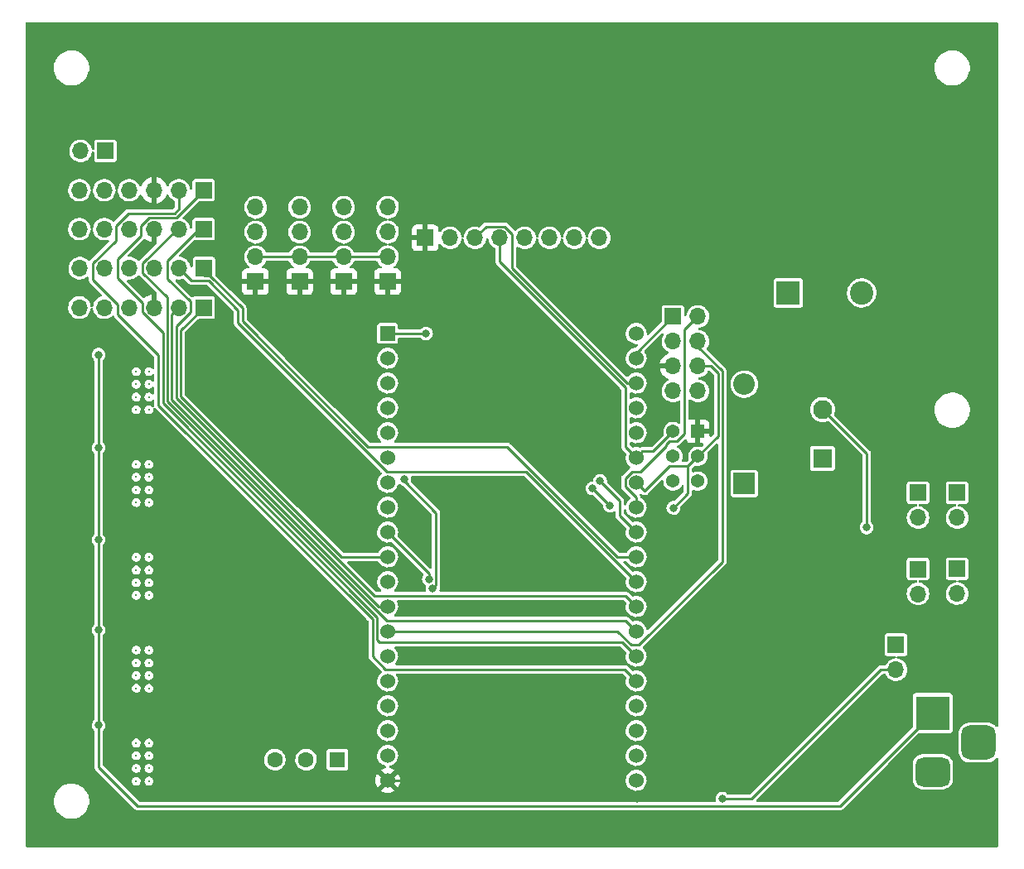
<source format=gbr>
%TF.GenerationSoftware,KiCad,Pcbnew,(6.0.9)*%
%TF.CreationDate,2023-04-06T06:38:54+10:00*%
%TF.ProjectId,Bulma,42756c6d-612e-46b6-9963-61645f706362,rev?*%
%TF.SameCoordinates,Original*%
%TF.FileFunction,Copper,L2,Bot*%
%TF.FilePolarity,Positive*%
%FSLAX46Y46*%
G04 Gerber Fmt 4.6, Leading zero omitted, Abs format (unit mm)*
G04 Created by KiCad (PCBNEW (6.0.9)) date 2023-04-06 06:38:54*
%MOMM*%
%LPD*%
G01*
G04 APERTURE LIST*
G04 Aperture macros list*
%AMRoundRect*
0 Rectangle with rounded corners*
0 $1 Rounding radius*
0 $2 $3 $4 $5 $6 $7 $8 $9 X,Y pos of 4 corners*
0 Add a 4 corners polygon primitive as box body*
4,1,4,$2,$3,$4,$5,$6,$7,$8,$9,$2,$3,0*
0 Add four circle primitives for the rounded corners*
1,1,$1+$1,$2,$3*
1,1,$1+$1,$4,$5*
1,1,$1+$1,$6,$7*
1,1,$1+$1,$8,$9*
0 Add four rect primitives between the rounded corners*
20,1,$1+$1,$2,$3,$4,$5,0*
20,1,$1+$1,$4,$5,$6,$7,0*
20,1,$1+$1,$6,$7,$8,$9,0*
20,1,$1+$1,$8,$9,$2,$3,0*%
G04 Aperture macros list end*
%TA.AperFunction,ComponentPad*%
%ADD10R,1.605000X1.605000*%
%TD*%
%TA.AperFunction,ComponentPad*%
%ADD11C,1.605000*%
%TD*%
%TA.AperFunction,ComponentPad*%
%ADD12R,1.700000X1.700000*%
%TD*%
%TA.AperFunction,ComponentPad*%
%ADD13O,1.700000X1.700000*%
%TD*%
%TA.AperFunction,ComponentPad*%
%ADD14R,2.400000X2.400000*%
%TD*%
%TA.AperFunction,ComponentPad*%
%ADD15C,2.400000*%
%TD*%
%TA.AperFunction,ComponentPad*%
%ADD16C,0.300000*%
%TD*%
%TA.AperFunction,ComponentPad*%
%ADD17R,1.370000X1.370000*%
%TD*%
%TA.AperFunction,ComponentPad*%
%ADD18C,1.370000*%
%TD*%
%TA.AperFunction,ComponentPad*%
%ADD19R,1.530000X1.530000*%
%TD*%
%TA.AperFunction,ComponentPad*%
%ADD20C,1.530000*%
%TD*%
%TA.AperFunction,ComponentPad*%
%ADD21R,1.950000X1.950000*%
%TD*%
%TA.AperFunction,ComponentPad*%
%ADD22C,1.950000*%
%TD*%
%TA.AperFunction,ComponentPad*%
%ADD23R,2.200000X2.200000*%
%TD*%
%TA.AperFunction,ComponentPad*%
%ADD24O,2.200000X2.200000*%
%TD*%
%TA.AperFunction,ComponentPad*%
%ADD25R,3.500000X3.500000*%
%TD*%
%TA.AperFunction,ComponentPad*%
%ADD26RoundRect,0.750000X1.000000X-0.750000X1.000000X0.750000X-1.000000X0.750000X-1.000000X-0.750000X0*%
%TD*%
%TA.AperFunction,ComponentPad*%
%ADD27RoundRect,0.875000X0.875000X-0.875000X0.875000X0.875000X-0.875000X0.875000X-0.875000X-0.875000X0*%
%TD*%
%TA.AperFunction,ViaPad*%
%ADD28C,0.800000*%
%TD*%
%TA.AperFunction,Conductor*%
%ADD29C,0.250000*%
%TD*%
G04 APERTURE END LIST*
D10*
%TO.P,S1,1*%
%TO.N,/SW1*%
X137158444Y-135749400D03*
D11*
%TO.P,S1,2*%
%TO.N,Net-(R28-Pad1)*%
X133958444Y-135749400D03*
%TO.P,S1,3*%
%TO.N,GND*%
X130758444Y-135749400D03*
%TD*%
D12*
%TO.P,J15,1,Pin_1*%
%TO.N,+5V*%
X137795000Y-86852500D03*
D13*
%TO.P,J15,2,Pin_2*%
%TO.N,/UTRIG*%
X137795000Y-84312500D03*
%TO.P,J15,3,Pin_3*%
%TO.N,/UECHO2*%
X137795000Y-81772500D03*
%TO.P,J15,4,Pin_4*%
%TO.N,GND*%
X137795000Y-79232500D03*
%TD*%
D12*
%TO.P,J13,1,Pin_1*%
%TO.N,Net-(J13-Pad1)*%
X113450000Y-73475000D03*
D13*
%TO.P,J13,2,Pin_2*%
%TO.N,Net-(J13-Pad2)*%
X110910000Y-73475000D03*
%TD*%
D14*
%TO.P,C7,1*%
%TO.N,+48V*%
X183237246Y-88000000D03*
D15*
%TO.P,C7,2*%
%TO.N,GND*%
X190737246Y-88000000D03*
%TD*%
D12*
%TO.P,J9,1,Pin_1*%
%TO.N,GND*%
X194250000Y-124000000D03*
D13*
%TO.P,J9,2,Pin_2*%
%TO.N,+7.5V*%
X194250000Y-126540000D03*
%TD*%
D16*
%TO.P,U2,10*%
%TO.N,N/C*%
X117900000Y-109450000D03*
%TO.P,U2,11*%
X116600000Y-109450000D03*
%TO.P,U2,12*%
X117900000Y-108150000D03*
%TO.P,U2,13*%
X116600000Y-108150000D03*
%TO.P,U2,14*%
X117900000Y-106850000D03*
%TO.P,U2,15*%
X116600000Y-106850000D03*
%TO.P,U2,16*%
X117900000Y-105550000D03*
%TO.P,U2,17*%
X116600000Y-105550000D03*
%TD*%
D12*
%TO.P,J1,1,Pin_1*%
%TO.N,+15V*%
X200500000Y-108450000D03*
D13*
%TO.P,J1,2,Pin_2*%
%TO.N,Net-(J1-Pad2)*%
X200500000Y-110990000D03*
%TD*%
D12*
%TO.P,U6,1,VCC*%
%TO.N,+5V*%
X146136500Y-82379000D03*
D13*
%TO.P,U6,2,GND*%
%TO.N,GND*%
X148676500Y-82379000D03*
%TO.P,U6,3,SCL*%
%TO.N,/SCL*%
X151216500Y-82379000D03*
%TO.P,U6,4,SDA*%
%TO.N,/SDA*%
X153756500Y-82379000D03*
%TO.P,U6,5,XCL*%
%TO.N,unconnected-(U6-Pad5)*%
X156296500Y-82379000D03*
%TO.P,U6,6,XDA*%
%TO.N,unconnected-(U6-Pad6)*%
X158836500Y-82379000D03*
%TO.P,U6,7,ADO*%
%TO.N,unconnected-(U6-Pad7)*%
X161376500Y-82379000D03*
%TO.P,U6,8,INT*%
%TO.N,unconnected-(U6-Pad8)*%
X163916500Y-82379000D03*
%TD*%
D12*
%TO.P,J17,1,Pin_1*%
%TO.N,+5V*%
X128795000Y-86852500D03*
D13*
%TO.P,J17,2,Pin_2*%
%TO.N,/UTRIG*%
X128795000Y-84312500D03*
%TO.P,J17,3,Pin_3*%
%TO.N,/UECHO4*%
X128795000Y-81772500D03*
%TO.P,J17,4,Pin_4*%
%TO.N,GND*%
X128795000Y-79232500D03*
%TD*%
D16*
%TO.P,U1,10*%
%TO.N,N/C*%
X117900000Y-99950000D03*
%TO.P,U1,11*%
X116600000Y-99950000D03*
%TO.P,U1,12*%
X117900000Y-98650000D03*
%TO.P,U1,13*%
X116600000Y-98650000D03*
%TO.P,U1,14*%
X117900000Y-97350000D03*
%TO.P,U1,15*%
X116600000Y-97350000D03*
%TO.P,U1,16*%
X117900000Y-96050000D03*
%TO.P,U1,17*%
X116600000Y-96050000D03*
%TD*%
%TO.P,U7,10*%
%TO.N,N/C*%
X117900000Y-137950000D03*
%TO.P,U7,11*%
X116600000Y-137950000D03*
%TO.P,U7,12*%
X117900000Y-136650000D03*
%TO.P,U7,13*%
X116600000Y-136650000D03*
%TO.P,U7,14*%
X117900000Y-135350000D03*
%TO.P,U7,15*%
X116600000Y-135350000D03*
%TO.P,U7,16*%
X117900000Y-134050000D03*
%TO.P,U7,17*%
X116600000Y-134050000D03*
%TD*%
%TO.P,U4,10*%
%TO.N,N/C*%
X117900000Y-128450000D03*
%TO.P,U4,11*%
X116600000Y-128450000D03*
%TO.P,U4,12*%
X117900000Y-127150000D03*
%TO.P,U4,13*%
X116600000Y-127150000D03*
%TO.P,U4,14*%
X117900000Y-125850000D03*
%TO.P,U4,15*%
X116600000Y-125850000D03*
%TO.P,U4,16*%
X117900000Y-124550000D03*
%TO.P,U4,17*%
X116600000Y-124550000D03*
%TD*%
D12*
%TO.P,J18,1,Pin_1*%
%TO.N,/MOSI*%
X171455000Y-90410000D03*
D13*
%TO.P,J18,2,Pin_2*%
%TO.N,/MISO*%
X173995000Y-90410000D03*
%TO.P,J18,3,Pin_3*%
%TO.N,/SCK*%
X171455000Y-92950000D03*
%TO.P,J18,4,Pin_4*%
%TO.N,/CAM SS*%
X173995000Y-92950000D03*
%TO.P,J18,5,Pin_5*%
%TO.N,+5V*%
X171455000Y-95490000D03*
%TO.P,J18,6,Pin_6*%
%TO.N,GND*%
X173995000Y-95490000D03*
%TO.P,J18,7,Pin_7*%
%TO.N,/RST*%
X171455000Y-98030000D03*
%TO.P,J18,8,Pin_8*%
%TO.N,unconnected-(J18-Pad8)*%
X173995000Y-98030000D03*
%TD*%
D12*
%TO.P,J3,1,Pin_1*%
%TO.N,/M1ENCB*%
X123500000Y-89500000D03*
D13*
%TO.P,J3,2,Pin_2*%
%TO.N,/M1ENCA*%
X120960000Y-89500000D03*
%TO.P,J3,3,Pin_3*%
%TO.N,+5V*%
X118420000Y-89500000D03*
%TO.P,J3,4,Pin_4*%
%TO.N,GND*%
X115880000Y-89500000D03*
%TO.P,J3,5,Pin_5*%
%TO.N,Net-(J3-Pad5)*%
X113340000Y-89500000D03*
%TO.P,J3,6,Pin_6*%
%TO.N,Net-(J3-Pad6)*%
X110800000Y-89500000D03*
%TD*%
D17*
%TO.P,J7,01,01*%
%TO.N,+5V*%
X174000000Y-102170000D03*
D18*
%TO.P,J7,02,02*%
%TO.N,/SDA*%
X171460000Y-102170000D03*
%TO.P,J7,03,03*%
%TO.N,GND*%
X174000000Y-104710000D03*
%TO.P,J7,04,04*%
%TO.N,/SCL*%
X171460000Y-104710000D03*
%TO.P,J7,05,05*%
%TO.N,/RST*%
X174000000Y-107250000D03*
%TO.P,J7,06,06*%
%TO.N,unconnected-(J7-Pad06)*%
X171460000Y-107250000D03*
%TD*%
D19*
%TO.P,U5,1,3V3*%
%TO.N,+3.3V*%
X142300000Y-92150000D03*
D20*
%TO.P,U5,2,EN*%
%TO.N,unconnected-(U5-Pad2)*%
X142300000Y-94690000D03*
%TO.P,U5,3,SENSOR_VP*%
%TO.N,/UECHO4*%
X142300000Y-97230000D03*
%TO.P,U5,4,SENSOR_VN*%
%TO.N,/UECHO3*%
X142300000Y-99770000D03*
%TO.P,U5,5,IO34*%
%TO.N,/UECHO2*%
X142300000Y-102310000D03*
%TO.P,U5,6,IO35*%
%TO.N,/UECHO1*%
X142300000Y-104850000D03*
%TO.P,U5,7,IO32*%
%TO.N,/UTRIG*%
X142300000Y-107390000D03*
%TO.P,U5,8,IO33*%
%TO.N,/KCKEN*%
X142300000Y-109930000D03*
%TO.P,U5,9,IO25*%
%TO.N,/CHRGEN*%
X142300000Y-112470000D03*
%TO.P,U5,10,IO26*%
%TO.N,/M1ENCB*%
X142300000Y-115010000D03*
%TO.P,U5,11,IO27*%
%TO.N,/SW1*%
X142300000Y-117550000D03*
%TO.P,U5,12,IO14*%
%TO.N,/M1ENCA*%
X142300000Y-120090000D03*
%TO.P,U5,13,IO12*%
%TO.N,/CAM SS*%
X142300000Y-122630000D03*
%TO.P,U5,14,GND1*%
%TO.N,GND*%
X142300000Y-125170000D03*
%TO.P,U5,15,IO13*%
%TO.N,unconnected-(U5-Pad15)*%
X142300000Y-127710000D03*
%TO.P,U5,16,SD2*%
%TO.N,unconnected-(U5-Pad16)*%
X142300000Y-130250000D03*
%TO.P,U5,17,SD3*%
%TO.N,unconnected-(U5-Pad17)*%
X142300000Y-132790000D03*
%TO.P,U5,18,CMD*%
%TO.N,unconnected-(U5-Pad18)*%
X142300000Y-135330000D03*
%TO.P,U5,19,EXT_5V*%
%TO.N,+5V*%
X142300000Y-137870000D03*
%TO.P,U5,20,CLK*%
%TO.N,unconnected-(U5-Pad20)*%
X167700000Y-137870000D03*
%TO.P,U5,21,SD0*%
%TO.N,unconnected-(U5-Pad21)*%
X167700000Y-135330000D03*
%TO.P,U5,22,SD1*%
%TO.N,unconnected-(U5-Pad22)*%
X167700000Y-132790000D03*
%TO.P,U5,23,IO15*%
%TO.N,/RST*%
X167700000Y-130250000D03*
%TO.P,U5,24,IO2*%
%TO.N,/M4ENCA*%
X167700000Y-127710000D03*
%TO.P,U5,25,IO0*%
%TO.N,/M4ENCB*%
X167700000Y-125170000D03*
%TO.P,U5,26,IO4*%
%TO.N,/M3ENCA*%
X167700000Y-122630000D03*
%TO.P,U5,27,IO16*%
%TO.N,/M3ENCB*%
X167700000Y-120090000D03*
%TO.P,U5,28,IO17*%
%TO.N,/M2ENCA*%
X167700000Y-117550000D03*
%TO.P,U5,29,IO5*%
%TO.N,/M2ENCB*%
X167700000Y-115010000D03*
%TO.P,U5,30,IO18*%
%TO.N,/SCK*%
X167700000Y-112470000D03*
%TO.P,U5,31,IO19*%
%TO.N,/MISO*%
X167700000Y-109930000D03*
%TO.P,U5,32,GND2*%
%TO.N,GND*%
X167700000Y-107390000D03*
%TO.P,U5,33,IO21*%
%TO.N,/SDA*%
X167700000Y-104850000D03*
%TO.P,U5,34,RXD0*%
%TO.N,unconnected-(U5-Pad34)*%
X167700000Y-102310000D03*
%TO.P,U5,35,TXD0*%
%TO.N,unconnected-(U5-Pad35)*%
X167700000Y-99770000D03*
%TO.P,U5,36,IO22*%
%TO.N,/SCL*%
X167700000Y-97230000D03*
%TO.P,U5,37,IO23*%
%TO.N,/MOSI*%
X167700000Y-94690000D03*
%TO.P,U5,38,GND3*%
%TO.N,GND*%
X167700000Y-92150000D03*
%TD*%
D12*
%TO.P,J5,1,Pin_1*%
%TO.N,/M3ENCB*%
X123500000Y-81475000D03*
D13*
%TO.P,J5,2,Pin_2*%
%TO.N,/M3ENCA*%
X120960000Y-81475000D03*
%TO.P,J5,3,Pin_3*%
%TO.N,+5V*%
X118420000Y-81475000D03*
%TO.P,J5,4,Pin_4*%
%TO.N,GND*%
X115880000Y-81475000D03*
%TO.P,J5,5,Pin_5*%
%TO.N,Net-(J5-Pad5)*%
X113340000Y-81475000D03*
%TO.P,J5,6,Pin_6*%
%TO.N,Net-(J5-Pad6)*%
X110800000Y-81475000D03*
%TD*%
D21*
%TO.P,J8,1,Pin_1*%
%TO.N,+48V*%
X186750000Y-104920000D03*
D22*
%TO.P,J8,2,Pin_2*%
%TO.N,Net-(D3-Pad2)*%
X186750000Y-99920000D03*
%TD*%
D23*
%TO.P,D3,1,K*%
%TO.N,+48V*%
X178750000Y-107500000D03*
D24*
%TO.P,D3,2,A*%
%TO.N,Net-(D3-Pad2)*%
X178750000Y-97340000D03*
%TD*%
D25*
%TO.P,J10,1*%
%TO.N,+15V*%
X198000000Y-131000000D03*
D26*
%TO.P,J10,2*%
%TO.N,GND*%
X198000000Y-137000000D03*
D27*
%TO.P,J10,3*%
%TO.N,unconnected-(J10-Pad3)*%
X202700000Y-134000000D03*
%TD*%
D12*
%TO.P,J12,1,Pin_1*%
%TO.N,+7.5V*%
X196500000Y-116250000D03*
D13*
%TO.P,J12,2,Pin_2*%
%TO.N,GND*%
X196500000Y-118790000D03*
%TD*%
D12*
%TO.P,J11,1,Pin_1*%
%TO.N,+15V*%
X200500000Y-116225000D03*
D13*
%TO.P,J11,2,Pin_2*%
%TO.N,GND*%
X200500000Y-118765000D03*
%TD*%
D12*
%TO.P,J14,1,Pin_1*%
%TO.N,+5V*%
X142295000Y-86852500D03*
D13*
%TO.P,J14,2,Pin_2*%
%TO.N,/UTRIG*%
X142295000Y-84312500D03*
%TO.P,J14,3,Pin_3*%
%TO.N,/UECHO1*%
X142295000Y-81772500D03*
%TO.P,J14,4,Pin_4*%
%TO.N,GND*%
X142295000Y-79232500D03*
%TD*%
D12*
%TO.P,J16,1,Pin_1*%
%TO.N,+5V*%
X133295000Y-86852500D03*
D13*
%TO.P,J16,2,Pin_2*%
%TO.N,/UTRIG*%
X133295000Y-84312500D03*
%TO.P,J16,3,Pin_3*%
%TO.N,/UECHO3*%
X133295000Y-81772500D03*
%TO.P,J16,4,Pin_4*%
%TO.N,GND*%
X133295000Y-79232500D03*
%TD*%
D16*
%TO.P,U3,10*%
%TO.N,N/C*%
X117900000Y-118950000D03*
%TO.P,U3,11*%
X116600000Y-118950000D03*
%TO.P,U3,12*%
X117900000Y-117650000D03*
%TO.P,U3,13*%
X116600000Y-117650000D03*
%TO.P,U3,14*%
X117900000Y-116350000D03*
%TO.P,U3,15*%
X116600000Y-116350000D03*
%TO.P,U3,16*%
X117900000Y-115050000D03*
%TO.P,U3,17*%
X116600000Y-115050000D03*
%TD*%
D12*
%TO.P,J2,1,Pin_1*%
%TO.N,+48V*%
X196500000Y-108450000D03*
D13*
%TO.P,J2,2,Pin_2*%
%TO.N,GND*%
X196500000Y-110990000D03*
%TD*%
D12*
%TO.P,J6,1,Pin_1*%
%TO.N,/M4ENCB*%
X123500000Y-77500000D03*
D13*
%TO.P,J6,2,Pin_2*%
%TO.N,/M4ENCA*%
X120960000Y-77500000D03*
%TO.P,J6,3,Pin_3*%
%TO.N,+5V*%
X118420000Y-77500000D03*
%TO.P,J6,4,Pin_4*%
%TO.N,GND*%
X115880000Y-77500000D03*
%TO.P,J6,5,Pin_5*%
%TO.N,Net-(J6-Pad5)*%
X113340000Y-77500000D03*
%TO.P,J6,6,Pin_6*%
%TO.N,Net-(J6-Pad6)*%
X110800000Y-77500000D03*
%TD*%
D12*
%TO.P,J4,1,Pin_1*%
%TO.N,/M2ENCB*%
X123525000Y-85475000D03*
D13*
%TO.P,J4,2,Pin_2*%
%TO.N,/M2ENCA*%
X120985000Y-85475000D03*
%TO.P,J4,3,Pin_3*%
%TO.N,+5V*%
X118445000Y-85475000D03*
%TO.P,J4,4,Pin_4*%
%TO.N,GND*%
X115905000Y-85475000D03*
%TO.P,J4,5,Pin_5*%
%TO.N,Net-(J4-Pad5)*%
X113365000Y-85475000D03*
%TO.P,J4,6,Pin_6*%
%TO.N,Net-(J4-Pad6)*%
X110825000Y-85475000D03*
%TD*%
D28*
%TO.N,+7.5V*%
X176500000Y-139750000D03*
%TO.N,GND*%
X163250000Y-108000000D03*
X171500000Y-110000000D03*
X165000000Y-109750000D03*
%TO.N,+5V*%
X124000000Y-136250000D03*
X167750000Y-139750000D03*
X121637299Y-87362701D03*
X124000000Y-117250000D03*
X124250000Y-108000000D03*
X134700000Y-105550000D03*
X124237701Y-126987701D03*
X124250000Y-98500000D03*
X139250000Y-105550000D03*
%TO.N,+15V*%
X112750000Y-94331250D03*
X112750000Y-132250000D03*
X112750000Y-103831250D03*
X112750000Y-113250000D03*
X112750000Y-122500000D03*
%TO.N,Net-(D3-Pad2)*%
X191250000Y-112000000D03*
%TO.N,/SCK*%
X164000000Y-107250000D03*
%TO.N,/CHRGEN*%
X146525500Y-117297243D03*
%TO.N,+3.3V*%
X146224500Y-92150000D03*
X146912500Y-118275500D03*
X143977701Y-107024500D03*
%TD*%
D29*
%TO.N,/SCK*%
X166000000Y-110770000D02*
X167700000Y-112470000D01*
X166000000Y-109250000D02*
X166000000Y-110770000D01*
X164000000Y-107250000D02*
X166000000Y-109250000D01*
%TO.N,+7.5V*%
X192710000Y-126540000D02*
X194250000Y-126540000D01*
X176500000Y-139750000D02*
X179500000Y-139750000D01*
X179500000Y-139750000D02*
X192710000Y-126540000D01*
%TO.N,GND*%
X176050000Y-96186396D02*
X175353604Y-95490000D01*
X168570000Y-108260000D02*
X171110000Y-105720000D01*
X172990000Y-108510000D02*
X171500000Y-110000000D01*
X175353604Y-95490000D02*
X173995000Y-95490000D01*
X172990000Y-105720000D02*
X172990000Y-108510000D01*
X176050000Y-102660000D02*
X176050000Y-96186396D01*
X172990000Y-105720000D02*
X174000000Y-104710000D01*
X165000000Y-109750000D02*
X163250000Y-108000000D01*
X174000000Y-104710000D02*
X176050000Y-102660000D01*
X171110000Y-105720000D02*
X172990000Y-105720000D01*
X167700000Y-107390000D02*
X168570000Y-108260000D01*
%TO.N,+5V*%
X142300000Y-137870000D02*
X165870000Y-137870000D01*
X165870000Y-137870000D02*
X167750000Y-139750000D01*
%TO.N,+15V*%
X112750000Y-103831250D02*
X112750000Y-113250000D01*
X112750000Y-136500000D02*
X116750000Y-140500000D01*
X112750000Y-132250000D02*
X112750000Y-122500000D01*
X188500000Y-140500000D02*
X198000000Y-131000000D01*
X116750000Y-140500000D02*
X188500000Y-140500000D01*
X112750000Y-94331250D02*
X112750000Y-103831250D01*
X112750000Y-113250000D02*
X112750000Y-122500000D01*
X112750000Y-132250000D02*
X112750000Y-136500000D01*
%TO.N,Net-(D3-Pad2)*%
X186750000Y-99920000D02*
X191250000Y-104420000D01*
X191250000Y-104420000D02*
X191250000Y-112000000D01*
%TO.N,/M1ENCB*%
X121135000Y-98557305D02*
X137587695Y-115010000D01*
X123500000Y-89500000D02*
X121135000Y-91865000D01*
X121135000Y-91865000D02*
X121135000Y-98557305D01*
X137587695Y-115010000D02*
X142300000Y-115010000D01*
%TO.N,/M1ENCA*%
X120235000Y-98930097D02*
X141394903Y-120090000D01*
X120960000Y-89500000D02*
X120235000Y-90225000D01*
X141394903Y-120090000D02*
X142300000Y-120090000D01*
X120235000Y-90225000D02*
X120235000Y-98930097D01*
%TO.N,/M2ENCB*%
X165796396Y-115010000D02*
X167700000Y-115010000D01*
X123525000Y-86200000D02*
X124086396Y-86200000D01*
X154536396Y-103750000D02*
X165796396Y-115010000D01*
X123525000Y-85475000D02*
X123525000Y-86200000D01*
X124086396Y-86200000D02*
X127450000Y-89563604D01*
X127450000Y-90905097D02*
X140294903Y-103750000D01*
X127450000Y-89563604D02*
X127450000Y-90905097D01*
X140294903Y-103750000D02*
X154536396Y-103750000D01*
%TO.N,/M2ENCA*%
X120985000Y-85485000D02*
X122250000Y-86750000D01*
X127000000Y-91091493D02*
X142208507Y-106300000D01*
X120985000Y-85475000D02*
X120985000Y-85485000D01*
X122250000Y-86750000D02*
X124000000Y-86750000D01*
X127000000Y-89750000D02*
X127000000Y-91091493D01*
X142208507Y-106300000D02*
X156450000Y-106300000D01*
X124000000Y-86750000D02*
X127000000Y-89750000D01*
X156450000Y-106300000D02*
X167700000Y-117550000D01*
%TO.N,/M3ENCB*%
X122135000Y-89986701D02*
X120685000Y-91436701D01*
X120685000Y-91436701D02*
X120685000Y-98743701D01*
X119785000Y-84715000D02*
X119785000Y-86535000D01*
X123025000Y-81475000D02*
X119785000Y-84715000D01*
X140941299Y-119000000D02*
X166610000Y-119000000D01*
X166610000Y-119000000D02*
X167700000Y-120090000D01*
X120685000Y-98743701D02*
X140941299Y-119000000D01*
X122135000Y-88885000D02*
X122135000Y-89986701D01*
X119785000Y-86535000D02*
X122135000Y-88885000D01*
X123500000Y-81475000D02*
X123025000Y-81475000D01*
%TO.N,/M3ENCA*%
X166610000Y-121540000D02*
X167700000Y-122630000D01*
X142208507Y-121540000D02*
X166610000Y-121540000D01*
X117270000Y-84988299D02*
X117270000Y-85961701D01*
X119785000Y-88476701D02*
X119785000Y-99116493D01*
X117270000Y-85961701D02*
X119785000Y-88476701D01*
X120783299Y-81475000D02*
X117270000Y-84988299D01*
X119785000Y-99116493D02*
X142208507Y-121540000D01*
X120960000Y-81475000D02*
X120783299Y-81475000D01*
%TO.N,/M4ENCB*%
X123500000Y-77500000D02*
X120700000Y-80300000D01*
X117055000Y-81178299D02*
X117055000Y-82195000D01*
X119335000Y-92076701D02*
X119335000Y-99302889D01*
X166280000Y-123750000D02*
X167700000Y-125170000D01*
X117933299Y-80300000D02*
X117055000Y-81178299D01*
X141210000Y-121177889D02*
X141210000Y-123460000D01*
X117055000Y-82195000D02*
X114730000Y-84520000D01*
X114730000Y-84520000D02*
X114730000Y-86498299D01*
X141210000Y-123460000D02*
X141500000Y-123750000D01*
X114730000Y-86498299D02*
X117245000Y-89013299D01*
X141500000Y-123750000D02*
X166280000Y-123750000D01*
X119335000Y-99302889D02*
X141210000Y-121177889D01*
X120700000Y-80300000D02*
X117933299Y-80300000D01*
X117245000Y-89986701D02*
X119335000Y-92076701D01*
X117245000Y-89013299D02*
X117245000Y-89986701D01*
%TO.N,/M4ENCA*%
X166490000Y-126500000D02*
X167700000Y-127710000D01*
X140760000Y-121364285D02*
X140760000Y-125171493D01*
X114705000Y-89203299D02*
X114705000Y-90205000D01*
X118885000Y-94385000D02*
X118885000Y-99500000D01*
X118885000Y-99489285D02*
X140760000Y-121364285D01*
X120513604Y-79850000D02*
X115843299Y-79850000D01*
X114515000Y-82663299D02*
X112190000Y-84988299D01*
X112190000Y-86690000D02*
X113825000Y-88325000D01*
X120960000Y-79403604D02*
X120513604Y-79850000D01*
X114705000Y-90205000D02*
X118885000Y-94385000D01*
X114515000Y-81178299D02*
X114515000Y-82663299D01*
X113825000Y-88325000D02*
X113826701Y-88325000D01*
X120960000Y-77500000D02*
X120960000Y-79403604D01*
X140760000Y-125171493D02*
X142088507Y-126500000D01*
X115843299Y-79850000D02*
X114515000Y-81178299D01*
X112190000Y-84988299D02*
X112190000Y-86690000D01*
X142088507Y-126500000D02*
X166490000Y-126500000D01*
X113826701Y-88325000D02*
X114705000Y-89203299D01*
%TO.N,/SDA*%
X166598604Y-97680000D02*
X166598604Y-103748604D01*
X168340000Y-104210000D02*
X167700000Y-104850000D01*
X153756500Y-84837896D02*
X166598604Y-97680000D01*
X166598604Y-103748604D02*
X167700000Y-104850000D01*
X153756500Y-82379000D02*
X153756500Y-84837896D01*
X169420000Y-104210000D02*
X168340000Y-104210000D01*
X171460000Y-102170000D02*
X169420000Y-104210000D01*
%TO.N,/SCL*%
X166785000Y-97230000D02*
X167700000Y-97230000D01*
X155000000Y-81960799D02*
X155000000Y-85445000D01*
X155000000Y-85445000D02*
X166785000Y-97230000D01*
X154243201Y-81204000D02*
X155000000Y-81960799D01*
X152391500Y-81204000D02*
X154243201Y-81204000D01*
X151216500Y-82379000D02*
X152391500Y-81204000D01*
%TO.N,/UTRIG*%
X128795000Y-84312500D02*
X142295000Y-84312500D01*
%TO.N,/MOSI*%
X171455000Y-90410000D02*
X167700000Y-94165000D01*
X167700000Y-94165000D02*
X167700000Y-94690000D01*
%TO.N,/MISO*%
X171086396Y-103180000D02*
X170751493Y-103514903D01*
X166610000Y-107841493D02*
X167700000Y-108931493D01*
X172630000Y-91775000D02*
X172630000Y-102428356D01*
X171878356Y-103180000D02*
X171086396Y-103180000D01*
X173995000Y-90410000D02*
X172630000Y-91775000D01*
X172630000Y-102428356D02*
X171878356Y-103180000D01*
X170751493Y-103514903D02*
X170751493Y-103700000D01*
X166610000Y-106938507D02*
X166610000Y-107841493D01*
X168151493Y-106300000D02*
X167248507Y-106300000D01*
X170751493Y-103700000D02*
X168151493Y-106300000D01*
X167700000Y-108931493D02*
X167700000Y-109930000D01*
X167248507Y-106300000D02*
X166610000Y-106938507D01*
%TO.N,/CAM SS*%
X168000000Y-124000000D02*
X167166396Y-124000000D01*
X165796396Y-122630000D02*
X142300000Y-122630000D01*
X173995000Y-92950000D02*
X173995000Y-93495000D01*
X176500000Y-96000000D02*
X176500000Y-115500000D01*
X173995000Y-93495000D02*
X176500000Y-96000000D01*
X167166396Y-124000000D02*
X165796396Y-122630000D01*
X176500000Y-115500000D02*
X168000000Y-124000000D01*
%TO.N,/CHRGEN*%
X146525500Y-116695500D02*
X142300000Y-112470000D01*
X146525500Y-117297243D02*
X146525500Y-116695500D01*
%TO.N,+3.3V*%
X147250000Y-117938000D02*
X147250000Y-110500000D01*
X146912500Y-118275500D02*
X147250000Y-117938000D01*
X143977701Y-107227701D02*
X143977701Y-107024500D01*
X147250000Y-110500000D02*
X143977701Y-107227701D01*
X146224500Y-92150000D02*
X142300000Y-92150000D01*
%TD*%
%TA.AperFunction,Conductor*%
%TO.N,+5V*%
G36*
X204641621Y-60320502D02*
G01*
X204688114Y-60374158D01*
X204699500Y-60426500D01*
X204699500Y-132283150D01*
X204679498Y-132351271D01*
X204625842Y-132397764D01*
X204555568Y-132407868D01*
X204490988Y-132378374D01*
X204482051Y-132369262D01*
X204481986Y-132369327D01*
X204366592Y-132254135D01*
X204329088Y-132216696D01*
X204150936Y-132094484D01*
X203985921Y-132021187D01*
X203958777Y-132009130D01*
X203958775Y-132009129D01*
X203953495Y-132006784D01*
X203947878Y-132005441D01*
X203947876Y-132005440D01*
X203748378Y-131957729D01*
X203748372Y-131957728D01*
X203743379Y-131956534D01*
X203705539Y-131953821D01*
X203647503Y-131949661D01*
X203647495Y-131949661D01*
X203645253Y-131949500D01*
X202708486Y-131949500D01*
X201754748Y-131949501D01*
X201752455Y-131949669D01*
X201752448Y-131949669D01*
X201659717Y-131956453D01*
X201659713Y-131956454D01*
X201654582Y-131956829D01*
X201444554Y-132007446D01*
X201247266Y-132095491D01*
X201242512Y-132098764D01*
X201242511Y-132098765D01*
X201106047Y-132192730D01*
X201069327Y-132218014D01*
X200916696Y-132370912D01*
X200794484Y-132549064D01*
X200706784Y-132746505D01*
X200705441Y-132752122D01*
X200705440Y-132752124D01*
X200657729Y-132951622D01*
X200657728Y-132951628D01*
X200656534Y-132956621D01*
X200656167Y-132961743D01*
X200651475Y-133027202D01*
X200649500Y-133054747D01*
X200649501Y-134945252D01*
X200649669Y-134947545D01*
X200649669Y-134947552D01*
X200654518Y-135013826D01*
X200656829Y-135045418D01*
X200707446Y-135255446D01*
X200795491Y-135452734D01*
X200798764Y-135457488D01*
X200798765Y-135457489D01*
X200883115Y-135579989D01*
X200918014Y-135630673D01*
X200922101Y-135634753D01*
X200922102Y-135634754D01*
X200976735Y-135689291D01*
X201070912Y-135783304D01*
X201249064Y-135905516D01*
X201353314Y-135951822D01*
X201439711Y-135990198D01*
X201446505Y-135993216D01*
X201452122Y-135994559D01*
X201452124Y-135994560D01*
X201651622Y-136042271D01*
X201651628Y-136042272D01*
X201656621Y-136043466D01*
X201694461Y-136046179D01*
X201752497Y-136050339D01*
X201752505Y-136050339D01*
X201754747Y-136050500D01*
X202691514Y-136050500D01*
X203645252Y-136050499D01*
X203647545Y-136050331D01*
X203647552Y-136050331D01*
X203740283Y-136043547D01*
X203740287Y-136043546D01*
X203745418Y-136043171D01*
X203955446Y-135992554D01*
X204152734Y-135904509D01*
X204299189Y-135803665D01*
X204325917Y-135785261D01*
X204325918Y-135785260D01*
X204330673Y-135781986D01*
X204392149Y-135720403D01*
X204483304Y-135629088D01*
X204484954Y-135630735D01*
X204535469Y-135596751D01*
X204606450Y-135595259D01*
X204666969Y-135632378D01*
X204697813Y-135696325D01*
X204699500Y-135716874D01*
X204699500Y-144573500D01*
X204679498Y-144641621D01*
X204625842Y-144688114D01*
X204573500Y-144699500D01*
X105426500Y-144699500D01*
X105358379Y-144679498D01*
X105311886Y-144625842D01*
X105300500Y-144573500D01*
X105300500Y-139952736D01*
X108195070Y-139952736D01*
X108195832Y-139968601D01*
X108207909Y-140220041D01*
X108260118Y-140482512D01*
X108350549Y-140734383D01*
X108352765Y-140738507D01*
X108451593Y-140922435D01*
X108477215Y-140970121D01*
X108480010Y-140973864D01*
X108480012Y-140973867D01*
X108634542Y-141180807D01*
X108637335Y-141184547D01*
X108640642Y-141187825D01*
X108640647Y-141187831D01*
X108824074Y-141369663D01*
X108827390Y-141372950D01*
X109043205Y-141531192D01*
X109047340Y-141533368D01*
X109047344Y-141533370D01*
X109176918Y-141601542D01*
X109280039Y-141655797D01*
X109284458Y-141657340D01*
X109528273Y-141742484D01*
X109528279Y-141742486D01*
X109532690Y-141744026D01*
X109795606Y-141793943D01*
X109922616Y-141798933D01*
X110058345Y-141804266D01*
X110058350Y-141804266D01*
X110063013Y-141804449D01*
X110158943Y-141793943D01*
X110324382Y-141775825D01*
X110324387Y-141775824D01*
X110329035Y-141775315D01*
X110444567Y-141744898D01*
X110583309Y-141708370D01*
X110587829Y-141707180D01*
X110712501Y-141653617D01*
X110829407Y-141603391D01*
X110829410Y-141603389D01*
X110833710Y-141601542D01*
X110837690Y-141599079D01*
X110837694Y-141599077D01*
X111057302Y-141463179D01*
X111057306Y-141463176D01*
X111061275Y-141460720D01*
X111075010Y-141449092D01*
X111261960Y-141290828D01*
X111261961Y-141290827D01*
X111265526Y-141287809D01*
X111433916Y-141095798D01*
X111438894Y-141090122D01*
X111438898Y-141090117D01*
X111441976Y-141086607D01*
X111505055Y-140988539D01*
X111584219Y-140865465D01*
X111584222Y-140865460D01*
X111586747Y-140861534D01*
X111696661Y-140617534D01*
X111769302Y-140359969D01*
X111787103Y-140220041D01*
X111802677Y-140097625D01*
X111802677Y-140097621D01*
X111803075Y-140094495D01*
X111803599Y-140074500D01*
X111804565Y-140037595D01*
X111805549Y-140000000D01*
X111801691Y-139948081D01*
X111786064Y-139737788D01*
X111786063Y-139737784D01*
X111785717Y-139733123D01*
X111775161Y-139686470D01*
X111727686Y-139476666D01*
X111726655Y-139472109D01*
X111709149Y-139427091D01*
X111631355Y-139227044D01*
X111631354Y-139227042D01*
X111629662Y-139222691D01*
X111615195Y-139197378D01*
X111556552Y-139094776D01*
X111496868Y-138990350D01*
X111331190Y-138780189D01*
X111136269Y-138596825D01*
X110916385Y-138444286D01*
X110912194Y-138442219D01*
X110680559Y-138327989D01*
X110680556Y-138327988D01*
X110676371Y-138325924D01*
X110629243Y-138310838D01*
X110500459Y-138269614D01*
X110421497Y-138244338D01*
X110217779Y-138211161D01*
X110161976Y-138202073D01*
X110161975Y-138202073D01*
X110157364Y-138201322D01*
X110023569Y-138199570D01*
X109894451Y-138197880D01*
X109894448Y-138197880D01*
X109889774Y-138197819D01*
X109624605Y-138233907D01*
X109620118Y-138235215D01*
X109620117Y-138235215D01*
X109588817Y-138244338D01*
X109367683Y-138308792D01*
X109363430Y-138310752D01*
X109363429Y-138310753D01*
X109311512Y-138334687D01*
X109124652Y-138420831D01*
X109120743Y-138423394D01*
X108904764Y-138564996D01*
X108904759Y-138565000D01*
X108900851Y-138567562D01*
X108701197Y-138745760D01*
X108675412Y-138776763D01*
X108552240Y-138924862D01*
X108530075Y-138951512D01*
X108527652Y-138955505D01*
X108394088Y-139175612D01*
X108391244Y-139180298D01*
X108389437Y-139184606D01*
X108389437Y-139184607D01*
X108321464Y-139346705D01*
X108287755Y-139427091D01*
X108286604Y-139431623D01*
X108286603Y-139431626D01*
X108248401Y-139582047D01*
X108221881Y-139686470D01*
X108195070Y-139952736D01*
X105300500Y-139952736D01*
X105300500Y-132242611D01*
X112044394Y-132242611D01*
X112062999Y-132411135D01*
X112121266Y-132570356D01*
X112125502Y-132576659D01*
X112125502Y-132576660D01*
X112211596Y-132704783D01*
X112211599Y-132704786D01*
X112215830Y-132711083D01*
X112252614Y-132744554D01*
X112283300Y-132772476D01*
X112320222Y-132833117D01*
X112324500Y-132865670D01*
X112324500Y-136567393D01*
X112331914Y-136590210D01*
X112336528Y-136609429D01*
X112340281Y-136633126D01*
X112344784Y-136641963D01*
X112344784Y-136641964D01*
X112351172Y-136654502D01*
X112358736Y-136672763D01*
X112363085Y-136686147D01*
X112363087Y-136686150D01*
X112366151Y-136695581D01*
X112371980Y-136703604D01*
X112380253Y-136714991D01*
X112390577Y-136731837D01*
X112401472Y-136753220D01*
X116496780Y-140848528D01*
X116518163Y-140859423D01*
X116535009Y-140869747D01*
X116554419Y-140883849D01*
X116563850Y-140886913D01*
X116563853Y-140886915D01*
X116577237Y-140891264D01*
X116595498Y-140898828D01*
X116608036Y-140905216D01*
X116616874Y-140909719D01*
X116640571Y-140913472D01*
X116659790Y-140918086D01*
X116682607Y-140925500D01*
X188567393Y-140925500D01*
X188590210Y-140918086D01*
X188609429Y-140913472D01*
X188633126Y-140909719D01*
X188641964Y-140905216D01*
X188654502Y-140898828D01*
X188672763Y-140891264D01*
X188686147Y-140886915D01*
X188686150Y-140886913D01*
X188695581Y-140883849D01*
X188714991Y-140869747D01*
X188731837Y-140859423D01*
X188753220Y-140848528D01*
X193452085Y-136149663D01*
X195949500Y-136149663D01*
X195949501Y-137850336D01*
X195949821Y-137856673D01*
X195950746Y-137861260D01*
X195950746Y-137861261D01*
X195957393Y-137894224D01*
X195990541Y-138058623D01*
X196069711Y-138248817D01*
X196184316Y-138420011D01*
X196329989Y-138565684D01*
X196501183Y-138680289D01*
X196691377Y-138759459D01*
X196893327Y-138800179D01*
X196897993Y-138800415D01*
X196897998Y-138800416D01*
X196898075Y-138800420D01*
X196898093Y-138800420D01*
X196899663Y-138800500D01*
X196901260Y-138800500D01*
X198005191Y-138800499D01*
X199100336Y-138800499D01*
X199101892Y-138800420D01*
X199101909Y-138800420D01*
X199102003Y-138800415D01*
X199102005Y-138800415D01*
X199106673Y-138800179D01*
X199308623Y-138759459D01*
X199498817Y-138680289D01*
X199670011Y-138565684D01*
X199815684Y-138420011D01*
X199930289Y-138248817D01*
X200009459Y-138058623D01*
X200042607Y-137894224D01*
X200049254Y-137861261D01*
X200049254Y-137861260D01*
X200050179Y-137856673D01*
X200050500Y-137850337D01*
X200050499Y-136149664D01*
X200050179Y-136143327D01*
X200009459Y-135941377D01*
X199930289Y-135751183D01*
X199815684Y-135579989D01*
X199670011Y-135434316D01*
X199498817Y-135319711D01*
X199308623Y-135240541D01*
X199106673Y-135199821D01*
X199102007Y-135199585D01*
X199102002Y-135199584D01*
X199101925Y-135199580D01*
X199101907Y-135199580D01*
X199100337Y-135199500D01*
X199098740Y-135199500D01*
X197994809Y-135199501D01*
X196899664Y-135199501D01*
X196898108Y-135199580D01*
X196898091Y-135199580D01*
X196897997Y-135199585D01*
X196897995Y-135199585D01*
X196893327Y-135199821D01*
X196691377Y-135240541D01*
X196501183Y-135319711D01*
X196329989Y-135434316D01*
X196184316Y-135579989D01*
X196069711Y-135751183D01*
X195990541Y-135941377D01*
X195949821Y-136143327D01*
X195949500Y-136149663D01*
X193452085Y-136149663D01*
X196514343Y-133087405D01*
X196576655Y-133053379D01*
X196603438Y-133050500D01*
X199794646Y-133050500D01*
X199798350Y-133050059D01*
X199798353Y-133050059D01*
X199805746Y-133049179D01*
X199820846Y-133047382D01*
X199923153Y-133001939D01*
X199941786Y-132983274D01*
X199994023Y-132930945D01*
X200002241Y-132922713D01*
X200047506Y-132820327D01*
X200050500Y-132794646D01*
X200050500Y-129205354D01*
X200047382Y-129179154D01*
X200001939Y-129076847D01*
X199922713Y-128997759D01*
X199912076Y-128993056D01*
X199912074Y-128993055D01*
X199852538Y-128966735D01*
X199820327Y-128952494D01*
X199794646Y-128949500D01*
X196205354Y-128949500D01*
X196201650Y-128949941D01*
X196201647Y-128949941D01*
X196194254Y-128950821D01*
X196179154Y-128952618D01*
X196076847Y-128998061D01*
X195997759Y-129077287D01*
X195952494Y-129179673D01*
X195949500Y-129205354D01*
X195949500Y-132396562D01*
X195929498Y-132464683D01*
X195912595Y-132485657D01*
X188360657Y-140037595D01*
X188298345Y-140071621D01*
X188271562Y-140074500D01*
X180081438Y-140074500D01*
X180013317Y-140054498D01*
X179966824Y-140000842D01*
X179956720Y-139930568D01*
X179986214Y-139865988D01*
X179992343Y-139859405D01*
X192849342Y-127002405D01*
X192911654Y-126968379D01*
X192938437Y-126965500D01*
X193098540Y-126965500D01*
X193166661Y-126985502D01*
X193212966Y-127038749D01*
X193249369Y-127117714D01*
X193371405Y-127290391D01*
X193522865Y-127437937D01*
X193527661Y-127441142D01*
X193527664Y-127441144D01*
X193618805Y-127502042D01*
X193698677Y-127555411D01*
X193703985Y-127557692D01*
X193703986Y-127557692D01*
X193887650Y-127636600D01*
X193887653Y-127636601D01*
X193892953Y-127638878D01*
X193898582Y-127640152D01*
X193898583Y-127640152D01*
X194093550Y-127684269D01*
X194093553Y-127684269D01*
X194099186Y-127685544D01*
X194104957Y-127685771D01*
X194104959Y-127685771D01*
X194166989Y-127688208D01*
X194310470Y-127693846D01*
X194316179Y-127693018D01*
X194316183Y-127693018D01*
X194514015Y-127664333D01*
X194514019Y-127664332D01*
X194519730Y-127663504D01*
X194598987Y-127636600D01*
X194714483Y-127597395D01*
X194714488Y-127597393D01*
X194719955Y-127595537D01*
X194765444Y-127570062D01*
X194899395Y-127495046D01*
X194899399Y-127495043D01*
X194904442Y-127492219D01*
X195067012Y-127357012D01*
X195202219Y-127194442D01*
X195205043Y-127189399D01*
X195205046Y-127189395D01*
X195302713Y-127014998D01*
X195302714Y-127014996D01*
X195305537Y-127009955D01*
X195307393Y-127004488D01*
X195307395Y-127004483D01*
X195367875Y-126826312D01*
X195373504Y-126809730D01*
X195374604Y-126802148D01*
X195403314Y-126604140D01*
X195403314Y-126604138D01*
X195403846Y-126600470D01*
X195405429Y-126540000D01*
X195386081Y-126329440D01*
X195378242Y-126301643D01*
X195346555Y-126189291D01*
X195328686Y-126125931D01*
X195324561Y-126117565D01*
X195237719Y-125941469D01*
X195235165Y-125936290D01*
X195127286Y-125791822D01*
X195112104Y-125771491D01*
X195112103Y-125771490D01*
X195108651Y-125766867D01*
X194953381Y-125623337D01*
X194913201Y-125597985D01*
X194779434Y-125513584D01*
X194779433Y-125513584D01*
X194774554Y-125510505D01*
X194578160Y-125432152D01*
X194572503Y-125431027D01*
X194572497Y-125431025D01*
X194428776Y-125402438D01*
X194416916Y-125400079D01*
X194354006Y-125367172D01*
X194318874Y-125305477D01*
X194322674Y-125234582D01*
X194364199Y-125176996D01*
X194430266Y-125151002D01*
X194441497Y-125150500D01*
X195144646Y-125150500D01*
X195148350Y-125150059D01*
X195148353Y-125150059D01*
X195157872Y-125148926D01*
X195170846Y-125147382D01*
X195273153Y-125101939D01*
X195352241Y-125022713D01*
X195362601Y-124999281D01*
X195385538Y-124947398D01*
X195397506Y-124920327D01*
X195400500Y-124894646D01*
X195400500Y-123105354D01*
X195397382Y-123079154D01*
X195351939Y-122976847D01*
X195341265Y-122966191D01*
X195280945Y-122905977D01*
X195272713Y-122897759D01*
X195262076Y-122893056D01*
X195262074Y-122893055D01*
X195202538Y-122866735D01*
X195170327Y-122852494D01*
X195144646Y-122849500D01*
X193355354Y-122849500D01*
X193351650Y-122849941D01*
X193351647Y-122849941D01*
X193344254Y-122850821D01*
X193329154Y-122852618D01*
X193226847Y-122898061D01*
X193147759Y-122977287D01*
X193102494Y-123079673D01*
X193099500Y-123105354D01*
X193099500Y-124894646D01*
X193102618Y-124920846D01*
X193106456Y-124929486D01*
X193106456Y-124929487D01*
X193121343Y-124963002D01*
X193148061Y-125023153D01*
X193227287Y-125102241D01*
X193237924Y-125106944D01*
X193237926Y-125106945D01*
X193297462Y-125133265D01*
X193329673Y-125147506D01*
X193355354Y-125150500D01*
X194064988Y-125150500D01*
X194133109Y-125170502D01*
X194179602Y-125224158D01*
X194189706Y-125294432D01*
X194160212Y-125359012D01*
X194100486Y-125397396D01*
X194086326Y-125400680D01*
X193956650Y-125422962D01*
X193956649Y-125422962D01*
X193950953Y-125423941D01*
X193752575Y-125497127D01*
X193747614Y-125500079D01*
X193747613Y-125500079D01*
X193580296Y-125599622D01*
X193570856Y-125605238D01*
X193411881Y-125744655D01*
X193280976Y-125910708D01*
X193278284Y-125915824D01*
X193278283Y-125915826D01*
X193209181Y-126047167D01*
X193159762Y-126098140D01*
X193097673Y-126114500D01*
X192642607Y-126114500D01*
X192619790Y-126121914D01*
X192600571Y-126126528D01*
X192576874Y-126130281D01*
X192568037Y-126134784D01*
X192568036Y-126134784D01*
X192555498Y-126141172D01*
X192537237Y-126148736D01*
X192523851Y-126153086D01*
X192523850Y-126153087D01*
X192514419Y-126156151D01*
X192506399Y-126161978D01*
X192506397Y-126161979D01*
X192495012Y-126170251D01*
X192478159Y-126180579D01*
X192456780Y-126191472D01*
X192361472Y-126286780D01*
X192361471Y-126286782D01*
X179360657Y-139287595D01*
X179298345Y-139321621D01*
X179271562Y-139324500D01*
X177121266Y-139324500D01*
X177053145Y-139304498D01*
X177030445Y-139284998D01*
X177029312Y-139283349D01*
X176966117Y-139227044D01*
X176908392Y-139175612D01*
X176908388Y-139175610D01*
X176902721Y-139170560D01*
X176752881Y-139091224D01*
X176588441Y-139049919D01*
X176580843Y-139049879D01*
X176580841Y-139049879D01*
X176503668Y-139049475D01*
X176418895Y-139049031D01*
X176411508Y-139050805D01*
X176411504Y-139050805D01*
X176268162Y-139085220D01*
X176254032Y-139088612D01*
X176247288Y-139092093D01*
X176247285Y-139092094D01*
X176242089Y-139094776D01*
X176103369Y-139166375D01*
X176097647Y-139171367D01*
X176097645Y-139171368D01*
X176082469Y-139184607D01*
X175975604Y-139277831D01*
X175878113Y-139416547D01*
X175816524Y-139574513D01*
X175815532Y-139582046D01*
X175815532Y-139582047D01*
X175801172Y-139691127D01*
X175794394Y-139742611D01*
X175812999Y-139911135D01*
X175815610Y-139918270D01*
X175815952Y-139919728D01*
X175812034Y-139990616D01*
X175770412Y-140048133D01*
X175704302Y-140074017D01*
X175693281Y-140074500D01*
X116978438Y-140074500D01*
X116910317Y-140054498D01*
X116889343Y-140037595D01*
X115782680Y-138930932D01*
X141603623Y-138930932D01*
X141612916Y-138942945D01*
X141656569Y-138973512D01*
X141666047Y-138978984D01*
X141857962Y-139068475D01*
X141868255Y-139072221D01*
X142072786Y-139127025D01*
X142083581Y-139128928D01*
X142294525Y-139147384D01*
X142305475Y-139147384D01*
X142516419Y-139128928D01*
X142527214Y-139127025D01*
X142731745Y-139072221D01*
X142742038Y-139068475D01*
X142933953Y-138978984D01*
X142943431Y-138973512D01*
X142987920Y-138942359D01*
X142996294Y-138931883D01*
X142989226Y-138918436D01*
X142312812Y-138242022D01*
X142298868Y-138234408D01*
X142297035Y-138234539D01*
X142290420Y-138238790D01*
X141610053Y-138919157D01*
X141603623Y-138930932D01*
X115782680Y-138930932D01*
X114796188Y-137944440D01*
X116144901Y-137944440D01*
X116146065Y-137953342D01*
X116146065Y-137953345D01*
X116160468Y-138063489D01*
X116160469Y-138063493D01*
X116161633Y-138072394D01*
X116213605Y-138190510D01*
X116219382Y-138197383D01*
X116219383Y-138197384D01*
X116256905Y-138242022D01*
X116296639Y-138289291D01*
X116404060Y-138360796D01*
X116527233Y-138399278D01*
X116536203Y-138399442D01*
X116536207Y-138399443D01*
X116594942Y-138400519D01*
X116656255Y-138401643D01*
X116718505Y-138384672D01*
X116772092Y-138370062D01*
X116772093Y-138370062D01*
X116780755Y-138367700D01*
X116788405Y-138363003D01*
X116788407Y-138363002D01*
X116883072Y-138304878D01*
X116883075Y-138304875D01*
X116890724Y-138300179D01*
X116896750Y-138293522D01*
X116971300Y-138211161D01*
X116971303Y-138211157D01*
X116977322Y-138204507D01*
X117033588Y-138088375D01*
X117036815Y-138069197D01*
X117054190Y-137965917D01*
X117054997Y-137961120D01*
X117055133Y-137950000D01*
X117054337Y-137944440D01*
X117444901Y-137944440D01*
X117446065Y-137953342D01*
X117446065Y-137953345D01*
X117460468Y-138063489D01*
X117460469Y-138063493D01*
X117461633Y-138072394D01*
X117513605Y-138190510D01*
X117519382Y-138197383D01*
X117519383Y-138197384D01*
X117556905Y-138242022D01*
X117596639Y-138289291D01*
X117704060Y-138360796D01*
X117827233Y-138399278D01*
X117836203Y-138399442D01*
X117836207Y-138399443D01*
X117894942Y-138400519D01*
X117956255Y-138401643D01*
X118018505Y-138384672D01*
X118072092Y-138370062D01*
X118072093Y-138370062D01*
X118080755Y-138367700D01*
X118088405Y-138363003D01*
X118088407Y-138363002D01*
X118183072Y-138304878D01*
X118183075Y-138304875D01*
X118190724Y-138300179D01*
X118196750Y-138293522D01*
X118271300Y-138211161D01*
X118271303Y-138211157D01*
X118277322Y-138204507D01*
X118333588Y-138088375D01*
X118336815Y-138069197D01*
X118354190Y-137965917D01*
X118354997Y-137961120D01*
X118355133Y-137950000D01*
X118344460Y-137875475D01*
X141022616Y-137875475D01*
X141041072Y-138086419D01*
X141042975Y-138097214D01*
X141097779Y-138301745D01*
X141101525Y-138312037D01*
X141191012Y-138503944D01*
X141196495Y-138513439D01*
X141227640Y-138557919D01*
X141238117Y-138566294D01*
X141251564Y-138559226D01*
X141927978Y-137882812D01*
X141934356Y-137871132D01*
X142664408Y-137871132D01*
X142664539Y-137872965D01*
X142668790Y-137879580D01*
X143349157Y-138559947D01*
X143360932Y-138566377D01*
X143372947Y-138557081D01*
X143403505Y-138513439D01*
X143408988Y-138503944D01*
X143498475Y-138312037D01*
X143502221Y-138301745D01*
X143557025Y-138097214D01*
X143558928Y-138086419D01*
X143577384Y-137875475D01*
X143577384Y-137864525D01*
X143576555Y-137855051D01*
X166629449Y-137855051D01*
X166630245Y-137864525D01*
X166637948Y-137956258D01*
X166646934Y-138063274D01*
X166683419Y-138190510D01*
X166701606Y-138253936D01*
X166704530Y-138264134D01*
X166707345Y-138269611D01*
X166707346Y-138269614D01*
X166785061Y-138420831D01*
X166800043Y-138449983D01*
X166803866Y-138454807D01*
X166803869Y-138454811D01*
X166891747Y-138565684D01*
X166929835Y-138613739D01*
X166934529Y-138617734D01*
X166966964Y-138645338D01*
X167088963Y-138749168D01*
X167094341Y-138752174D01*
X167094343Y-138752175D01*
X167138743Y-138776989D01*
X167271364Y-138851108D01*
X167470093Y-138915679D01*
X167677578Y-138940420D01*
X167683713Y-138939948D01*
X167683715Y-138939948D01*
X167879776Y-138924862D01*
X167879781Y-138924861D01*
X167885917Y-138924389D01*
X167891847Y-138922733D01*
X167891849Y-138922733D01*
X167986546Y-138896293D01*
X168087175Y-138868197D01*
X168092675Y-138865419D01*
X168268185Y-138776763D01*
X168268187Y-138776762D01*
X168273686Y-138773984D01*
X168438345Y-138645338D01*
X168574880Y-138487160D01*
X168678092Y-138305475D01*
X168744049Y-138107202D01*
X168751012Y-138052084D01*
X168769796Y-137903396D01*
X168769797Y-137903389D01*
X168770238Y-137899894D01*
X168770655Y-137870000D01*
X168768571Y-137848740D01*
X168764655Y-137808809D01*
X168750265Y-137662042D01*
X168689870Y-137462005D01*
X168685663Y-137454093D01*
X168594667Y-137282955D01*
X168594666Y-137282953D01*
X168591771Y-137277509D01*
X168459705Y-137115580D01*
X168298703Y-136982387D01*
X168114896Y-136883003D01*
X167993563Y-136845444D01*
X167921172Y-136823035D01*
X167921169Y-136823034D01*
X167915285Y-136821213D01*
X167909160Y-136820569D01*
X167909159Y-136820569D01*
X167713603Y-136800015D01*
X167713602Y-136800015D01*
X167707475Y-136799371D01*
X167600922Y-136809068D01*
X167505520Y-136817750D01*
X167505519Y-136817750D01*
X167499379Y-136818309D01*
X167493465Y-136820050D01*
X167493463Y-136820050D01*
X167372652Y-136855607D01*
X167298926Y-136877306D01*
X167113749Y-136974114D01*
X167108949Y-136977974D01*
X167108948Y-136977974D01*
X167089610Y-136993522D01*
X166950902Y-137105046D01*
X166946944Y-137109763D01*
X166946942Y-137109765D01*
X166886262Y-137182081D01*
X166816588Y-137265115D01*
X166813624Y-137270507D01*
X166813621Y-137270511D01*
X166809774Y-137277509D01*
X166715923Y-137448224D01*
X166714062Y-137454091D01*
X166714061Y-137454093D01*
X166698725Y-137502438D01*
X166652741Y-137647398D01*
X166629449Y-137855051D01*
X143576555Y-137855051D01*
X143558928Y-137653581D01*
X143557025Y-137642786D01*
X143502221Y-137438255D01*
X143498475Y-137427963D01*
X143408988Y-137236056D01*
X143403505Y-137226561D01*
X143372360Y-137182081D01*
X143361883Y-137173706D01*
X143348436Y-137180774D01*
X142672022Y-137857188D01*
X142664408Y-137871132D01*
X141934356Y-137871132D01*
X141935592Y-137868868D01*
X141935461Y-137867035D01*
X141931210Y-137860420D01*
X141250843Y-137180053D01*
X141239068Y-137173623D01*
X141227053Y-137182919D01*
X141196495Y-137226561D01*
X141191012Y-137236056D01*
X141101525Y-137427963D01*
X141097779Y-137438255D01*
X141042975Y-137642786D01*
X141041072Y-137653581D01*
X141022616Y-137864525D01*
X141022616Y-137875475D01*
X118344460Y-137875475D01*
X118343514Y-137868868D01*
X118338112Y-137831145D01*
X118338111Y-137831142D01*
X118336839Y-137822259D01*
X118283428Y-137704788D01*
X118246596Y-137662042D01*
X118205051Y-137613826D01*
X118205049Y-137613824D01*
X118199193Y-137607028D01*
X118090906Y-137536841D01*
X118082311Y-137534271D01*
X118082310Y-137534270D01*
X117975874Y-137502438D01*
X117975872Y-137502438D01*
X117967273Y-137499866D01*
X117958298Y-137499811D01*
X117958297Y-137499811D01*
X117903641Y-137499477D01*
X117838231Y-137499078D01*
X117776193Y-137516808D01*
X117722786Y-137532072D01*
X117722784Y-137532073D01*
X117714155Y-137534539D01*
X117605019Y-137603399D01*
X117599076Y-137610128D01*
X117599075Y-137610129D01*
X117566160Y-137647398D01*
X117519596Y-137700122D01*
X117515782Y-137708245D01*
X117515781Y-137708247D01*
X117489794Y-137763598D01*
X117464754Y-137816932D01*
X117458819Y-137855051D01*
X117446282Y-137935567D01*
X117446282Y-137935571D01*
X117444901Y-137944440D01*
X117054337Y-137944440D01*
X117043514Y-137868868D01*
X117038112Y-137831145D01*
X117038111Y-137831142D01*
X117036839Y-137822259D01*
X116983428Y-137704788D01*
X116946596Y-137662042D01*
X116905051Y-137613826D01*
X116905049Y-137613824D01*
X116899193Y-137607028D01*
X116790906Y-137536841D01*
X116782311Y-137534271D01*
X116782310Y-137534270D01*
X116675874Y-137502438D01*
X116675872Y-137502438D01*
X116667273Y-137499866D01*
X116658298Y-137499811D01*
X116658297Y-137499811D01*
X116603641Y-137499477D01*
X116538231Y-137499078D01*
X116476193Y-137516808D01*
X116422786Y-137532072D01*
X116422784Y-137532073D01*
X116414155Y-137534539D01*
X116305019Y-137603399D01*
X116299076Y-137610128D01*
X116299075Y-137610129D01*
X116266160Y-137647398D01*
X116219596Y-137700122D01*
X116215782Y-137708245D01*
X116215781Y-137708247D01*
X116189794Y-137763598D01*
X116164754Y-137816932D01*
X116158819Y-137855051D01*
X116146282Y-137935567D01*
X116146282Y-137935571D01*
X116144901Y-137944440D01*
X114796188Y-137944440D01*
X113496188Y-136644440D01*
X116144901Y-136644440D01*
X116146065Y-136653342D01*
X116146065Y-136653345D01*
X116160468Y-136763489D01*
X116160469Y-136763493D01*
X116161633Y-136772394D01*
X116174058Y-136800631D01*
X116198148Y-136855380D01*
X116213605Y-136890510D01*
X116219382Y-136897383D01*
X116219383Y-136897384D01*
X116290859Y-136982415D01*
X116296639Y-136989291D01*
X116404060Y-137060796D01*
X116527233Y-137099278D01*
X116536203Y-137099442D01*
X116536207Y-137099443D01*
X116594942Y-137100519D01*
X116656255Y-137101643D01*
X116718505Y-137084672D01*
X116772092Y-137070062D01*
X116772093Y-137070062D01*
X116780755Y-137067700D01*
X116788405Y-137063003D01*
X116788407Y-137063002D01*
X116883072Y-137004878D01*
X116883075Y-137004875D01*
X116890724Y-137000179D01*
X116896750Y-136993522D01*
X116971300Y-136911161D01*
X116971303Y-136911157D01*
X116977322Y-136904507D01*
X117033588Y-136788375D01*
X117038134Y-136761357D01*
X117054190Y-136665917D01*
X117054997Y-136661120D01*
X117055133Y-136650000D01*
X117054337Y-136644440D01*
X117444901Y-136644440D01*
X117446065Y-136653342D01*
X117446065Y-136653345D01*
X117460468Y-136763489D01*
X117460469Y-136763493D01*
X117461633Y-136772394D01*
X117474058Y-136800631D01*
X117498148Y-136855380D01*
X117513605Y-136890510D01*
X117519382Y-136897383D01*
X117519383Y-136897384D01*
X117590859Y-136982415D01*
X117596639Y-136989291D01*
X117704060Y-137060796D01*
X117827233Y-137099278D01*
X117836203Y-137099442D01*
X117836207Y-137099443D01*
X117894942Y-137100519D01*
X117956255Y-137101643D01*
X118018505Y-137084672D01*
X118072092Y-137070062D01*
X118072093Y-137070062D01*
X118080755Y-137067700D01*
X118088405Y-137063003D01*
X118088407Y-137063002D01*
X118183072Y-137004878D01*
X118183075Y-137004875D01*
X118190724Y-137000179D01*
X118196750Y-136993522D01*
X118271300Y-136911161D01*
X118271303Y-136911157D01*
X118277322Y-136904507D01*
X118333588Y-136788375D01*
X118338134Y-136761357D01*
X118354190Y-136665917D01*
X118354997Y-136661120D01*
X118355133Y-136650000D01*
X118346569Y-136590203D01*
X118338112Y-136531145D01*
X118338111Y-136531142D01*
X118336839Y-136522259D01*
X118310391Y-136464090D01*
X118287145Y-136412962D01*
X118287143Y-136412959D01*
X118283428Y-136404788D01*
X118254770Y-136371529D01*
X118205051Y-136313826D01*
X118205049Y-136313824D01*
X118199193Y-136307028D01*
X118090906Y-136236841D01*
X118082311Y-136234271D01*
X118082310Y-136234270D01*
X117975874Y-136202438D01*
X117975872Y-136202438D01*
X117967273Y-136199866D01*
X117958298Y-136199811D01*
X117958297Y-136199811D01*
X117903641Y-136199477D01*
X117838231Y-136199078D01*
X117776193Y-136216808D01*
X117722786Y-136232072D01*
X117722784Y-136232073D01*
X117714155Y-136234539D01*
X117605019Y-136303399D01*
X117599076Y-136310128D01*
X117599075Y-136310129D01*
X117540174Y-136376822D01*
X117519596Y-136400122D01*
X117515782Y-136408245D01*
X117515781Y-136408247D01*
X117512728Y-136414750D01*
X117464754Y-136516932D01*
X117459589Y-136550104D01*
X117446282Y-136635567D01*
X117446282Y-136635571D01*
X117444901Y-136644440D01*
X117054337Y-136644440D01*
X117046569Y-136590203D01*
X117038112Y-136531145D01*
X117038111Y-136531142D01*
X117036839Y-136522259D01*
X117010391Y-136464090D01*
X116987145Y-136412962D01*
X116987143Y-136412959D01*
X116983428Y-136404788D01*
X116954770Y-136371529D01*
X116905051Y-136313826D01*
X116905049Y-136313824D01*
X116899193Y-136307028D01*
X116790906Y-136236841D01*
X116782311Y-136234271D01*
X116782310Y-136234270D01*
X116675874Y-136202438D01*
X116675872Y-136202438D01*
X116667273Y-136199866D01*
X116658298Y-136199811D01*
X116658297Y-136199811D01*
X116603641Y-136199477D01*
X116538231Y-136199078D01*
X116476193Y-136216808D01*
X116422786Y-136232072D01*
X116422784Y-136232073D01*
X116414155Y-136234539D01*
X116305019Y-136303399D01*
X116299076Y-136310128D01*
X116299075Y-136310129D01*
X116240174Y-136376822D01*
X116219596Y-136400122D01*
X116215782Y-136408245D01*
X116215781Y-136408247D01*
X116212728Y-136414750D01*
X116164754Y-136516932D01*
X116159589Y-136550104D01*
X116146282Y-136635567D01*
X116146282Y-136635571D01*
X116144901Y-136644440D01*
X113496188Y-136644440D01*
X113212405Y-136360657D01*
X113178379Y-136298345D01*
X113175500Y-136271562D01*
X113175500Y-135344440D01*
X116144901Y-135344440D01*
X116146065Y-135353342D01*
X116146065Y-135353345D01*
X116160468Y-135463489D01*
X116160469Y-135463493D01*
X116161633Y-135472394D01*
X116213605Y-135590510D01*
X116219382Y-135597383D01*
X116219383Y-135597384D01*
X116248799Y-135632378D01*
X116296639Y-135689291D01*
X116304116Y-135694268D01*
X116389619Y-135751183D01*
X116404060Y-135760796D01*
X116527233Y-135799278D01*
X116536203Y-135799442D01*
X116536207Y-135799443D01*
X116594942Y-135800519D01*
X116656255Y-135801643D01*
X116743350Y-135777898D01*
X116772092Y-135770062D01*
X116772093Y-135770062D01*
X116780755Y-135767700D01*
X116788405Y-135763003D01*
X116788407Y-135763002D01*
X116883072Y-135704878D01*
X116883075Y-135704875D01*
X116890724Y-135700179D01*
X116896750Y-135693522D01*
X116971300Y-135611161D01*
X116971303Y-135611157D01*
X116977322Y-135604507D01*
X117033588Y-135488375D01*
X117041950Y-135438675D01*
X117054190Y-135365917D01*
X117054997Y-135361120D01*
X117055133Y-135350000D01*
X117054337Y-135344440D01*
X117444901Y-135344440D01*
X117446065Y-135353342D01*
X117446065Y-135353345D01*
X117460468Y-135463489D01*
X117460469Y-135463493D01*
X117461633Y-135472394D01*
X117513605Y-135590510D01*
X117519382Y-135597383D01*
X117519383Y-135597384D01*
X117548799Y-135632378D01*
X117596639Y-135689291D01*
X117604116Y-135694268D01*
X117689619Y-135751183D01*
X117704060Y-135760796D01*
X117827233Y-135799278D01*
X117836203Y-135799442D01*
X117836207Y-135799443D01*
X117894942Y-135800519D01*
X117956255Y-135801643D01*
X118043350Y-135777898D01*
X118072092Y-135770062D01*
X118072093Y-135770062D01*
X118080755Y-135767700D01*
X118088405Y-135763003D01*
X118088407Y-135763002D01*
X118157787Y-135720403D01*
X129651099Y-135720403D01*
X129664357Y-135922686D01*
X129714256Y-136119166D01*
X129799126Y-136303262D01*
X129802459Y-136307978D01*
X129873322Y-136408247D01*
X129916123Y-136468810D01*
X129920265Y-136472845D01*
X129999574Y-136550104D01*
X130061330Y-136610264D01*
X130066134Y-136613474D01*
X130092202Y-136630892D01*
X130229883Y-136722888D01*
X130235191Y-136725169D01*
X130235192Y-136725169D01*
X130410835Y-136800631D01*
X130410838Y-136800632D01*
X130416138Y-136802909D01*
X130421767Y-136804183D01*
X130421768Y-136804183D01*
X130608220Y-136846373D01*
X130608225Y-136846374D01*
X130613857Y-136847648D01*
X130619628Y-136847875D01*
X130619630Y-136847875D01*
X130679906Y-136850243D01*
X130816418Y-136855607D01*
X130822127Y-136854779D01*
X130822132Y-136854779D01*
X131011323Y-136827347D01*
X131011328Y-136827346D01*
X131017037Y-136826518D01*
X131022501Y-136824663D01*
X131022506Y-136824662D01*
X131203524Y-136763215D01*
X131203529Y-136763213D01*
X131208996Y-136761357D01*
X131385866Y-136662305D01*
X131541724Y-136532680D01*
X131671349Y-136376822D01*
X131770401Y-136199952D01*
X131772257Y-136194485D01*
X131772259Y-136194480D01*
X131833706Y-136013462D01*
X131833707Y-136013457D01*
X131835562Y-136007993D01*
X131837605Y-135993908D01*
X131864118Y-135811048D01*
X131864651Y-135807374D01*
X131866169Y-135749400D01*
X131863505Y-135720403D01*
X132851099Y-135720403D01*
X132864357Y-135922686D01*
X132914256Y-136119166D01*
X132999126Y-136303262D01*
X133002459Y-136307978D01*
X133073322Y-136408247D01*
X133116123Y-136468810D01*
X133120265Y-136472845D01*
X133199574Y-136550104D01*
X133261330Y-136610264D01*
X133266134Y-136613474D01*
X133292202Y-136630892D01*
X133429883Y-136722888D01*
X133435191Y-136725169D01*
X133435192Y-136725169D01*
X133610835Y-136800631D01*
X133610838Y-136800632D01*
X133616138Y-136802909D01*
X133621767Y-136804183D01*
X133621768Y-136804183D01*
X133808220Y-136846373D01*
X133808225Y-136846374D01*
X133813857Y-136847648D01*
X133819628Y-136847875D01*
X133819630Y-136847875D01*
X133879906Y-136850243D01*
X134016418Y-136855607D01*
X134022127Y-136854779D01*
X134022132Y-136854779D01*
X134211323Y-136827347D01*
X134211328Y-136827346D01*
X134217037Y-136826518D01*
X134222501Y-136824663D01*
X134222506Y-136824662D01*
X134403524Y-136763215D01*
X134403529Y-136763213D01*
X134408996Y-136761357D01*
X134585866Y-136662305D01*
X134664933Y-136596546D01*
X136055444Y-136596546D01*
X136058562Y-136622746D01*
X136062400Y-136631386D01*
X136062400Y-136631387D01*
X136090914Y-136695581D01*
X136104005Y-136725053D01*
X136183231Y-136804141D01*
X136193868Y-136808844D01*
X136193870Y-136808845D01*
X136229648Y-136824662D01*
X136285617Y-136849406D01*
X136311298Y-136852400D01*
X138005590Y-136852400D01*
X138009294Y-136851959D01*
X138009297Y-136851959D01*
X138016690Y-136851079D01*
X138031790Y-136849282D01*
X138083040Y-136826518D01*
X138123462Y-136808563D01*
X138134097Y-136803839D01*
X138213185Y-136724613D01*
X138222474Y-136703604D01*
X138244693Y-136653345D01*
X138258450Y-136622227D01*
X138261444Y-136596546D01*
X138261444Y-135315051D01*
X141229449Y-135315051D01*
X141229965Y-135321195D01*
X141244682Y-135496450D01*
X141246934Y-135523274D01*
X141304530Y-135724134D01*
X141307345Y-135729611D01*
X141307346Y-135729614D01*
X141395547Y-135901235D01*
X141400043Y-135909983D01*
X141403866Y-135914807D01*
X141403869Y-135914811D01*
X141465488Y-135992554D01*
X141529835Y-136073739D01*
X141534529Y-136077734D01*
X141677969Y-136199811D01*
X141688963Y-136209168D01*
X141694341Y-136212174D01*
X141694343Y-136212175D01*
X141738478Y-136236841D01*
X141871364Y-136311108D01*
X142067013Y-136374678D01*
X142125617Y-136414750D01*
X142153254Y-136480147D01*
X142141147Y-136550104D01*
X142093141Y-136602410D01*
X142060686Y-136616217D01*
X141868255Y-136667779D01*
X141857963Y-136671525D01*
X141666056Y-136761012D01*
X141656561Y-136766495D01*
X141612081Y-136797640D01*
X141603706Y-136808117D01*
X141610774Y-136821564D01*
X142287188Y-137497978D01*
X142301132Y-137505592D01*
X142302965Y-137505461D01*
X142309580Y-137501210D01*
X142989947Y-136820843D01*
X142996377Y-136809068D01*
X142987084Y-136797055D01*
X142943431Y-136766488D01*
X142933953Y-136761016D01*
X142742038Y-136671525D01*
X142731745Y-136667779D01*
X142533254Y-136614594D01*
X142472631Y-136577642D01*
X142441610Y-136513782D01*
X142450038Y-136443287D01*
X142495241Y-136388540D01*
X142531981Y-136371529D01*
X142681233Y-136329857D01*
X142681242Y-136329854D01*
X142687175Y-136328197D01*
X142715625Y-136313826D01*
X142868185Y-136236763D01*
X142868187Y-136236762D01*
X142873686Y-136233984D01*
X142995900Y-136138500D01*
X143033484Y-136109136D01*
X143033485Y-136109135D01*
X143038345Y-136105338D01*
X143174880Y-135947160D01*
X143197205Y-135907862D01*
X143256397Y-135803665D01*
X143278092Y-135765475D01*
X143344049Y-135567202D01*
X143360286Y-135438675D01*
X143369796Y-135363396D01*
X143369797Y-135363389D01*
X143370238Y-135359894D01*
X143370655Y-135330000D01*
X143369189Y-135315051D01*
X166629449Y-135315051D01*
X166629965Y-135321195D01*
X166644682Y-135496450D01*
X166646934Y-135523274D01*
X166704530Y-135724134D01*
X166707345Y-135729611D01*
X166707346Y-135729614D01*
X166795547Y-135901235D01*
X166800043Y-135909983D01*
X166803866Y-135914807D01*
X166803869Y-135914811D01*
X166865488Y-135992554D01*
X166929835Y-136073739D01*
X166934529Y-136077734D01*
X167077969Y-136199811D01*
X167088963Y-136209168D01*
X167094341Y-136212174D01*
X167094343Y-136212175D01*
X167138478Y-136236841D01*
X167271364Y-136311108D01*
X167470093Y-136375679D01*
X167677578Y-136400420D01*
X167683713Y-136399948D01*
X167683715Y-136399948D01*
X167879776Y-136384862D01*
X167879781Y-136384861D01*
X167885917Y-136384389D01*
X167891847Y-136382733D01*
X167891849Y-136382733D01*
X167986546Y-136356293D01*
X168087175Y-136328197D01*
X168115625Y-136313826D01*
X168268185Y-136236763D01*
X168268187Y-136236762D01*
X168273686Y-136233984D01*
X168395900Y-136138500D01*
X168433484Y-136109136D01*
X168433485Y-136109135D01*
X168438345Y-136105338D01*
X168574880Y-135947160D01*
X168597205Y-135907862D01*
X168656397Y-135803665D01*
X168678092Y-135765475D01*
X168744049Y-135567202D01*
X168760286Y-135438675D01*
X168769796Y-135363396D01*
X168769797Y-135363389D01*
X168770238Y-135359894D01*
X168770655Y-135330000D01*
X168750265Y-135122042D01*
X168689870Y-134922005D01*
X168685663Y-134914093D01*
X168594667Y-134742955D01*
X168594666Y-134742953D01*
X168591771Y-134737509D01*
X168459705Y-134575580D01*
X168298703Y-134442387D01*
X168114896Y-134343003D01*
X167990536Y-134304507D01*
X167921172Y-134283035D01*
X167921169Y-134283034D01*
X167915285Y-134281213D01*
X167909160Y-134280569D01*
X167909159Y-134280569D01*
X167713603Y-134260015D01*
X167713602Y-134260015D01*
X167707475Y-134259371D01*
X167578286Y-134271128D01*
X167505520Y-134277750D01*
X167505519Y-134277750D01*
X167499379Y-134278309D01*
X167493465Y-134280050D01*
X167493463Y-134280050D01*
X167387758Y-134311161D01*
X167298926Y-134337306D01*
X167113749Y-134434114D01*
X166950902Y-134565046D01*
X166946944Y-134569763D01*
X166946942Y-134569765D01*
X166880021Y-134649518D01*
X166816588Y-134725115D01*
X166813624Y-134730507D01*
X166813621Y-134730511D01*
X166738359Y-134867413D01*
X166715923Y-134908224D01*
X166714062Y-134914091D01*
X166714061Y-134914093D01*
X166685455Y-135004271D01*
X166652741Y-135107398D01*
X166629449Y-135315051D01*
X143369189Y-135315051D01*
X143350265Y-135122042D01*
X143289870Y-134922005D01*
X143285663Y-134914093D01*
X143194667Y-134742955D01*
X143194666Y-134742953D01*
X143191771Y-134737509D01*
X143059705Y-134575580D01*
X142898703Y-134442387D01*
X142714896Y-134343003D01*
X142590536Y-134304507D01*
X142521172Y-134283035D01*
X142521169Y-134283034D01*
X142515285Y-134281213D01*
X142509160Y-134280569D01*
X142509159Y-134280569D01*
X142313603Y-134260015D01*
X142313602Y-134260015D01*
X142307475Y-134259371D01*
X142178286Y-134271128D01*
X142105520Y-134277750D01*
X142105519Y-134277750D01*
X142099379Y-134278309D01*
X142093465Y-134280050D01*
X142093463Y-134280050D01*
X141987758Y-134311161D01*
X141898926Y-134337306D01*
X141713749Y-134434114D01*
X141550902Y-134565046D01*
X141546944Y-134569763D01*
X141546942Y-134569765D01*
X141480021Y-134649518D01*
X141416588Y-134725115D01*
X141413624Y-134730507D01*
X141413621Y-134730511D01*
X141338359Y-134867413D01*
X141315923Y-134908224D01*
X141314062Y-134914091D01*
X141314061Y-134914093D01*
X141285455Y-135004271D01*
X141252741Y-135107398D01*
X141229449Y-135315051D01*
X138261444Y-135315051D01*
X138261444Y-134902254D01*
X138258326Y-134876054D01*
X138212883Y-134773747D01*
X138201527Y-134762410D01*
X138141889Y-134702877D01*
X138133657Y-134694659D01*
X138123020Y-134689956D01*
X138123018Y-134689955D01*
X138063482Y-134663635D01*
X138031271Y-134649394D01*
X138005590Y-134646400D01*
X136311298Y-134646400D01*
X136307594Y-134646841D01*
X136307591Y-134646841D01*
X136300652Y-134647667D01*
X136285098Y-134649518D01*
X136276458Y-134653356D01*
X136276457Y-134653356D01*
X136195236Y-134689433D01*
X136182791Y-134694961D01*
X136174572Y-134703194D01*
X136174571Y-134703195D01*
X136147303Y-134730511D01*
X136103703Y-134774187D01*
X136058438Y-134876573D01*
X136055444Y-134902254D01*
X136055444Y-136596546D01*
X134664933Y-136596546D01*
X134741724Y-136532680D01*
X134871349Y-136376822D01*
X134970401Y-136199952D01*
X134972257Y-136194485D01*
X134972259Y-136194480D01*
X135033706Y-136013462D01*
X135033707Y-136013457D01*
X135035562Y-136007993D01*
X135037605Y-135993908D01*
X135064118Y-135811048D01*
X135064651Y-135807374D01*
X135066169Y-135749400D01*
X135052113Y-135596432D01*
X135048149Y-135553287D01*
X135048148Y-135553284D01*
X135047620Y-135547533D01*
X135040778Y-135523274D01*
X134994162Y-135357986D01*
X134994161Y-135357984D01*
X134992594Y-135352427D01*
X134990040Y-135347247D01*
X134905490Y-135175795D01*
X134905487Y-135175791D01*
X134902935Y-135170615D01*
X134871244Y-135128175D01*
X134785097Y-135012811D01*
X134785096Y-135012810D01*
X134781644Y-135008187D01*
X134777408Y-135004271D01*
X134637025Y-134874503D01*
X134637023Y-134874501D01*
X134632784Y-134870583D01*
X134611323Y-134857042D01*
X134466220Y-134765488D01*
X134466216Y-134765486D01*
X134461341Y-134762410D01*
X134273055Y-134687291D01*
X134267387Y-134686164D01*
X134267385Y-134686163D01*
X134079900Y-134648870D01*
X134079898Y-134648870D01*
X134074233Y-134647743D01*
X134068458Y-134647667D01*
X134068454Y-134647667D01*
X133967415Y-134646345D01*
X133871533Y-134645090D01*
X133865836Y-134646069D01*
X133865835Y-134646069D01*
X133677441Y-134678441D01*
X133671744Y-134679420D01*
X133481556Y-134749584D01*
X133476595Y-134752536D01*
X133476594Y-134752536D01*
X133459998Y-134762410D01*
X133307340Y-134853232D01*
X133154929Y-134986892D01*
X133136611Y-135010129D01*
X133053039Y-135116140D01*
X133029428Y-135146090D01*
X133026737Y-135151206D01*
X133026735Y-135151208D01*
X132937732Y-135320375D01*
X132935040Y-135325492D01*
X132874925Y-135519091D01*
X132874246Y-135524826D01*
X132874246Y-135524827D01*
X132867445Y-135582290D01*
X132851099Y-135720403D01*
X131863505Y-135720403D01*
X131852113Y-135596432D01*
X131848149Y-135553287D01*
X131848148Y-135553284D01*
X131847620Y-135547533D01*
X131840778Y-135523274D01*
X131794162Y-135357986D01*
X131794161Y-135357984D01*
X131792594Y-135352427D01*
X131790040Y-135347247D01*
X131705490Y-135175795D01*
X131705487Y-135175791D01*
X131702935Y-135170615D01*
X131671244Y-135128175D01*
X131585097Y-135012811D01*
X131585096Y-135012810D01*
X131581644Y-135008187D01*
X131577408Y-135004271D01*
X131437025Y-134874503D01*
X131437023Y-134874501D01*
X131432784Y-134870583D01*
X131411323Y-134857042D01*
X131266220Y-134765488D01*
X131266216Y-134765486D01*
X131261341Y-134762410D01*
X131073055Y-134687291D01*
X131067387Y-134686164D01*
X131067385Y-134686163D01*
X130879900Y-134648870D01*
X130879898Y-134648870D01*
X130874233Y-134647743D01*
X130868458Y-134647667D01*
X130868454Y-134647667D01*
X130767415Y-134646345D01*
X130671533Y-134645090D01*
X130665836Y-134646069D01*
X130665835Y-134646069D01*
X130477441Y-134678441D01*
X130471744Y-134679420D01*
X130281556Y-134749584D01*
X130276595Y-134752536D01*
X130276594Y-134752536D01*
X130259998Y-134762410D01*
X130107340Y-134853232D01*
X129954929Y-134986892D01*
X129936611Y-135010129D01*
X129853039Y-135116140D01*
X129829428Y-135146090D01*
X129826737Y-135151206D01*
X129826735Y-135151208D01*
X129737732Y-135320375D01*
X129735040Y-135325492D01*
X129674925Y-135519091D01*
X129674246Y-135524826D01*
X129674246Y-135524827D01*
X129667445Y-135582290D01*
X129651099Y-135720403D01*
X118157787Y-135720403D01*
X118183072Y-135704878D01*
X118183075Y-135704875D01*
X118190724Y-135700179D01*
X118196750Y-135693522D01*
X118271300Y-135611161D01*
X118271303Y-135611157D01*
X118277322Y-135604507D01*
X118333588Y-135488375D01*
X118341950Y-135438675D01*
X118354190Y-135365917D01*
X118354997Y-135361120D01*
X118355133Y-135350000D01*
X118341592Y-135255446D01*
X118338112Y-135231145D01*
X118338111Y-135231142D01*
X118336839Y-135222259D01*
X118326530Y-135199585D01*
X118287145Y-135112962D01*
X118287143Y-135112959D01*
X118283428Y-135104788D01*
X118199193Y-135007028D01*
X118090906Y-134936841D01*
X118082311Y-134934271D01*
X118082310Y-134934270D01*
X117975874Y-134902438D01*
X117975872Y-134902438D01*
X117967273Y-134899866D01*
X117958298Y-134899811D01*
X117958297Y-134899811D01*
X117903641Y-134899477D01*
X117838231Y-134899078D01*
X117776193Y-134916809D01*
X117722786Y-134932072D01*
X117722784Y-134932073D01*
X117714155Y-134934539D01*
X117605019Y-135003399D01*
X117599076Y-135010128D01*
X117599075Y-135010129D01*
X117531351Y-135086812D01*
X117519596Y-135100122D01*
X117515782Y-135108245D01*
X117515781Y-135108247D01*
X117506425Y-135128175D01*
X117464754Y-135216932D01*
X117455626Y-135275558D01*
X117446282Y-135335567D01*
X117446282Y-135335571D01*
X117444901Y-135344440D01*
X117054337Y-135344440D01*
X117041592Y-135255446D01*
X117038112Y-135231145D01*
X117038111Y-135231142D01*
X117036839Y-135222259D01*
X117026530Y-135199585D01*
X116987145Y-135112962D01*
X116987143Y-135112959D01*
X116983428Y-135104788D01*
X116899193Y-135007028D01*
X116790906Y-134936841D01*
X116782311Y-134934271D01*
X116782310Y-134934270D01*
X116675874Y-134902438D01*
X116675872Y-134902438D01*
X116667273Y-134899866D01*
X116658298Y-134899811D01*
X116658297Y-134899811D01*
X116603641Y-134899477D01*
X116538231Y-134899078D01*
X116476193Y-134916809D01*
X116422786Y-134932072D01*
X116422784Y-134932073D01*
X116414155Y-134934539D01*
X116305019Y-135003399D01*
X116299076Y-135010128D01*
X116299075Y-135010129D01*
X116231351Y-135086812D01*
X116219596Y-135100122D01*
X116215782Y-135108245D01*
X116215781Y-135108247D01*
X116206425Y-135128175D01*
X116164754Y-135216932D01*
X116155626Y-135275558D01*
X116146282Y-135335567D01*
X116146282Y-135335571D01*
X116144901Y-135344440D01*
X113175500Y-135344440D01*
X113175500Y-134044440D01*
X116144901Y-134044440D01*
X116146065Y-134053342D01*
X116146065Y-134053345D01*
X116160468Y-134163489D01*
X116160469Y-134163493D01*
X116161633Y-134172394D01*
X116165250Y-134180614D01*
X116209003Y-134280050D01*
X116213605Y-134290510D01*
X116219382Y-134297383D01*
X116219383Y-134297384D01*
X116256198Y-134341181D01*
X116296639Y-134389291D01*
X116404060Y-134460796D01*
X116527233Y-134499278D01*
X116536203Y-134499442D01*
X116536207Y-134499443D01*
X116594942Y-134500519D01*
X116656255Y-134501643D01*
X116718505Y-134484672D01*
X116772092Y-134470062D01*
X116772093Y-134470062D01*
X116780755Y-134467700D01*
X116788405Y-134463003D01*
X116788407Y-134463002D01*
X116883072Y-134404878D01*
X116883075Y-134404875D01*
X116890724Y-134400179D01*
X116896750Y-134393522D01*
X116971300Y-134311161D01*
X116971303Y-134311157D01*
X116977322Y-134304507D01*
X117033588Y-134188375D01*
X117054997Y-134061120D01*
X117055133Y-134050000D01*
X117054337Y-134044440D01*
X117444901Y-134044440D01*
X117446065Y-134053342D01*
X117446065Y-134053345D01*
X117460468Y-134163489D01*
X117460469Y-134163493D01*
X117461633Y-134172394D01*
X117465250Y-134180614D01*
X117509003Y-134280050D01*
X117513605Y-134290510D01*
X117519382Y-134297383D01*
X117519383Y-134297384D01*
X117556198Y-134341181D01*
X117596639Y-134389291D01*
X117704060Y-134460796D01*
X117827233Y-134499278D01*
X117836203Y-134499442D01*
X117836207Y-134499443D01*
X117894942Y-134500519D01*
X117956255Y-134501643D01*
X118018505Y-134484672D01*
X118072092Y-134470062D01*
X118072093Y-134470062D01*
X118080755Y-134467700D01*
X118088405Y-134463003D01*
X118088407Y-134463002D01*
X118183072Y-134404878D01*
X118183075Y-134404875D01*
X118190724Y-134400179D01*
X118196750Y-134393522D01*
X118271300Y-134311161D01*
X118271303Y-134311157D01*
X118277322Y-134304507D01*
X118333588Y-134188375D01*
X118354997Y-134061120D01*
X118355133Y-134050000D01*
X118336839Y-133922259D01*
X118330724Y-133908809D01*
X118287145Y-133812962D01*
X118287143Y-133812959D01*
X118283428Y-133804788D01*
X118199193Y-133707028D01*
X118090906Y-133636841D01*
X118082311Y-133634271D01*
X118082310Y-133634270D01*
X117975874Y-133602438D01*
X117975872Y-133602438D01*
X117967273Y-133599866D01*
X117958298Y-133599811D01*
X117958297Y-133599811D01*
X117903641Y-133599477D01*
X117838231Y-133599078D01*
X117826475Y-133602438D01*
X117722786Y-133632072D01*
X117722784Y-133632073D01*
X117714155Y-133634539D01*
X117605019Y-133703399D01*
X117519596Y-133800122D01*
X117515782Y-133808245D01*
X117515781Y-133808247D01*
X117491508Y-133859948D01*
X117464754Y-133916932D01*
X117463374Y-133925798D01*
X117446282Y-134035567D01*
X117446282Y-134035571D01*
X117444901Y-134044440D01*
X117054337Y-134044440D01*
X117036839Y-133922259D01*
X117030724Y-133908809D01*
X116987145Y-133812962D01*
X116987143Y-133812959D01*
X116983428Y-133804788D01*
X116899193Y-133707028D01*
X116790906Y-133636841D01*
X116782311Y-133634271D01*
X116782310Y-133634270D01*
X116675874Y-133602438D01*
X116675872Y-133602438D01*
X116667273Y-133599866D01*
X116658298Y-133599811D01*
X116658297Y-133599811D01*
X116603641Y-133599477D01*
X116538231Y-133599078D01*
X116526475Y-133602438D01*
X116422786Y-133632072D01*
X116422784Y-133632073D01*
X116414155Y-133634539D01*
X116305019Y-133703399D01*
X116219596Y-133800122D01*
X116215782Y-133808245D01*
X116215781Y-133808247D01*
X116191508Y-133859948D01*
X116164754Y-133916932D01*
X116163374Y-133925798D01*
X116146282Y-134035567D01*
X116146282Y-134035571D01*
X116144901Y-134044440D01*
X113175500Y-134044440D01*
X113175500Y-132865939D01*
X113195502Y-132797818D01*
X113215372Y-132775051D01*
X141229449Y-132775051D01*
X141229965Y-132781195D01*
X141241849Y-132922713D01*
X141246934Y-132983274D01*
X141304530Y-133184134D01*
X141400043Y-133369983D01*
X141403866Y-133374807D01*
X141403869Y-133374811D01*
X141429509Y-133407160D01*
X141529835Y-133533739D01*
X141534529Y-133537734D01*
X141609507Y-133601545D01*
X141688963Y-133669168D01*
X141694341Y-133672174D01*
X141694343Y-133672175D01*
X141741640Y-133698608D01*
X141871364Y-133771108D01*
X142070093Y-133835679D01*
X142277578Y-133860420D01*
X142283713Y-133859948D01*
X142283715Y-133859948D01*
X142479776Y-133844862D01*
X142479781Y-133844861D01*
X142485917Y-133844389D01*
X142491847Y-133842733D01*
X142491849Y-133842733D01*
X142598476Y-133812962D01*
X142687175Y-133788197D01*
X142692675Y-133785419D01*
X142868185Y-133696763D01*
X142868187Y-133696762D01*
X142873686Y-133693984D01*
X143038345Y-133565338D01*
X143174880Y-133407160D01*
X143278092Y-133225475D01*
X143344049Y-133027202D01*
X143370238Y-132819894D01*
X143370655Y-132790000D01*
X143369189Y-132775051D01*
X166629449Y-132775051D01*
X166629965Y-132781195D01*
X166641849Y-132922713D01*
X166646934Y-132983274D01*
X166704530Y-133184134D01*
X166800043Y-133369983D01*
X166803866Y-133374807D01*
X166803869Y-133374811D01*
X166829509Y-133407160D01*
X166929835Y-133533739D01*
X166934529Y-133537734D01*
X167009507Y-133601545D01*
X167088963Y-133669168D01*
X167094341Y-133672174D01*
X167094343Y-133672175D01*
X167141640Y-133698608D01*
X167271364Y-133771108D01*
X167470093Y-133835679D01*
X167677578Y-133860420D01*
X167683713Y-133859948D01*
X167683715Y-133859948D01*
X167879776Y-133844862D01*
X167879781Y-133844861D01*
X167885917Y-133844389D01*
X167891847Y-133842733D01*
X167891849Y-133842733D01*
X167998476Y-133812962D01*
X168087175Y-133788197D01*
X168092675Y-133785419D01*
X168268185Y-133696763D01*
X168268187Y-133696762D01*
X168273686Y-133693984D01*
X168438345Y-133565338D01*
X168574880Y-133407160D01*
X168678092Y-133225475D01*
X168744049Y-133027202D01*
X168770238Y-132819894D01*
X168770655Y-132790000D01*
X168750265Y-132582042D01*
X168689870Y-132382005D01*
X168683094Y-132369262D01*
X168594667Y-132202955D01*
X168594666Y-132202953D01*
X168591771Y-132197509D01*
X168491458Y-132074513D01*
X168463594Y-132040348D01*
X168463592Y-132040346D01*
X168459705Y-132035580D01*
X168298703Y-131902387D01*
X168114896Y-131803003D01*
X168015091Y-131772108D01*
X167921172Y-131743035D01*
X167921169Y-131743034D01*
X167915285Y-131741213D01*
X167909160Y-131740569D01*
X167909159Y-131740569D01*
X167713603Y-131720015D01*
X167713602Y-131720015D01*
X167707475Y-131719371D01*
X167578286Y-131731128D01*
X167505520Y-131737750D01*
X167505519Y-131737750D01*
X167499379Y-131738309D01*
X167493465Y-131740050D01*
X167493463Y-131740050D01*
X167382064Y-131772837D01*
X167298926Y-131797306D01*
X167113749Y-131894114D01*
X166950902Y-132025046D01*
X166946944Y-132029763D01*
X166946942Y-132029765D01*
X166889894Y-132097752D01*
X166816588Y-132185115D01*
X166813624Y-132190507D01*
X166813621Y-132190511D01*
X166762693Y-132283150D01*
X166715923Y-132368224D01*
X166714062Y-132374091D01*
X166714061Y-132374093D01*
X166697878Y-132425108D01*
X166652741Y-132567398D01*
X166629449Y-132775051D01*
X143369189Y-132775051D01*
X143350265Y-132582042D01*
X143289870Y-132382005D01*
X143283094Y-132369262D01*
X143194667Y-132202955D01*
X143194666Y-132202953D01*
X143191771Y-132197509D01*
X143091458Y-132074513D01*
X143063594Y-132040348D01*
X143063592Y-132040346D01*
X143059705Y-132035580D01*
X142898703Y-131902387D01*
X142714896Y-131803003D01*
X142615091Y-131772108D01*
X142521172Y-131743035D01*
X142521169Y-131743034D01*
X142515285Y-131741213D01*
X142509160Y-131740569D01*
X142509159Y-131740569D01*
X142313603Y-131720015D01*
X142313602Y-131720015D01*
X142307475Y-131719371D01*
X142178286Y-131731128D01*
X142105520Y-131737750D01*
X142105519Y-131737750D01*
X142099379Y-131738309D01*
X142093465Y-131740050D01*
X142093463Y-131740050D01*
X141982064Y-131772837D01*
X141898926Y-131797306D01*
X141713749Y-131894114D01*
X141550902Y-132025046D01*
X141546944Y-132029763D01*
X141546942Y-132029765D01*
X141489894Y-132097752D01*
X141416588Y-132185115D01*
X141413624Y-132190507D01*
X141413621Y-132190511D01*
X141362693Y-132283150D01*
X141315923Y-132368224D01*
X141314062Y-132374091D01*
X141314061Y-132374093D01*
X141297878Y-132425108D01*
X141252741Y-132567398D01*
X141229449Y-132775051D01*
X113215372Y-132775051D01*
X113219669Y-132770128D01*
X113263651Y-132732564D01*
X113263652Y-132732563D01*
X113269423Y-132727634D01*
X113368361Y-132589947D01*
X113373702Y-132576660D01*
X113428766Y-132439687D01*
X113428767Y-132439685D01*
X113431601Y-132432634D01*
X113441536Y-132362829D01*
X113454909Y-132268862D01*
X113454909Y-132268859D01*
X113455490Y-132264778D01*
X113455645Y-132250000D01*
X113453840Y-132235080D01*
X113449293Y-132197509D01*
X113435276Y-132081680D01*
X113375345Y-131923077D01*
X113290868Y-131800163D01*
X113283614Y-131789608D01*
X113283613Y-131789607D01*
X113279312Y-131783349D01*
X113217679Y-131728436D01*
X113180125Y-131668186D01*
X113175500Y-131634361D01*
X113175500Y-130235051D01*
X141229449Y-130235051D01*
X141246934Y-130443274D01*
X141304530Y-130644134D01*
X141400043Y-130829983D01*
X141403866Y-130834807D01*
X141403869Y-130834811D01*
X141429509Y-130867160D01*
X141529835Y-130993739D01*
X141534529Y-130997734D01*
X141566964Y-131025338D01*
X141688963Y-131129168D01*
X141694341Y-131132174D01*
X141694343Y-131132175D01*
X141780164Y-131180138D01*
X141871364Y-131231108D01*
X142070093Y-131295679D01*
X142277578Y-131320420D01*
X142283713Y-131319948D01*
X142283715Y-131319948D01*
X142479776Y-131304862D01*
X142479781Y-131304861D01*
X142485917Y-131304389D01*
X142491847Y-131302733D01*
X142491849Y-131302733D01*
X142586546Y-131276293D01*
X142687175Y-131248197D01*
X142692675Y-131245419D01*
X142868185Y-131156763D01*
X142868187Y-131156762D01*
X142873686Y-131153984D01*
X143038345Y-131025338D01*
X143174880Y-130867160D01*
X143278092Y-130685475D01*
X143344049Y-130487202D01*
X143370238Y-130279894D01*
X143370655Y-130250000D01*
X143369189Y-130235051D01*
X166629449Y-130235051D01*
X166646934Y-130443274D01*
X166704530Y-130644134D01*
X166800043Y-130829983D01*
X166803866Y-130834807D01*
X166803869Y-130834811D01*
X166829509Y-130867160D01*
X166929835Y-130993739D01*
X166934529Y-130997734D01*
X166966964Y-131025338D01*
X167088963Y-131129168D01*
X167094341Y-131132174D01*
X167094343Y-131132175D01*
X167180164Y-131180138D01*
X167271364Y-131231108D01*
X167470093Y-131295679D01*
X167677578Y-131320420D01*
X167683713Y-131319948D01*
X167683715Y-131319948D01*
X167879776Y-131304862D01*
X167879781Y-131304861D01*
X167885917Y-131304389D01*
X167891847Y-131302733D01*
X167891849Y-131302733D01*
X167986546Y-131276293D01*
X168087175Y-131248197D01*
X168092675Y-131245419D01*
X168268185Y-131156763D01*
X168268187Y-131156762D01*
X168273686Y-131153984D01*
X168438345Y-131025338D01*
X168574880Y-130867160D01*
X168678092Y-130685475D01*
X168744049Y-130487202D01*
X168770238Y-130279894D01*
X168770655Y-130250000D01*
X168750265Y-130042042D01*
X168689870Y-129842005D01*
X168685663Y-129834093D01*
X168594667Y-129662955D01*
X168594666Y-129662953D01*
X168591771Y-129657509D01*
X168459705Y-129495580D01*
X168298703Y-129362387D01*
X168114896Y-129263003D01*
X167940496Y-129209017D01*
X167921172Y-129203035D01*
X167921169Y-129203034D01*
X167915285Y-129201213D01*
X167909160Y-129200569D01*
X167909159Y-129200569D01*
X167713603Y-129180015D01*
X167713602Y-129180015D01*
X167707475Y-129179371D01*
X167600746Y-129189084D01*
X167505520Y-129197750D01*
X167505519Y-129197750D01*
X167499379Y-129198309D01*
X167493465Y-129200050D01*
X167493463Y-129200050D01*
X167462762Y-129209086D01*
X167298926Y-129257306D01*
X167113749Y-129354114D01*
X166950902Y-129485046D01*
X166816588Y-129645115D01*
X166813624Y-129650507D01*
X166813621Y-129650511D01*
X166809774Y-129657509D01*
X166715923Y-129828224D01*
X166652741Y-130027398D01*
X166629449Y-130235051D01*
X143369189Y-130235051D01*
X143350265Y-130042042D01*
X143289870Y-129842005D01*
X143285663Y-129834093D01*
X143194667Y-129662955D01*
X143194666Y-129662953D01*
X143191771Y-129657509D01*
X143059705Y-129495580D01*
X142898703Y-129362387D01*
X142714896Y-129263003D01*
X142540496Y-129209017D01*
X142521172Y-129203035D01*
X142521169Y-129203034D01*
X142515285Y-129201213D01*
X142509160Y-129200569D01*
X142509159Y-129200569D01*
X142313603Y-129180015D01*
X142313602Y-129180015D01*
X142307475Y-129179371D01*
X142200746Y-129189084D01*
X142105520Y-129197750D01*
X142105519Y-129197750D01*
X142099379Y-129198309D01*
X142093465Y-129200050D01*
X142093463Y-129200050D01*
X142062762Y-129209086D01*
X141898926Y-129257306D01*
X141713749Y-129354114D01*
X141550902Y-129485046D01*
X141416588Y-129645115D01*
X141413624Y-129650507D01*
X141413621Y-129650511D01*
X141409774Y-129657509D01*
X141315923Y-129828224D01*
X141252741Y-130027398D01*
X141229449Y-130235051D01*
X113175500Y-130235051D01*
X113175500Y-128444440D01*
X116144901Y-128444440D01*
X116146065Y-128453342D01*
X116146065Y-128453345D01*
X116160468Y-128563489D01*
X116160469Y-128563493D01*
X116161633Y-128572394D01*
X116213605Y-128690510D01*
X116296639Y-128789291D01*
X116404060Y-128860796D01*
X116527233Y-128899278D01*
X116536203Y-128899442D01*
X116536207Y-128899443D01*
X116594942Y-128900519D01*
X116656255Y-128901643D01*
X116718505Y-128884671D01*
X116772092Y-128870062D01*
X116772093Y-128870062D01*
X116780755Y-128867700D01*
X116788405Y-128863003D01*
X116788407Y-128863002D01*
X116883072Y-128804878D01*
X116883075Y-128804875D01*
X116890724Y-128800179D01*
X116896750Y-128793522D01*
X116971300Y-128711161D01*
X116971303Y-128711157D01*
X116977322Y-128704507D01*
X117033588Y-128588375D01*
X117054997Y-128461120D01*
X117055133Y-128450000D01*
X117054337Y-128444440D01*
X117444901Y-128444440D01*
X117446065Y-128453342D01*
X117446065Y-128453345D01*
X117460468Y-128563489D01*
X117460469Y-128563493D01*
X117461633Y-128572394D01*
X117513605Y-128690510D01*
X117596639Y-128789291D01*
X117704060Y-128860796D01*
X117827233Y-128899278D01*
X117836203Y-128899442D01*
X117836207Y-128899443D01*
X117894942Y-128900519D01*
X117956255Y-128901643D01*
X118018505Y-128884671D01*
X118072092Y-128870062D01*
X118072093Y-128870062D01*
X118080755Y-128867700D01*
X118088405Y-128863003D01*
X118088407Y-128863002D01*
X118183072Y-128804878D01*
X118183075Y-128804875D01*
X118190724Y-128800179D01*
X118196750Y-128793522D01*
X118271300Y-128711161D01*
X118271303Y-128711157D01*
X118277322Y-128704507D01*
X118333588Y-128588375D01*
X118354997Y-128461120D01*
X118355133Y-128450000D01*
X118336839Y-128322259D01*
X118283428Y-128204788D01*
X118199193Y-128107028D01*
X118090906Y-128036841D01*
X118082311Y-128034271D01*
X118082310Y-128034270D01*
X117975874Y-128002438D01*
X117975872Y-128002438D01*
X117967273Y-127999866D01*
X117958298Y-127999811D01*
X117958297Y-127999811D01*
X117903641Y-127999477D01*
X117838231Y-127999078D01*
X117826475Y-128002438D01*
X117722786Y-128032072D01*
X117722784Y-128032073D01*
X117714155Y-128034539D01*
X117605019Y-128103399D01*
X117519596Y-128200122D01*
X117515782Y-128208245D01*
X117515781Y-128208247D01*
X117489794Y-128263598D01*
X117464754Y-128316932D01*
X117463374Y-128325798D01*
X117446282Y-128435567D01*
X117446282Y-128435571D01*
X117444901Y-128444440D01*
X117054337Y-128444440D01*
X117036839Y-128322259D01*
X116983428Y-128204788D01*
X116899193Y-128107028D01*
X116790906Y-128036841D01*
X116782311Y-128034271D01*
X116782310Y-128034270D01*
X116675874Y-128002438D01*
X116675872Y-128002438D01*
X116667273Y-127999866D01*
X116658298Y-127999811D01*
X116658297Y-127999811D01*
X116603641Y-127999477D01*
X116538231Y-127999078D01*
X116526475Y-128002438D01*
X116422786Y-128032072D01*
X116422784Y-128032073D01*
X116414155Y-128034539D01*
X116305019Y-128103399D01*
X116219596Y-128200122D01*
X116215782Y-128208245D01*
X116215781Y-128208247D01*
X116189794Y-128263598D01*
X116164754Y-128316932D01*
X116163374Y-128325798D01*
X116146282Y-128435567D01*
X116146282Y-128435571D01*
X116144901Y-128444440D01*
X113175500Y-128444440D01*
X113175500Y-127144440D01*
X116144901Y-127144440D01*
X116146065Y-127153342D01*
X116146065Y-127153345D01*
X116160468Y-127263489D01*
X116160469Y-127263493D01*
X116161633Y-127272394D01*
X116213605Y-127390510D01*
X116219382Y-127397383D01*
X116219383Y-127397384D01*
X116290114Y-127481529D01*
X116296639Y-127489291D01*
X116404060Y-127560796D01*
X116492938Y-127588564D01*
X116515259Y-127595537D01*
X116527233Y-127599278D01*
X116536203Y-127599442D01*
X116536207Y-127599443D01*
X116594942Y-127600519D01*
X116656255Y-127601643D01*
X116718505Y-127584672D01*
X116772092Y-127570062D01*
X116772093Y-127570062D01*
X116780755Y-127567700D01*
X116788405Y-127563003D01*
X116788407Y-127563002D01*
X116883072Y-127504878D01*
X116883075Y-127504875D01*
X116890724Y-127500179D01*
X116896750Y-127493522D01*
X116971300Y-127411161D01*
X116971303Y-127411157D01*
X116977322Y-127404507D01*
X117033588Y-127288375D01*
X117054997Y-127161120D01*
X117055133Y-127150000D01*
X117054337Y-127144440D01*
X117444901Y-127144440D01*
X117446065Y-127153342D01*
X117446065Y-127153345D01*
X117460468Y-127263489D01*
X117460469Y-127263493D01*
X117461633Y-127272394D01*
X117513605Y-127390510D01*
X117519382Y-127397383D01*
X117519383Y-127397384D01*
X117590114Y-127481529D01*
X117596639Y-127489291D01*
X117704060Y-127560796D01*
X117792938Y-127588564D01*
X117815259Y-127595537D01*
X117827233Y-127599278D01*
X117836203Y-127599442D01*
X117836207Y-127599443D01*
X117894942Y-127600519D01*
X117956255Y-127601643D01*
X118018505Y-127584672D01*
X118072092Y-127570062D01*
X118072093Y-127570062D01*
X118080755Y-127567700D01*
X118088405Y-127563003D01*
X118088407Y-127563002D01*
X118183072Y-127504878D01*
X118183075Y-127504875D01*
X118190724Y-127500179D01*
X118196750Y-127493522D01*
X118271300Y-127411161D01*
X118271303Y-127411157D01*
X118277322Y-127404507D01*
X118333588Y-127288375D01*
X118354997Y-127161120D01*
X118355133Y-127150000D01*
X118336839Y-127022259D01*
X118319897Y-126984997D01*
X118287145Y-126912962D01*
X118287143Y-126912959D01*
X118283428Y-126904788D01*
X118215809Y-126826312D01*
X118205051Y-126813826D01*
X118205049Y-126813824D01*
X118199193Y-126807028D01*
X118090906Y-126736841D01*
X118082311Y-126734271D01*
X118082310Y-126734270D01*
X117975874Y-126702438D01*
X117975872Y-126702438D01*
X117967273Y-126699866D01*
X117958298Y-126699811D01*
X117958297Y-126699811D01*
X117903641Y-126699477D01*
X117838231Y-126699078D01*
X117826475Y-126702438D01*
X117722786Y-126732072D01*
X117722784Y-126732073D01*
X117714155Y-126734539D01*
X117605019Y-126803399D01*
X117599076Y-126810128D01*
X117599075Y-126810129D01*
X117531351Y-126886812D01*
X117519596Y-126900122D01*
X117515782Y-126908245D01*
X117515781Y-126908247D01*
X117493559Y-126955580D01*
X117464754Y-127016932D01*
X117463374Y-127025798D01*
X117446282Y-127135567D01*
X117446282Y-127135571D01*
X117444901Y-127144440D01*
X117054337Y-127144440D01*
X117036839Y-127022259D01*
X117019897Y-126984997D01*
X116987145Y-126912962D01*
X116987143Y-126912959D01*
X116983428Y-126904788D01*
X116915809Y-126826312D01*
X116905051Y-126813826D01*
X116905049Y-126813824D01*
X116899193Y-126807028D01*
X116790906Y-126736841D01*
X116782311Y-126734271D01*
X116782310Y-126734270D01*
X116675874Y-126702438D01*
X116675872Y-126702438D01*
X116667273Y-126699866D01*
X116658298Y-126699811D01*
X116658297Y-126699811D01*
X116603641Y-126699477D01*
X116538231Y-126699078D01*
X116526475Y-126702438D01*
X116422786Y-126732072D01*
X116422784Y-126732073D01*
X116414155Y-126734539D01*
X116305019Y-126803399D01*
X116299076Y-126810128D01*
X116299075Y-126810129D01*
X116231351Y-126886812D01*
X116219596Y-126900122D01*
X116215782Y-126908245D01*
X116215781Y-126908247D01*
X116193559Y-126955580D01*
X116164754Y-127016932D01*
X116163374Y-127025798D01*
X116146282Y-127135567D01*
X116146282Y-127135571D01*
X116144901Y-127144440D01*
X113175500Y-127144440D01*
X113175500Y-125844440D01*
X116144901Y-125844440D01*
X116146065Y-125853342D01*
X116146065Y-125853345D01*
X116160468Y-125963489D01*
X116160469Y-125963493D01*
X116161633Y-125972394D01*
X116213605Y-126090510D01*
X116219382Y-126097383D01*
X116219383Y-126097384D01*
X116278908Y-126168197D01*
X116296639Y-126189291D01*
X116404060Y-126260796D01*
X116527233Y-126299278D01*
X116536203Y-126299442D01*
X116536207Y-126299443D01*
X116594942Y-126300519D01*
X116656255Y-126301643D01*
X116718505Y-126284671D01*
X116772092Y-126270062D01*
X116772093Y-126270062D01*
X116780755Y-126267700D01*
X116788405Y-126263003D01*
X116788407Y-126263002D01*
X116883072Y-126204878D01*
X116883075Y-126204875D01*
X116890724Y-126200179D01*
X116896750Y-126193522D01*
X116971300Y-126111161D01*
X116971303Y-126111157D01*
X116977322Y-126104507D01*
X117033588Y-125988375D01*
X117040190Y-125949136D01*
X117054190Y-125865917D01*
X117054997Y-125861120D01*
X117055133Y-125850000D01*
X117054337Y-125844440D01*
X117444901Y-125844440D01*
X117446065Y-125853342D01*
X117446065Y-125853345D01*
X117460468Y-125963489D01*
X117460469Y-125963493D01*
X117461633Y-125972394D01*
X117513605Y-126090510D01*
X117519382Y-126097383D01*
X117519383Y-126097384D01*
X117578908Y-126168197D01*
X117596639Y-126189291D01*
X117704060Y-126260796D01*
X117827233Y-126299278D01*
X117836203Y-126299442D01*
X117836207Y-126299443D01*
X117894942Y-126300519D01*
X117956255Y-126301643D01*
X118018505Y-126284671D01*
X118072092Y-126270062D01*
X118072093Y-126270062D01*
X118080755Y-126267700D01*
X118088405Y-126263003D01*
X118088407Y-126263002D01*
X118183072Y-126204878D01*
X118183075Y-126204875D01*
X118190724Y-126200179D01*
X118196750Y-126193522D01*
X118271300Y-126111161D01*
X118271303Y-126111157D01*
X118277322Y-126104507D01*
X118333588Y-125988375D01*
X118340190Y-125949136D01*
X118354190Y-125865917D01*
X118354997Y-125861120D01*
X118355133Y-125850000D01*
X118343890Y-125771491D01*
X118338112Y-125731145D01*
X118338111Y-125731142D01*
X118336839Y-125722259D01*
X118330724Y-125708809D01*
X118287145Y-125612962D01*
X118287143Y-125612959D01*
X118283428Y-125604788D01*
X118253120Y-125569614D01*
X118205051Y-125513826D01*
X118205049Y-125513824D01*
X118199193Y-125507028D01*
X118090906Y-125436841D01*
X118082311Y-125434271D01*
X118082310Y-125434270D01*
X117975874Y-125402438D01*
X117975872Y-125402438D01*
X117967273Y-125399866D01*
X117958298Y-125399811D01*
X117958297Y-125399811D01*
X117903641Y-125399477D01*
X117838231Y-125399078D01*
X117826475Y-125402438D01*
X117722786Y-125432072D01*
X117722784Y-125432073D01*
X117714155Y-125434539D01*
X117605019Y-125503399D01*
X117519596Y-125600122D01*
X117515782Y-125608245D01*
X117515781Y-125608247D01*
X117506856Y-125627257D01*
X117464754Y-125716932D01*
X117463374Y-125725798D01*
X117446282Y-125835567D01*
X117446282Y-125835571D01*
X117444901Y-125844440D01*
X117054337Y-125844440D01*
X117043890Y-125771491D01*
X117038112Y-125731145D01*
X117038111Y-125731142D01*
X117036839Y-125722259D01*
X117030724Y-125708809D01*
X116987145Y-125612962D01*
X116987143Y-125612959D01*
X116983428Y-125604788D01*
X116953120Y-125569614D01*
X116905051Y-125513826D01*
X116905049Y-125513824D01*
X116899193Y-125507028D01*
X116790906Y-125436841D01*
X116782311Y-125434271D01*
X116782310Y-125434270D01*
X116675874Y-125402438D01*
X116675872Y-125402438D01*
X116667273Y-125399866D01*
X116658298Y-125399811D01*
X116658297Y-125399811D01*
X116603641Y-125399477D01*
X116538231Y-125399078D01*
X116526475Y-125402438D01*
X116422786Y-125432072D01*
X116422784Y-125432073D01*
X116414155Y-125434539D01*
X116305019Y-125503399D01*
X116219596Y-125600122D01*
X116215782Y-125608245D01*
X116215781Y-125608247D01*
X116206856Y-125627257D01*
X116164754Y-125716932D01*
X116163374Y-125725798D01*
X116146282Y-125835567D01*
X116146282Y-125835571D01*
X116144901Y-125844440D01*
X113175500Y-125844440D01*
X113175500Y-124544440D01*
X116144901Y-124544440D01*
X116146065Y-124553342D01*
X116146065Y-124553345D01*
X116160468Y-124663489D01*
X116160469Y-124663493D01*
X116161633Y-124672394D01*
X116165250Y-124680614D01*
X116201063Y-124762005D01*
X116213605Y-124790510D01*
X116296639Y-124889291D01*
X116404060Y-124960796D01*
X116527233Y-124999278D01*
X116536203Y-124999442D01*
X116536207Y-124999443D01*
X116594942Y-125000519D01*
X116656255Y-125001643D01*
X116718505Y-124984671D01*
X116772092Y-124970062D01*
X116772093Y-124970062D01*
X116780755Y-124967700D01*
X116788405Y-124963003D01*
X116788407Y-124963002D01*
X116883072Y-124904878D01*
X116883075Y-124904875D01*
X116890724Y-124900179D01*
X116899048Y-124890983D01*
X116971300Y-124811161D01*
X116971303Y-124811157D01*
X116977322Y-124804507D01*
X117033588Y-124688375D01*
X117054997Y-124561120D01*
X117055133Y-124550000D01*
X117054337Y-124544440D01*
X117444901Y-124544440D01*
X117446065Y-124553342D01*
X117446065Y-124553345D01*
X117460468Y-124663489D01*
X117460469Y-124663493D01*
X117461633Y-124672394D01*
X117465250Y-124680614D01*
X117501063Y-124762005D01*
X117513605Y-124790510D01*
X117596639Y-124889291D01*
X117704060Y-124960796D01*
X117827233Y-124999278D01*
X117836203Y-124999442D01*
X117836207Y-124999443D01*
X117894942Y-125000519D01*
X117956255Y-125001643D01*
X118018505Y-124984671D01*
X118072092Y-124970062D01*
X118072093Y-124970062D01*
X118080755Y-124967700D01*
X118088405Y-124963003D01*
X118088407Y-124963002D01*
X118183072Y-124904878D01*
X118183075Y-124904875D01*
X118190724Y-124900179D01*
X118199048Y-124890983D01*
X118271300Y-124811161D01*
X118271303Y-124811157D01*
X118277322Y-124804507D01*
X118333588Y-124688375D01*
X118354997Y-124561120D01*
X118355133Y-124550000D01*
X118336839Y-124422259D01*
X118332017Y-124411653D01*
X118287145Y-124312962D01*
X118287143Y-124312959D01*
X118283428Y-124304788D01*
X118252395Y-124268772D01*
X118205051Y-124213826D01*
X118205049Y-124213824D01*
X118199193Y-124207028D01*
X118090906Y-124136841D01*
X118082311Y-124134271D01*
X118082310Y-124134270D01*
X117975874Y-124102438D01*
X117975872Y-124102438D01*
X117967273Y-124099866D01*
X117958298Y-124099811D01*
X117958297Y-124099811D01*
X117903641Y-124099477D01*
X117838231Y-124099078D01*
X117826475Y-124102438D01*
X117722786Y-124132072D01*
X117722784Y-124132073D01*
X117714155Y-124134539D01*
X117706565Y-124139328D01*
X117637345Y-124183003D01*
X117605019Y-124203399D01*
X117599076Y-124210128D01*
X117599075Y-124210129D01*
X117535259Y-124282387D01*
X117519596Y-124300122D01*
X117515782Y-124308245D01*
X117515781Y-124308247D01*
X117510530Y-124319432D01*
X117464754Y-124416932D01*
X117463374Y-124425798D01*
X117446282Y-124535567D01*
X117446282Y-124535571D01*
X117444901Y-124544440D01*
X117054337Y-124544440D01*
X117036839Y-124422259D01*
X117032017Y-124411653D01*
X116987145Y-124312962D01*
X116987143Y-124312959D01*
X116983428Y-124304788D01*
X116952395Y-124268772D01*
X116905051Y-124213826D01*
X116905049Y-124213824D01*
X116899193Y-124207028D01*
X116790906Y-124136841D01*
X116782311Y-124134271D01*
X116782310Y-124134270D01*
X116675874Y-124102438D01*
X116675872Y-124102438D01*
X116667273Y-124099866D01*
X116658298Y-124099811D01*
X116658297Y-124099811D01*
X116603641Y-124099477D01*
X116538231Y-124099078D01*
X116526475Y-124102438D01*
X116422786Y-124132072D01*
X116422784Y-124132073D01*
X116414155Y-124134539D01*
X116406565Y-124139328D01*
X116337345Y-124183003D01*
X116305019Y-124203399D01*
X116299076Y-124210128D01*
X116299075Y-124210129D01*
X116235259Y-124282387D01*
X116219596Y-124300122D01*
X116215782Y-124308245D01*
X116215781Y-124308247D01*
X116210530Y-124319432D01*
X116164754Y-124416932D01*
X116163374Y-124425798D01*
X116146282Y-124535567D01*
X116146282Y-124535571D01*
X116144901Y-124544440D01*
X113175500Y-124544440D01*
X113175500Y-123115939D01*
X113195502Y-123047818D01*
X113219669Y-123020128D01*
X113263651Y-122982564D01*
X113263652Y-122982563D01*
X113269423Y-122977634D01*
X113368361Y-122839947D01*
X113376237Y-122820356D01*
X113428766Y-122689687D01*
X113428767Y-122689685D01*
X113431601Y-122682634D01*
X113441219Y-122615051D01*
X113454909Y-122518862D01*
X113454909Y-122518859D01*
X113455490Y-122514778D01*
X113455645Y-122500000D01*
X113453840Y-122485080D01*
X113444439Y-122407398D01*
X113435276Y-122331680D01*
X113375345Y-122173077D01*
X113279312Y-122033349D01*
X113217679Y-121978436D01*
X113180125Y-121918186D01*
X113175500Y-121884361D01*
X113175500Y-118944440D01*
X116144901Y-118944440D01*
X116146065Y-118953342D01*
X116146065Y-118953345D01*
X116160468Y-119063489D01*
X116160469Y-119063493D01*
X116161633Y-119072394D01*
X116213605Y-119190510D01*
X116219382Y-119197383D01*
X116219383Y-119197384D01*
X116290859Y-119282415D01*
X116296639Y-119289291D01*
X116404060Y-119360796D01*
X116527233Y-119399278D01*
X116536203Y-119399442D01*
X116536207Y-119399443D01*
X116594942Y-119400519D01*
X116656255Y-119401643D01*
X116763406Y-119372430D01*
X116772092Y-119370062D01*
X116772093Y-119370062D01*
X116780755Y-119367700D01*
X116788405Y-119363003D01*
X116788407Y-119363002D01*
X116883072Y-119304878D01*
X116883075Y-119304875D01*
X116890724Y-119300179D01*
X116896750Y-119293522D01*
X116971300Y-119211161D01*
X116971303Y-119211157D01*
X116977322Y-119204507D01*
X117033588Y-119088375D01*
X117041523Y-119041213D01*
X117054190Y-118965917D01*
X117054997Y-118961120D01*
X117055133Y-118950000D01*
X117054337Y-118944440D01*
X117444901Y-118944440D01*
X117446065Y-118953342D01*
X117446065Y-118953345D01*
X117460468Y-119063489D01*
X117460469Y-119063493D01*
X117461633Y-119072394D01*
X117513605Y-119190510D01*
X117519382Y-119197383D01*
X117519383Y-119197384D01*
X117590859Y-119282415D01*
X117596639Y-119289291D01*
X117704060Y-119360796D01*
X117827233Y-119399278D01*
X117836203Y-119399442D01*
X117836207Y-119399443D01*
X117894942Y-119400519D01*
X117956255Y-119401643D01*
X118063406Y-119372430D01*
X118072092Y-119370062D01*
X118072093Y-119370062D01*
X118080755Y-119367700D01*
X118088405Y-119363003D01*
X118088407Y-119363002D01*
X118183072Y-119304878D01*
X118183075Y-119304875D01*
X118190724Y-119300179D01*
X118196750Y-119293522D01*
X118271300Y-119211161D01*
X118271303Y-119211157D01*
X118277322Y-119204507D01*
X118333588Y-119088375D01*
X118341523Y-119041213D01*
X118354190Y-118965917D01*
X118354997Y-118961120D01*
X118355133Y-118950000D01*
X118340879Y-118850470D01*
X118338112Y-118831145D01*
X118338111Y-118831142D01*
X118336839Y-118822259D01*
X118312489Y-118768704D01*
X118287145Y-118712962D01*
X118287143Y-118712959D01*
X118283428Y-118704788D01*
X118219205Y-118630253D01*
X118205051Y-118613826D01*
X118205049Y-118613824D01*
X118199193Y-118607028D01*
X118090906Y-118536841D01*
X118082311Y-118534271D01*
X118082310Y-118534270D01*
X117975874Y-118502438D01*
X117975872Y-118502438D01*
X117967273Y-118499866D01*
X117958298Y-118499811D01*
X117958297Y-118499811D01*
X117903641Y-118499477D01*
X117838231Y-118499078D01*
X117776193Y-118516808D01*
X117722786Y-118532072D01*
X117722784Y-118532073D01*
X117714155Y-118534539D01*
X117691432Y-118548876D01*
X117625810Y-118590281D01*
X117605019Y-118603399D01*
X117599076Y-118610128D01*
X117599075Y-118610129D01*
X117562562Y-118651472D01*
X117519596Y-118700122D01*
X117515782Y-118708245D01*
X117515781Y-118708247D01*
X117506029Y-118729019D01*
X117464754Y-118816932D01*
X117459532Y-118850470D01*
X117446282Y-118935567D01*
X117446282Y-118935571D01*
X117444901Y-118944440D01*
X117054337Y-118944440D01*
X117040879Y-118850470D01*
X117038112Y-118831145D01*
X117038111Y-118831142D01*
X117036839Y-118822259D01*
X117012489Y-118768704D01*
X116987145Y-118712962D01*
X116987143Y-118712959D01*
X116983428Y-118704788D01*
X116919205Y-118630253D01*
X116905051Y-118613826D01*
X116905049Y-118613824D01*
X116899193Y-118607028D01*
X116790906Y-118536841D01*
X116782311Y-118534271D01*
X116782310Y-118534270D01*
X116675874Y-118502438D01*
X116675872Y-118502438D01*
X116667273Y-118499866D01*
X116658298Y-118499811D01*
X116658297Y-118499811D01*
X116603641Y-118499477D01*
X116538231Y-118499078D01*
X116476193Y-118516808D01*
X116422786Y-118532072D01*
X116422784Y-118532073D01*
X116414155Y-118534539D01*
X116391432Y-118548876D01*
X116325810Y-118590281D01*
X116305019Y-118603399D01*
X116299076Y-118610128D01*
X116299075Y-118610129D01*
X116262562Y-118651472D01*
X116219596Y-118700122D01*
X116215782Y-118708245D01*
X116215781Y-118708247D01*
X116206029Y-118729019D01*
X116164754Y-118816932D01*
X116159532Y-118850470D01*
X116146282Y-118935567D01*
X116146282Y-118935571D01*
X116144901Y-118944440D01*
X113175500Y-118944440D01*
X113175500Y-117644440D01*
X116144901Y-117644440D01*
X116146065Y-117653342D01*
X116146065Y-117653345D01*
X116160468Y-117763489D01*
X116160469Y-117763493D01*
X116161633Y-117772394D01*
X116165250Y-117780614D01*
X116207774Y-117877257D01*
X116213605Y-117890510D01*
X116219382Y-117897383D01*
X116219383Y-117897384D01*
X116263287Y-117949614D01*
X116296639Y-117989291D01*
X116404060Y-118060796D01*
X116527233Y-118099278D01*
X116536203Y-118099442D01*
X116536207Y-118099443D01*
X116594942Y-118100519D01*
X116656255Y-118101643D01*
X116768189Y-118071126D01*
X116772092Y-118070062D01*
X116772093Y-118070062D01*
X116780755Y-118067700D01*
X116788405Y-118063003D01*
X116788407Y-118063002D01*
X116883072Y-118004878D01*
X116883075Y-118004875D01*
X116890724Y-118000179D01*
X116898248Y-117991867D01*
X116971300Y-117911161D01*
X116971303Y-117911157D01*
X116977322Y-117904507D01*
X117033588Y-117788375D01*
X117038644Y-117758326D01*
X117054190Y-117665917D01*
X117054997Y-117661120D01*
X117055133Y-117650000D01*
X117054337Y-117644440D01*
X117444901Y-117644440D01*
X117446065Y-117653342D01*
X117446065Y-117653345D01*
X117460468Y-117763489D01*
X117460469Y-117763493D01*
X117461633Y-117772394D01*
X117465250Y-117780614D01*
X117507774Y-117877257D01*
X117513605Y-117890510D01*
X117519382Y-117897383D01*
X117519383Y-117897384D01*
X117563287Y-117949614D01*
X117596639Y-117989291D01*
X117704060Y-118060796D01*
X117827233Y-118099278D01*
X117836203Y-118099442D01*
X117836207Y-118099443D01*
X117894942Y-118100519D01*
X117956255Y-118101643D01*
X118068189Y-118071126D01*
X118072092Y-118070062D01*
X118072093Y-118070062D01*
X118080755Y-118067700D01*
X118088405Y-118063003D01*
X118088407Y-118063002D01*
X118183072Y-118004878D01*
X118183075Y-118004875D01*
X118190724Y-118000179D01*
X118198248Y-117991867D01*
X118271300Y-117911161D01*
X118271303Y-117911157D01*
X118277322Y-117904507D01*
X118333588Y-117788375D01*
X118338644Y-117758326D01*
X118354190Y-117665917D01*
X118354997Y-117661120D01*
X118355133Y-117650000D01*
X118345093Y-117579894D01*
X118338112Y-117531145D01*
X118338111Y-117531142D01*
X118336839Y-117522259D01*
X118330724Y-117508809D01*
X118287145Y-117412962D01*
X118287143Y-117412959D01*
X118283428Y-117404788D01*
X118237891Y-117351939D01*
X118205051Y-117313826D01*
X118205049Y-117313824D01*
X118199193Y-117307028D01*
X118090906Y-117236841D01*
X118082311Y-117234271D01*
X118082310Y-117234270D01*
X117975874Y-117202438D01*
X117975872Y-117202438D01*
X117967273Y-117199866D01*
X117958298Y-117199811D01*
X117958297Y-117199811D01*
X117903641Y-117199477D01*
X117838231Y-117199078D01*
X117826475Y-117202438D01*
X117722786Y-117232072D01*
X117722784Y-117232073D01*
X117714155Y-117234539D01*
X117605019Y-117303399D01*
X117599076Y-117310128D01*
X117599075Y-117310129D01*
X117569422Y-117343705D01*
X117519596Y-117400122D01*
X117515782Y-117408245D01*
X117515781Y-117408247D01*
X117506979Y-117426996D01*
X117464754Y-117516932D01*
X117458753Y-117555477D01*
X117446282Y-117635567D01*
X117446282Y-117635571D01*
X117444901Y-117644440D01*
X117054337Y-117644440D01*
X117045093Y-117579894D01*
X117038112Y-117531145D01*
X117038111Y-117531142D01*
X117036839Y-117522259D01*
X117030724Y-117508809D01*
X116987145Y-117412962D01*
X116987143Y-117412959D01*
X116983428Y-117404788D01*
X116937891Y-117351939D01*
X116905051Y-117313826D01*
X116905049Y-117313824D01*
X116899193Y-117307028D01*
X116790906Y-117236841D01*
X116782311Y-117234271D01*
X116782310Y-117234270D01*
X116675874Y-117202438D01*
X116675872Y-117202438D01*
X116667273Y-117199866D01*
X116658298Y-117199811D01*
X116658297Y-117199811D01*
X116603641Y-117199477D01*
X116538231Y-117199078D01*
X116526475Y-117202438D01*
X116422786Y-117232072D01*
X116422784Y-117232073D01*
X116414155Y-117234539D01*
X116305019Y-117303399D01*
X116299076Y-117310128D01*
X116299075Y-117310129D01*
X116269422Y-117343705D01*
X116219596Y-117400122D01*
X116215782Y-117408245D01*
X116215781Y-117408247D01*
X116206979Y-117426996D01*
X116164754Y-117516932D01*
X116158753Y-117555477D01*
X116146282Y-117635567D01*
X116146282Y-117635571D01*
X116144901Y-117644440D01*
X113175500Y-117644440D01*
X113175500Y-116344440D01*
X116144901Y-116344440D01*
X116146065Y-116353342D01*
X116146065Y-116353345D01*
X116160468Y-116463489D01*
X116160469Y-116463493D01*
X116161633Y-116472394D01*
X116213605Y-116590510D01*
X116219382Y-116597383D01*
X116219383Y-116597384D01*
X116267070Y-116654114D01*
X116296639Y-116689291D01*
X116404060Y-116760796D01*
X116527233Y-116799278D01*
X116536203Y-116799442D01*
X116536207Y-116799443D01*
X116594942Y-116800519D01*
X116656255Y-116801643D01*
X116731286Y-116781187D01*
X116772092Y-116770062D01*
X116772093Y-116770062D01*
X116780755Y-116767700D01*
X116788405Y-116763003D01*
X116788407Y-116763002D01*
X116883072Y-116704878D01*
X116883075Y-116704875D01*
X116890724Y-116700179D01*
X116896750Y-116693522D01*
X116971300Y-116611161D01*
X116971303Y-116611157D01*
X116977322Y-116604507D01*
X117033588Y-116488375D01*
X117054997Y-116361120D01*
X117055133Y-116350000D01*
X117054337Y-116344440D01*
X117444901Y-116344440D01*
X117446065Y-116353342D01*
X117446065Y-116353345D01*
X117460468Y-116463489D01*
X117460469Y-116463493D01*
X117461633Y-116472394D01*
X117513605Y-116590510D01*
X117519382Y-116597383D01*
X117519383Y-116597384D01*
X117567070Y-116654114D01*
X117596639Y-116689291D01*
X117704060Y-116760796D01*
X117827233Y-116799278D01*
X117836203Y-116799442D01*
X117836207Y-116799443D01*
X117894942Y-116800519D01*
X117956255Y-116801643D01*
X118031286Y-116781187D01*
X118072092Y-116770062D01*
X118072093Y-116770062D01*
X118080755Y-116767700D01*
X118088405Y-116763003D01*
X118088407Y-116763002D01*
X118183072Y-116704878D01*
X118183075Y-116704875D01*
X118190724Y-116700179D01*
X118196750Y-116693522D01*
X118271300Y-116611161D01*
X118271303Y-116611157D01*
X118277322Y-116604507D01*
X118333588Y-116488375D01*
X118354997Y-116361120D01*
X118355133Y-116350000D01*
X118336839Y-116222259D01*
X118333125Y-116214090D01*
X118287145Y-116112962D01*
X118287143Y-116112959D01*
X118283428Y-116104788D01*
X118199193Y-116007028D01*
X118090906Y-115936841D01*
X118082311Y-115934271D01*
X118082310Y-115934270D01*
X117975874Y-115902438D01*
X117975872Y-115902438D01*
X117967273Y-115899866D01*
X117958298Y-115899811D01*
X117958297Y-115899811D01*
X117903641Y-115899477D01*
X117838231Y-115899078D01*
X117826475Y-115902438D01*
X117722786Y-115932072D01*
X117722784Y-115932073D01*
X117714155Y-115934539D01*
X117605019Y-116003399D01*
X117519596Y-116100122D01*
X117515782Y-116108245D01*
X117515781Y-116108247D01*
X117493041Y-116156683D01*
X117464754Y-116216932D01*
X117463374Y-116225798D01*
X117446282Y-116335567D01*
X117446282Y-116335571D01*
X117444901Y-116344440D01*
X117054337Y-116344440D01*
X117036839Y-116222259D01*
X117033125Y-116214090D01*
X116987145Y-116112962D01*
X116987143Y-116112959D01*
X116983428Y-116104788D01*
X116899193Y-116007028D01*
X116790906Y-115936841D01*
X116782311Y-115934271D01*
X116782310Y-115934270D01*
X116675874Y-115902438D01*
X116675872Y-115902438D01*
X116667273Y-115899866D01*
X116658298Y-115899811D01*
X116658297Y-115899811D01*
X116603641Y-115899477D01*
X116538231Y-115899078D01*
X116526475Y-115902438D01*
X116422786Y-115932072D01*
X116422784Y-115932073D01*
X116414155Y-115934539D01*
X116305019Y-116003399D01*
X116219596Y-116100122D01*
X116215782Y-116108245D01*
X116215781Y-116108247D01*
X116193041Y-116156683D01*
X116164754Y-116216932D01*
X116163374Y-116225798D01*
X116146282Y-116335567D01*
X116146282Y-116335571D01*
X116144901Y-116344440D01*
X113175500Y-116344440D01*
X113175500Y-115044440D01*
X116144901Y-115044440D01*
X116146065Y-115053342D01*
X116146065Y-115053345D01*
X116160468Y-115163489D01*
X116160469Y-115163493D01*
X116161633Y-115172394D01*
X116213605Y-115290510D01*
X116219382Y-115297383D01*
X116219383Y-115297384D01*
X116290859Y-115382415D01*
X116296639Y-115389291D01*
X116404060Y-115460796D01*
X116527233Y-115499278D01*
X116536203Y-115499442D01*
X116536207Y-115499443D01*
X116594942Y-115500519D01*
X116656255Y-115501643D01*
X116718505Y-115484671D01*
X116772092Y-115470062D01*
X116772093Y-115470062D01*
X116780755Y-115467700D01*
X116788405Y-115463003D01*
X116788407Y-115463002D01*
X116883072Y-115404878D01*
X116883075Y-115404875D01*
X116890724Y-115400179D01*
X116896750Y-115393522D01*
X116971300Y-115311161D01*
X116971303Y-115311157D01*
X116977322Y-115304507D01*
X117033588Y-115188375D01*
X117040371Y-115148061D01*
X117054190Y-115065917D01*
X117054997Y-115061120D01*
X117055133Y-115050000D01*
X117054337Y-115044440D01*
X117444901Y-115044440D01*
X117446065Y-115053342D01*
X117446065Y-115053345D01*
X117460468Y-115163489D01*
X117460469Y-115163493D01*
X117461633Y-115172394D01*
X117513605Y-115290510D01*
X117519382Y-115297383D01*
X117519383Y-115297384D01*
X117590859Y-115382415D01*
X117596639Y-115389291D01*
X117704060Y-115460796D01*
X117827233Y-115499278D01*
X117836203Y-115499442D01*
X117836207Y-115499443D01*
X117894942Y-115500519D01*
X117956255Y-115501643D01*
X118018505Y-115484671D01*
X118072092Y-115470062D01*
X118072093Y-115470062D01*
X118080755Y-115467700D01*
X118088405Y-115463003D01*
X118088407Y-115463002D01*
X118183072Y-115404878D01*
X118183075Y-115404875D01*
X118190724Y-115400179D01*
X118196750Y-115393522D01*
X118271300Y-115311161D01*
X118271303Y-115311157D01*
X118277322Y-115304507D01*
X118333588Y-115188375D01*
X118340371Y-115148061D01*
X118354190Y-115065917D01*
X118354997Y-115061120D01*
X118355133Y-115050000D01*
X118336839Y-114922259D01*
X118283428Y-114804788D01*
X118199193Y-114707028D01*
X118090906Y-114636841D01*
X118082311Y-114634271D01*
X118082310Y-114634270D01*
X117975874Y-114602438D01*
X117975872Y-114602438D01*
X117967273Y-114599866D01*
X117958298Y-114599811D01*
X117958297Y-114599811D01*
X117903641Y-114599477D01*
X117838231Y-114599078D01*
X117827990Y-114602005D01*
X117722786Y-114632072D01*
X117722784Y-114632073D01*
X117714155Y-114634539D01*
X117605019Y-114703399D01*
X117519596Y-114800122D01*
X117515782Y-114808245D01*
X117515781Y-114808247D01*
X117489794Y-114863598D01*
X117464754Y-114916932D01*
X117463374Y-114925798D01*
X117446282Y-115035567D01*
X117446282Y-115035571D01*
X117444901Y-115044440D01*
X117054337Y-115044440D01*
X117036839Y-114922259D01*
X116983428Y-114804788D01*
X116899193Y-114707028D01*
X116790906Y-114636841D01*
X116782311Y-114634271D01*
X116782310Y-114634270D01*
X116675874Y-114602438D01*
X116675872Y-114602438D01*
X116667273Y-114599866D01*
X116658298Y-114599811D01*
X116658297Y-114599811D01*
X116603641Y-114599477D01*
X116538231Y-114599078D01*
X116527990Y-114602005D01*
X116422786Y-114632072D01*
X116422784Y-114632073D01*
X116414155Y-114634539D01*
X116305019Y-114703399D01*
X116219596Y-114800122D01*
X116215782Y-114808245D01*
X116215781Y-114808247D01*
X116189794Y-114863598D01*
X116164754Y-114916932D01*
X116163374Y-114925798D01*
X116146282Y-115035567D01*
X116146282Y-115035571D01*
X116144901Y-115044440D01*
X113175500Y-115044440D01*
X113175500Y-113865939D01*
X113195502Y-113797818D01*
X113219669Y-113770128D01*
X113263651Y-113732564D01*
X113263652Y-113732563D01*
X113269423Y-113727634D01*
X113368361Y-113589947D01*
X113376237Y-113570356D01*
X113428766Y-113439687D01*
X113428767Y-113439685D01*
X113431601Y-113432634D01*
X113455490Y-113264778D01*
X113455645Y-113250000D01*
X113453840Y-113235080D01*
X113436188Y-113089220D01*
X113435276Y-113081680D01*
X113375345Y-112923077D01*
X113279312Y-112783349D01*
X113217679Y-112728436D01*
X113180125Y-112668186D01*
X113175500Y-112634361D01*
X113175500Y-109444440D01*
X116144901Y-109444440D01*
X116146065Y-109453342D01*
X116146065Y-109453345D01*
X116160468Y-109563489D01*
X116160469Y-109563493D01*
X116161633Y-109572394D01*
X116173119Y-109598499D01*
X116200326Y-109660330D01*
X116213605Y-109690510D01*
X116219382Y-109697383D01*
X116219383Y-109697384D01*
X116225371Y-109704507D01*
X116296639Y-109789291D01*
X116404060Y-109860796D01*
X116527233Y-109899278D01*
X116536203Y-109899442D01*
X116536207Y-109899443D01*
X116594942Y-109900519D01*
X116656255Y-109901643D01*
X116757864Y-109873941D01*
X116772092Y-109870062D01*
X116772093Y-109870062D01*
X116780755Y-109867700D01*
X116788405Y-109863003D01*
X116788407Y-109863002D01*
X116883072Y-109804878D01*
X116883075Y-109804875D01*
X116890724Y-109800179D01*
X116896750Y-109793522D01*
X116971300Y-109711161D01*
X116971303Y-109711157D01*
X116977322Y-109704507D01*
X117033588Y-109588375D01*
X117054997Y-109461120D01*
X117055133Y-109450000D01*
X117054337Y-109444440D01*
X117444901Y-109444440D01*
X117446065Y-109453342D01*
X117446065Y-109453345D01*
X117460468Y-109563489D01*
X117460469Y-109563493D01*
X117461633Y-109572394D01*
X117473119Y-109598499D01*
X117500326Y-109660330D01*
X117513605Y-109690510D01*
X117519382Y-109697383D01*
X117519383Y-109697384D01*
X117525371Y-109704507D01*
X117596639Y-109789291D01*
X117704060Y-109860796D01*
X117827233Y-109899278D01*
X117836203Y-109899442D01*
X117836207Y-109899443D01*
X117894942Y-109900519D01*
X117956255Y-109901643D01*
X118057864Y-109873941D01*
X118072092Y-109870062D01*
X118072093Y-109870062D01*
X118080755Y-109867700D01*
X118088405Y-109863003D01*
X118088407Y-109863002D01*
X118183072Y-109804878D01*
X118183075Y-109804875D01*
X118190724Y-109800179D01*
X118196750Y-109793522D01*
X118271300Y-109711161D01*
X118271303Y-109711157D01*
X118277322Y-109704507D01*
X118333588Y-109588375D01*
X118354997Y-109461120D01*
X118355133Y-109450000D01*
X118339680Y-109342094D01*
X118338112Y-109331145D01*
X118338111Y-109331142D01*
X118336839Y-109322259D01*
X118327585Y-109301905D01*
X118287145Y-109212962D01*
X118287143Y-109212959D01*
X118283428Y-109204788D01*
X118257625Y-109174842D01*
X118205051Y-109113826D01*
X118205049Y-109113824D01*
X118199193Y-109107028D01*
X118090906Y-109036841D01*
X118082311Y-109034271D01*
X118082310Y-109034270D01*
X117975874Y-109002438D01*
X117975872Y-109002438D01*
X117967273Y-108999866D01*
X117958298Y-108999811D01*
X117958297Y-108999811D01*
X117903641Y-108999477D01*
X117838231Y-108999078D01*
X117776193Y-109016808D01*
X117722786Y-109032072D01*
X117722784Y-109032073D01*
X117714155Y-109034539D01*
X117706565Y-109039328D01*
X117667699Y-109063851D01*
X117605019Y-109103399D01*
X117599076Y-109110128D01*
X117599075Y-109110129D01*
X117555210Y-109159797D01*
X117519596Y-109200122D01*
X117515782Y-109208245D01*
X117515781Y-109208247D01*
X117490172Y-109262793D01*
X117464754Y-109316932D01*
X117460439Y-109344646D01*
X117446282Y-109435567D01*
X117446282Y-109435571D01*
X117444901Y-109444440D01*
X117054337Y-109444440D01*
X117039680Y-109342094D01*
X117038112Y-109331145D01*
X117038111Y-109331142D01*
X117036839Y-109322259D01*
X117027585Y-109301905D01*
X116987145Y-109212962D01*
X116987143Y-109212959D01*
X116983428Y-109204788D01*
X116957625Y-109174842D01*
X116905051Y-109113826D01*
X116905049Y-109113824D01*
X116899193Y-109107028D01*
X116790906Y-109036841D01*
X116782311Y-109034271D01*
X116782310Y-109034270D01*
X116675874Y-109002438D01*
X116675872Y-109002438D01*
X116667273Y-108999866D01*
X116658298Y-108999811D01*
X116658297Y-108999811D01*
X116603641Y-108999477D01*
X116538231Y-108999078D01*
X116476193Y-109016808D01*
X116422786Y-109032072D01*
X116422784Y-109032073D01*
X116414155Y-109034539D01*
X116406565Y-109039328D01*
X116367699Y-109063851D01*
X116305019Y-109103399D01*
X116299076Y-109110128D01*
X116299075Y-109110129D01*
X116255210Y-109159797D01*
X116219596Y-109200122D01*
X116215782Y-109208245D01*
X116215781Y-109208247D01*
X116190172Y-109262793D01*
X116164754Y-109316932D01*
X116160439Y-109344646D01*
X116146282Y-109435567D01*
X116146282Y-109435571D01*
X116144901Y-109444440D01*
X113175500Y-109444440D01*
X113175500Y-108144440D01*
X116144901Y-108144440D01*
X116146065Y-108153342D01*
X116146065Y-108153345D01*
X116160468Y-108263489D01*
X116160469Y-108263493D01*
X116161633Y-108272394D01*
X116213605Y-108390510D01*
X116219382Y-108397383D01*
X116219383Y-108397384D01*
X116271974Y-108459948D01*
X116296639Y-108489291D01*
X116304116Y-108494268D01*
X116368608Y-108537197D01*
X116404060Y-108560796D01*
X116527233Y-108599278D01*
X116536203Y-108599442D01*
X116536207Y-108599443D01*
X116594942Y-108600519D01*
X116656255Y-108601643D01*
X116770661Y-108570452D01*
X116772092Y-108570062D01*
X116772093Y-108570062D01*
X116780755Y-108567700D01*
X116788405Y-108563003D01*
X116788407Y-108563002D01*
X116883072Y-108504878D01*
X116883075Y-108504875D01*
X116890724Y-108500179D01*
X116896750Y-108493522D01*
X116971300Y-108411161D01*
X116971303Y-108411157D01*
X116977322Y-108404507D01*
X117033588Y-108288375D01*
X117036314Y-108272175D01*
X117054190Y-108165917D01*
X117054997Y-108161120D01*
X117055133Y-108150000D01*
X117054337Y-108144440D01*
X117444901Y-108144440D01*
X117446065Y-108153342D01*
X117446065Y-108153345D01*
X117460468Y-108263489D01*
X117460469Y-108263493D01*
X117461633Y-108272394D01*
X117513605Y-108390510D01*
X117519382Y-108397383D01*
X117519383Y-108397384D01*
X117571974Y-108459948D01*
X117596639Y-108489291D01*
X117604116Y-108494268D01*
X117668608Y-108537197D01*
X117704060Y-108560796D01*
X117827233Y-108599278D01*
X117836203Y-108599442D01*
X117836207Y-108599443D01*
X117894942Y-108600519D01*
X117956255Y-108601643D01*
X118070661Y-108570452D01*
X118072092Y-108570062D01*
X118072093Y-108570062D01*
X118080755Y-108567700D01*
X118088405Y-108563003D01*
X118088407Y-108563002D01*
X118183072Y-108504878D01*
X118183075Y-108504875D01*
X118190724Y-108500179D01*
X118196750Y-108493522D01*
X118271300Y-108411161D01*
X118271303Y-108411157D01*
X118277322Y-108404507D01*
X118333588Y-108288375D01*
X118336314Y-108272175D01*
X118354190Y-108165917D01*
X118354997Y-108161120D01*
X118355133Y-108150000D01*
X118342696Y-108063158D01*
X118338112Y-108031145D01*
X118338111Y-108031142D01*
X118336839Y-108022259D01*
X118329974Y-108007160D01*
X118287145Y-107912962D01*
X118287143Y-107912959D01*
X118283428Y-107904788D01*
X118210045Y-107819622D01*
X118205051Y-107813826D01*
X118205049Y-107813824D01*
X118199193Y-107807028D01*
X118090906Y-107736841D01*
X118082311Y-107734271D01*
X118082310Y-107734270D01*
X117975874Y-107702438D01*
X117975872Y-107702438D01*
X117967273Y-107699866D01*
X117958298Y-107699811D01*
X117958297Y-107699811D01*
X117903641Y-107699477D01*
X117838231Y-107699078D01*
X117826475Y-107702438D01*
X117722786Y-107732072D01*
X117722784Y-107732073D01*
X117714155Y-107734539D01*
X117706565Y-107739328D01*
X117631904Y-107786436D01*
X117605019Y-107803399D01*
X117599076Y-107810128D01*
X117599075Y-107810129D01*
X117579718Y-107832047D01*
X117519596Y-107900122D01*
X117515782Y-107908245D01*
X117515781Y-107908247D01*
X117511053Y-107918317D01*
X117464754Y-108016932D01*
X117458596Y-108056484D01*
X117446282Y-108135567D01*
X117446282Y-108135571D01*
X117444901Y-108144440D01*
X117054337Y-108144440D01*
X117042696Y-108063158D01*
X117038112Y-108031145D01*
X117038111Y-108031142D01*
X117036839Y-108022259D01*
X117029974Y-108007160D01*
X116987145Y-107912962D01*
X116987143Y-107912959D01*
X116983428Y-107904788D01*
X116910045Y-107819622D01*
X116905051Y-107813826D01*
X116905049Y-107813824D01*
X116899193Y-107807028D01*
X116790906Y-107736841D01*
X116782311Y-107734271D01*
X116782310Y-107734270D01*
X116675874Y-107702438D01*
X116675872Y-107702438D01*
X116667273Y-107699866D01*
X116658298Y-107699811D01*
X116658297Y-107699811D01*
X116603641Y-107699477D01*
X116538231Y-107699078D01*
X116526475Y-107702438D01*
X116422786Y-107732072D01*
X116422784Y-107732073D01*
X116414155Y-107734539D01*
X116406565Y-107739328D01*
X116331904Y-107786436D01*
X116305019Y-107803399D01*
X116299076Y-107810128D01*
X116299075Y-107810129D01*
X116279718Y-107832047D01*
X116219596Y-107900122D01*
X116215782Y-107908245D01*
X116215781Y-107908247D01*
X116211053Y-107918317D01*
X116164754Y-108016932D01*
X116158596Y-108056484D01*
X116146282Y-108135567D01*
X116146282Y-108135571D01*
X116144901Y-108144440D01*
X113175500Y-108144440D01*
X113175500Y-106844440D01*
X116144901Y-106844440D01*
X116146065Y-106853342D01*
X116146065Y-106853345D01*
X116160468Y-106963489D01*
X116160469Y-106963493D01*
X116161633Y-106972394D01*
X116187619Y-107031452D01*
X116193190Y-107044112D01*
X116213605Y-107090510D01*
X116219382Y-107097383D01*
X116219383Y-107097384D01*
X116290859Y-107182415D01*
X116296639Y-107189291D01*
X116404060Y-107260796D01*
X116469222Y-107281154D01*
X116508848Y-107293534D01*
X116527233Y-107299278D01*
X116536203Y-107299442D01*
X116536207Y-107299443D01*
X116594942Y-107300519D01*
X116656255Y-107301643D01*
X116740188Y-107278760D01*
X116772092Y-107270062D01*
X116772093Y-107270062D01*
X116780755Y-107267700D01*
X116788405Y-107263003D01*
X116788407Y-107263002D01*
X116883072Y-107204878D01*
X116883075Y-107204875D01*
X116890724Y-107200179D01*
X116900377Y-107189515D01*
X116971300Y-107111161D01*
X116971303Y-107111157D01*
X116977322Y-107104507D01*
X117033588Y-106988375D01*
X117037996Y-106962177D01*
X117054190Y-106865917D01*
X117054997Y-106861120D01*
X117055133Y-106850000D01*
X117054337Y-106844440D01*
X117444901Y-106844440D01*
X117446065Y-106853342D01*
X117446065Y-106853345D01*
X117460468Y-106963489D01*
X117460469Y-106963493D01*
X117461633Y-106972394D01*
X117487619Y-107031452D01*
X117493190Y-107044112D01*
X117513605Y-107090510D01*
X117519382Y-107097383D01*
X117519383Y-107097384D01*
X117590859Y-107182415D01*
X117596639Y-107189291D01*
X117704060Y-107260796D01*
X117769222Y-107281154D01*
X117808848Y-107293534D01*
X117827233Y-107299278D01*
X117836203Y-107299442D01*
X117836207Y-107299443D01*
X117894942Y-107300519D01*
X117956255Y-107301643D01*
X118040188Y-107278760D01*
X118072092Y-107270062D01*
X118072093Y-107270062D01*
X118080755Y-107267700D01*
X118088405Y-107263003D01*
X118088407Y-107263002D01*
X118183072Y-107204878D01*
X118183075Y-107204875D01*
X118190724Y-107200179D01*
X118200377Y-107189515D01*
X118271300Y-107111161D01*
X118271303Y-107111157D01*
X118277322Y-107104507D01*
X118333588Y-106988375D01*
X118337996Y-106962177D01*
X118354190Y-106865917D01*
X118354997Y-106861120D01*
X118355133Y-106850000D01*
X118346650Y-106790769D01*
X118338112Y-106731145D01*
X118338111Y-106731142D01*
X118336839Y-106722259D01*
X118330724Y-106708809D01*
X118287145Y-106612962D01*
X118287143Y-106612959D01*
X118283428Y-106604788D01*
X118242250Y-106556998D01*
X118205051Y-106513826D01*
X118205049Y-106513824D01*
X118199193Y-106507028D01*
X118090906Y-106436841D01*
X118082311Y-106434271D01*
X118082310Y-106434270D01*
X117975874Y-106402438D01*
X117975872Y-106402438D01*
X117967273Y-106399866D01*
X117958298Y-106399811D01*
X117958297Y-106399811D01*
X117903641Y-106399477D01*
X117838231Y-106399078D01*
X117826475Y-106402438D01*
X117722786Y-106432072D01*
X117722784Y-106432073D01*
X117714155Y-106434539D01*
X117605019Y-106503399D01*
X117519596Y-106600122D01*
X117515782Y-106608245D01*
X117515781Y-106608247D01*
X117490126Y-106662892D01*
X117464754Y-106716932D01*
X117463374Y-106725798D01*
X117446282Y-106835567D01*
X117446282Y-106835571D01*
X117444901Y-106844440D01*
X117054337Y-106844440D01*
X117046650Y-106790769D01*
X117038112Y-106731145D01*
X117038111Y-106731142D01*
X117036839Y-106722259D01*
X117030724Y-106708809D01*
X116987145Y-106612962D01*
X116987143Y-106612959D01*
X116983428Y-106604788D01*
X116942250Y-106556998D01*
X116905051Y-106513826D01*
X116905049Y-106513824D01*
X116899193Y-106507028D01*
X116790906Y-106436841D01*
X116782311Y-106434271D01*
X116782310Y-106434270D01*
X116675874Y-106402438D01*
X116675872Y-106402438D01*
X116667273Y-106399866D01*
X116658298Y-106399811D01*
X116658297Y-106399811D01*
X116603641Y-106399477D01*
X116538231Y-106399078D01*
X116526475Y-106402438D01*
X116422786Y-106432072D01*
X116422784Y-106432073D01*
X116414155Y-106434539D01*
X116305019Y-106503399D01*
X116219596Y-106600122D01*
X116215782Y-106608245D01*
X116215781Y-106608247D01*
X116190126Y-106662892D01*
X116164754Y-106716932D01*
X116163374Y-106725798D01*
X116146282Y-106835567D01*
X116146282Y-106835571D01*
X116144901Y-106844440D01*
X113175500Y-106844440D01*
X113175500Y-105544440D01*
X116144901Y-105544440D01*
X116146065Y-105553342D01*
X116146065Y-105553345D01*
X116160468Y-105663489D01*
X116160469Y-105663493D01*
X116161633Y-105672394D01*
X116213605Y-105790510D01*
X116219382Y-105797383D01*
X116219383Y-105797384D01*
X116290859Y-105882415D01*
X116296639Y-105889291D01*
X116404060Y-105960796D01*
X116527233Y-105999278D01*
X116536203Y-105999442D01*
X116536207Y-105999443D01*
X116594942Y-106000519D01*
X116656255Y-106001643D01*
X116755861Y-105974487D01*
X116772092Y-105970062D01*
X116772093Y-105970062D01*
X116780755Y-105967700D01*
X116788405Y-105963003D01*
X116788407Y-105963002D01*
X116883072Y-105904878D01*
X116883075Y-105904875D01*
X116890724Y-105900179D01*
X116896750Y-105893522D01*
X116971300Y-105811161D01*
X116971303Y-105811157D01*
X116977322Y-105804507D01*
X117033588Y-105688375D01*
X117037355Y-105665988D01*
X117054190Y-105565917D01*
X117054997Y-105561120D01*
X117055133Y-105550000D01*
X117054337Y-105544440D01*
X117444901Y-105544440D01*
X117446065Y-105553342D01*
X117446065Y-105553345D01*
X117460468Y-105663489D01*
X117460469Y-105663493D01*
X117461633Y-105672394D01*
X117513605Y-105790510D01*
X117519382Y-105797383D01*
X117519383Y-105797384D01*
X117590859Y-105882415D01*
X117596639Y-105889291D01*
X117704060Y-105960796D01*
X117827233Y-105999278D01*
X117836203Y-105999442D01*
X117836207Y-105999443D01*
X117894942Y-106000519D01*
X117956255Y-106001643D01*
X118055861Y-105974487D01*
X118072092Y-105970062D01*
X118072093Y-105970062D01*
X118080755Y-105967700D01*
X118088405Y-105963003D01*
X118088407Y-105963002D01*
X118183072Y-105904878D01*
X118183075Y-105904875D01*
X118190724Y-105900179D01*
X118196750Y-105893522D01*
X118271300Y-105811161D01*
X118271303Y-105811157D01*
X118277322Y-105804507D01*
X118333588Y-105688375D01*
X118337355Y-105665988D01*
X118354190Y-105565917D01*
X118354997Y-105561120D01*
X118355133Y-105550000D01*
X118343937Y-105471822D01*
X118338112Y-105431145D01*
X118338111Y-105431142D01*
X118336839Y-105422259D01*
X118283428Y-105304788D01*
X118233149Y-105246436D01*
X118205051Y-105213826D01*
X118205049Y-105213824D01*
X118199193Y-105207028D01*
X118090906Y-105136841D01*
X118082311Y-105134271D01*
X118082310Y-105134270D01*
X117975874Y-105102438D01*
X117975872Y-105102438D01*
X117967273Y-105099866D01*
X117958298Y-105099811D01*
X117958297Y-105099811D01*
X117903641Y-105099477D01*
X117838231Y-105099078D01*
X117782818Y-105114915D01*
X117722786Y-105132072D01*
X117722784Y-105132073D01*
X117714155Y-105134539D01*
X117605019Y-105203399D01*
X117519596Y-105300122D01*
X117515782Y-105308245D01*
X117515781Y-105308247D01*
X117493338Y-105356049D01*
X117464754Y-105416932D01*
X117456208Y-105471822D01*
X117446282Y-105535567D01*
X117446282Y-105535571D01*
X117444901Y-105544440D01*
X117054337Y-105544440D01*
X117043937Y-105471822D01*
X117038112Y-105431145D01*
X117038111Y-105431142D01*
X117036839Y-105422259D01*
X116983428Y-105304788D01*
X116933149Y-105246436D01*
X116905051Y-105213826D01*
X116905049Y-105213824D01*
X116899193Y-105207028D01*
X116790906Y-105136841D01*
X116782311Y-105134271D01*
X116782310Y-105134270D01*
X116675874Y-105102438D01*
X116675872Y-105102438D01*
X116667273Y-105099866D01*
X116658298Y-105099811D01*
X116658297Y-105099811D01*
X116603641Y-105099477D01*
X116538231Y-105099078D01*
X116482818Y-105114915D01*
X116422786Y-105132072D01*
X116422784Y-105132073D01*
X116414155Y-105134539D01*
X116305019Y-105203399D01*
X116219596Y-105300122D01*
X116215782Y-105308245D01*
X116215781Y-105308247D01*
X116193338Y-105356049D01*
X116164754Y-105416932D01*
X116156208Y-105471822D01*
X116146282Y-105535567D01*
X116146282Y-105535571D01*
X116144901Y-105544440D01*
X113175500Y-105544440D01*
X113175500Y-104447189D01*
X113195502Y-104379068D01*
X113219669Y-104351378D01*
X113263651Y-104313814D01*
X113263652Y-104313813D01*
X113269423Y-104308884D01*
X113368361Y-104171197D01*
X113376669Y-104150531D01*
X113428766Y-104020937D01*
X113428767Y-104020935D01*
X113431601Y-104013884D01*
X113447367Y-103903106D01*
X113454909Y-103850112D01*
X113454909Y-103850109D01*
X113455490Y-103846028D01*
X113455645Y-103831250D01*
X113454941Y-103825428D01*
X113446717Y-103757471D01*
X113435276Y-103662930D01*
X113375345Y-103504327D01*
X113339617Y-103452343D01*
X113283614Y-103370858D01*
X113283613Y-103370857D01*
X113279312Y-103364599D01*
X113217679Y-103309686D01*
X113180125Y-103249436D01*
X113175500Y-103215611D01*
X113175500Y-99944440D01*
X116144901Y-99944440D01*
X116146065Y-99953342D01*
X116146065Y-99953345D01*
X116160468Y-100063489D01*
X116160469Y-100063493D01*
X116161633Y-100072394D01*
X116165250Y-100080614D01*
X116204411Y-100169614D01*
X116213605Y-100190510D01*
X116296639Y-100289291D01*
X116404060Y-100360796D01*
X116527233Y-100399278D01*
X116536203Y-100399442D01*
X116536207Y-100399443D01*
X116594942Y-100400519D01*
X116656255Y-100401643D01*
X116729030Y-100381802D01*
X116772092Y-100370062D01*
X116772093Y-100370062D01*
X116780755Y-100367700D01*
X116788405Y-100363003D01*
X116788407Y-100363002D01*
X116883072Y-100304878D01*
X116883075Y-100304875D01*
X116890724Y-100300179D01*
X116896750Y-100293522D01*
X116971300Y-100211161D01*
X116971303Y-100211157D01*
X116977322Y-100204507D01*
X117033588Y-100088375D01*
X117054997Y-99961120D01*
X117055133Y-99950000D01*
X117036839Y-99822259D01*
X117030724Y-99808809D01*
X116987145Y-99712962D01*
X116987143Y-99712959D01*
X116983428Y-99704788D01*
X116957625Y-99674842D01*
X116905051Y-99613826D01*
X116905049Y-99613824D01*
X116899193Y-99607028D01*
X116790906Y-99536841D01*
X116782311Y-99534271D01*
X116782310Y-99534270D01*
X116675874Y-99502438D01*
X116675872Y-99502438D01*
X116667273Y-99499866D01*
X116658298Y-99499811D01*
X116658297Y-99499811D01*
X116603641Y-99499477D01*
X116538231Y-99499078D01*
X116526475Y-99502438D01*
X116422786Y-99532072D01*
X116422784Y-99532073D01*
X116414155Y-99534539D01*
X116305019Y-99603399D01*
X116299076Y-99610128D01*
X116299075Y-99610129D01*
X116235660Y-99681933D01*
X116219596Y-99700122D01*
X116215782Y-99708245D01*
X116215781Y-99708247D01*
X116206246Y-99728557D01*
X116164754Y-99816932D01*
X116155904Y-99873771D01*
X116146282Y-99935567D01*
X116146282Y-99935571D01*
X116144901Y-99944440D01*
X113175500Y-99944440D01*
X113175500Y-98644440D01*
X116144901Y-98644440D01*
X116146065Y-98653342D01*
X116146065Y-98653345D01*
X116160468Y-98763489D01*
X116160469Y-98763493D01*
X116161633Y-98772394D01*
X116165250Y-98780614D01*
X116195735Y-98849896D01*
X116213605Y-98890510D01*
X116219382Y-98897383D01*
X116219383Y-98897384D01*
X116260409Y-98946190D01*
X116296639Y-98989291D01*
X116404060Y-99060796D01*
X116483251Y-99085537D01*
X116507446Y-99093096D01*
X116527233Y-99099278D01*
X116536203Y-99099442D01*
X116536207Y-99099443D01*
X116594942Y-99100519D01*
X116656255Y-99101643D01*
X116725689Y-99082713D01*
X116772092Y-99070062D01*
X116772093Y-99070062D01*
X116780755Y-99067700D01*
X116788405Y-99063003D01*
X116788407Y-99063002D01*
X116883072Y-99004878D01*
X116883075Y-99004875D01*
X116890724Y-99000179D01*
X116899621Y-98990350D01*
X116971300Y-98911161D01*
X116971303Y-98911157D01*
X116977322Y-98904507D01*
X117033588Y-98788375D01*
X117035725Y-98775676D01*
X117054190Y-98665917D01*
X117054997Y-98661120D01*
X117055133Y-98650000D01*
X117043327Y-98567562D01*
X117038112Y-98531145D01*
X117038111Y-98531142D01*
X117036839Y-98522259D01*
X117023883Y-98493764D01*
X116987145Y-98412962D01*
X116987143Y-98412959D01*
X116983428Y-98404788D01*
X116938047Y-98352120D01*
X116905051Y-98313826D01*
X116905049Y-98313824D01*
X116899193Y-98307028D01*
X116790906Y-98236841D01*
X116782311Y-98234271D01*
X116782310Y-98234270D01*
X116675874Y-98202438D01*
X116675872Y-98202438D01*
X116667273Y-98199866D01*
X116658298Y-98199811D01*
X116658297Y-98199811D01*
X116603641Y-98199477D01*
X116538231Y-98199078D01*
X116497395Y-98210749D01*
X116422786Y-98232072D01*
X116422784Y-98232073D01*
X116414155Y-98234539D01*
X116406565Y-98239328D01*
X116319892Y-98294015D01*
X116305019Y-98303399D01*
X116299076Y-98310128D01*
X116299075Y-98310129D01*
X116269119Y-98344048D01*
X116219596Y-98400122D01*
X116215782Y-98408245D01*
X116215781Y-98408247D01*
X116198861Y-98444286D01*
X116164754Y-98516932D01*
X116156871Y-98567562D01*
X116146282Y-98635567D01*
X116146282Y-98635571D01*
X116144901Y-98644440D01*
X113175500Y-98644440D01*
X113175500Y-97344440D01*
X116144901Y-97344440D01*
X116146065Y-97353342D01*
X116146065Y-97353345D01*
X116160468Y-97463489D01*
X116160469Y-97463493D01*
X116161633Y-97472394D01*
X116213605Y-97590510D01*
X116219382Y-97597383D01*
X116219383Y-97597384D01*
X116281128Y-97670838D01*
X116296639Y-97689291D01*
X116404060Y-97760796D01*
X116527233Y-97799278D01*
X116536203Y-97799442D01*
X116536207Y-97799443D01*
X116594942Y-97800519D01*
X116656255Y-97801643D01*
X116720029Y-97784256D01*
X116772092Y-97770062D01*
X116772093Y-97770062D01*
X116780755Y-97767700D01*
X116788405Y-97763003D01*
X116788407Y-97763002D01*
X116883072Y-97704878D01*
X116883075Y-97704875D01*
X116890724Y-97700179D01*
X116896750Y-97693522D01*
X116971300Y-97611161D01*
X116971303Y-97611157D01*
X116977322Y-97604507D01*
X117033588Y-97488375D01*
X117044541Y-97423274D01*
X117054190Y-97365917D01*
X117054997Y-97361120D01*
X117055133Y-97350000D01*
X117047748Y-97298433D01*
X117038112Y-97231145D01*
X117038111Y-97231142D01*
X117036839Y-97222259D01*
X116999533Y-97140208D01*
X116987145Y-97112962D01*
X116987143Y-97112959D01*
X116983428Y-97104788D01*
X116925875Y-97037994D01*
X116905051Y-97013826D01*
X116905049Y-97013824D01*
X116899193Y-97007028D01*
X116790906Y-96936841D01*
X116782311Y-96934271D01*
X116782310Y-96934270D01*
X116675874Y-96902438D01*
X116675872Y-96902438D01*
X116667273Y-96899866D01*
X116658298Y-96899811D01*
X116658297Y-96899811D01*
X116603641Y-96899477D01*
X116538231Y-96899078D01*
X116526475Y-96902438D01*
X116422786Y-96932072D01*
X116422784Y-96932073D01*
X116414155Y-96934539D01*
X116305019Y-97003399D01*
X116299076Y-97010128D01*
X116299075Y-97010129D01*
X116274466Y-97037994D01*
X116219596Y-97100122D01*
X116215782Y-97108245D01*
X116215781Y-97108247D01*
X116212974Y-97114226D01*
X116164754Y-97216932D01*
X116158536Y-97256867D01*
X116146282Y-97335567D01*
X116146282Y-97335571D01*
X116144901Y-97344440D01*
X113175500Y-97344440D01*
X113175500Y-96044440D01*
X116144901Y-96044440D01*
X116146065Y-96053342D01*
X116146065Y-96053345D01*
X116160468Y-96163489D01*
X116160469Y-96163493D01*
X116161633Y-96172394D01*
X116213605Y-96290510D01*
X116219382Y-96297383D01*
X116219383Y-96297384D01*
X116260511Y-96346312D01*
X116296639Y-96389291D01*
X116404060Y-96460796D01*
X116527233Y-96499278D01*
X116536203Y-96499442D01*
X116536207Y-96499443D01*
X116594942Y-96500519D01*
X116656255Y-96501643D01*
X116766234Y-96471659D01*
X116772092Y-96470062D01*
X116772093Y-96470062D01*
X116780755Y-96467700D01*
X116788405Y-96463003D01*
X116788407Y-96463002D01*
X116883072Y-96404878D01*
X116883075Y-96404875D01*
X116890724Y-96400179D01*
X116896750Y-96393522D01*
X116971300Y-96311161D01*
X116971303Y-96311157D01*
X116977322Y-96304507D01*
X117033588Y-96188375D01*
X117035282Y-96178309D01*
X117054190Y-96065917D01*
X117054997Y-96061120D01*
X117055133Y-96050000D01*
X117047748Y-95998433D01*
X117038112Y-95931145D01*
X117038111Y-95931142D01*
X117036839Y-95922259D01*
X117011657Y-95866874D01*
X116987145Y-95812962D01*
X116987143Y-95812959D01*
X116983428Y-95804788D01*
X116938047Y-95752120D01*
X116905051Y-95713826D01*
X116905049Y-95713824D01*
X116899193Y-95707028D01*
X116790906Y-95636841D01*
X116782311Y-95634271D01*
X116782310Y-95634270D01*
X116675874Y-95602438D01*
X116675872Y-95602438D01*
X116667273Y-95599866D01*
X116658298Y-95599811D01*
X116658297Y-95599811D01*
X116603641Y-95599477D01*
X116538231Y-95599078D01*
X116526475Y-95602438D01*
X116422786Y-95632072D01*
X116422784Y-95632073D01*
X116414155Y-95634539D01*
X116406565Y-95639328D01*
X116329113Y-95688197D01*
X116305019Y-95703399D01*
X116299076Y-95710128D01*
X116299075Y-95710129D01*
X116233404Y-95784487D01*
X116219596Y-95800122D01*
X116215782Y-95808245D01*
X116215781Y-95808247D01*
X116189794Y-95863598D01*
X116164754Y-95916932D01*
X116160875Y-95941844D01*
X116146282Y-96035567D01*
X116146282Y-96035571D01*
X116144901Y-96044440D01*
X113175500Y-96044440D01*
X113175500Y-94947189D01*
X113195502Y-94879068D01*
X113219669Y-94851378D01*
X113263651Y-94813814D01*
X113263652Y-94813813D01*
X113269423Y-94808884D01*
X113368361Y-94671197D01*
X113376237Y-94651606D01*
X113428766Y-94520937D01*
X113428767Y-94520935D01*
X113431601Y-94513884D01*
X113451233Y-94375942D01*
X113454909Y-94350112D01*
X113454909Y-94350109D01*
X113455490Y-94346028D01*
X113455645Y-94331250D01*
X113453840Y-94316330D01*
X113436188Y-94170470D01*
X113435276Y-94162930D01*
X113375345Y-94004327D01*
X113365751Y-93990368D01*
X113283614Y-93870858D01*
X113283613Y-93870857D01*
X113279312Y-93864599D01*
X113260611Y-93847937D01*
X113158392Y-93756862D01*
X113158388Y-93756860D01*
X113152721Y-93751810D01*
X113002881Y-93672474D01*
X112838441Y-93631169D01*
X112830843Y-93631129D01*
X112830841Y-93631129D01*
X112753668Y-93630725D01*
X112668895Y-93630281D01*
X112661508Y-93632055D01*
X112661504Y-93632055D01*
X112518162Y-93666470D01*
X112504032Y-93669862D01*
X112497288Y-93673343D01*
X112497285Y-93673344D01*
X112375832Y-93736031D01*
X112353369Y-93747625D01*
X112347647Y-93752617D01*
X112347645Y-93752618D01*
X112284444Y-93807752D01*
X112225604Y-93859081D01*
X112128113Y-93997797D01*
X112066524Y-94155763D01*
X112065532Y-94163296D01*
X112065532Y-94163297D01*
X112046529Y-94307647D01*
X112044394Y-94323861D01*
X112062999Y-94492385D01*
X112121266Y-94651606D01*
X112125502Y-94657909D01*
X112125502Y-94657910D01*
X112211596Y-94786033D01*
X112211599Y-94786036D01*
X112215830Y-94792333D01*
X112248019Y-94821623D01*
X112283300Y-94853726D01*
X112320222Y-94914367D01*
X112324500Y-94946920D01*
X112324500Y-103215520D01*
X112304498Y-103283641D01*
X112281329Y-103310469D01*
X112225604Y-103359081D01*
X112198974Y-103396972D01*
X112160059Y-103452343D01*
X112128113Y-103497797D01*
X112066524Y-103655763D01*
X112065532Y-103663296D01*
X112065532Y-103663297D01*
X112046065Y-103811170D01*
X112044394Y-103823861D01*
X112062999Y-103992385D01*
X112121266Y-104151606D01*
X112125502Y-104157909D01*
X112125502Y-104157910D01*
X112211596Y-104286033D01*
X112211599Y-104286036D01*
X112215830Y-104292333D01*
X112260125Y-104332638D01*
X112283300Y-104353726D01*
X112320222Y-104414367D01*
X112324500Y-104446920D01*
X112324500Y-112634270D01*
X112304498Y-112702391D01*
X112281329Y-112729219D01*
X112225604Y-112777831D01*
X112217327Y-112789608D01*
X112135895Y-112905475D01*
X112128113Y-112916547D01*
X112066524Y-113074513D01*
X112044394Y-113242611D01*
X112062999Y-113411135D01*
X112121266Y-113570356D01*
X112125502Y-113576659D01*
X112125502Y-113576660D01*
X112211596Y-113704783D01*
X112211599Y-113704786D01*
X112215830Y-113711083D01*
X112271496Y-113761735D01*
X112283300Y-113772476D01*
X112320222Y-113833117D01*
X112324500Y-113865670D01*
X112324500Y-121884270D01*
X112304498Y-121952391D01*
X112281329Y-121979219D01*
X112274127Y-121985502D01*
X112225604Y-122027831D01*
X112128113Y-122166547D01*
X112066524Y-122324513D01*
X112065532Y-122332046D01*
X112065532Y-122332047D01*
X112045956Y-122480749D01*
X112044394Y-122492611D01*
X112062999Y-122661135D01*
X112121266Y-122820356D01*
X112125502Y-122826659D01*
X112125502Y-122826660D01*
X112211596Y-122954783D01*
X112211599Y-122954786D01*
X112215830Y-122961083D01*
X112244842Y-122987482D01*
X112283300Y-123022476D01*
X112320222Y-123083117D01*
X112324500Y-123115670D01*
X112324500Y-131634270D01*
X112304498Y-131702391D01*
X112281329Y-131729219D01*
X112225604Y-131777831D01*
X112207913Y-131803003D01*
X112138065Y-131902387D01*
X112128113Y-131916547D01*
X112066524Y-132074513D01*
X112065532Y-132082046D01*
X112065532Y-132082047D01*
X112047269Y-132220776D01*
X112044394Y-132242611D01*
X105300500Y-132242611D01*
X105300500Y-89469754D01*
X109644967Y-89469754D01*
X109658796Y-89680749D01*
X109660217Y-89686345D01*
X109660218Y-89686350D01*
X109685481Y-89785822D01*
X109710845Y-89885690D01*
X109713262Y-89890933D01*
X109752016Y-89974998D01*
X109799369Y-90077714D01*
X109921405Y-90250391D01*
X109925539Y-90254418D01*
X110065727Y-90390983D01*
X110072865Y-90397937D01*
X110077661Y-90401142D01*
X110077664Y-90401144D01*
X110163085Y-90458220D01*
X110248677Y-90515411D01*
X110253985Y-90517692D01*
X110253986Y-90517692D01*
X110437650Y-90596600D01*
X110437653Y-90596601D01*
X110442953Y-90598878D01*
X110448582Y-90600152D01*
X110448583Y-90600152D01*
X110643550Y-90644269D01*
X110643553Y-90644269D01*
X110649186Y-90645544D01*
X110654957Y-90645771D01*
X110654959Y-90645771D01*
X110711945Y-90648010D01*
X110860470Y-90653846D01*
X110866179Y-90653018D01*
X110866183Y-90653018D01*
X111064015Y-90624333D01*
X111064019Y-90624332D01*
X111069730Y-90623504D01*
X111148987Y-90596600D01*
X111264483Y-90557395D01*
X111264488Y-90557393D01*
X111269955Y-90555537D01*
X111275285Y-90552552D01*
X111449395Y-90455046D01*
X111449399Y-90455043D01*
X111454442Y-90452219D01*
X111617012Y-90317012D01*
X111752219Y-90154442D01*
X111755043Y-90149399D01*
X111755046Y-90149395D01*
X111852713Y-89974998D01*
X111852714Y-89974996D01*
X111855537Y-89969955D01*
X111857393Y-89964488D01*
X111857395Y-89964483D01*
X111911094Y-89806290D01*
X111923504Y-89769730D01*
X111937242Y-89674982D01*
X111945090Y-89620860D01*
X111974660Y-89556315D01*
X112034432Y-89518003D01*
X112105429Y-89518087D01*
X112165109Y-89556542D01*
X112194525Y-89621158D01*
X112195515Y-89630695D01*
X112198796Y-89680749D01*
X112200217Y-89686345D01*
X112200218Y-89686350D01*
X112225481Y-89785822D01*
X112250845Y-89885690D01*
X112253262Y-89890933D01*
X112292016Y-89974998D01*
X112339369Y-90077714D01*
X112461405Y-90250391D01*
X112465539Y-90254418D01*
X112605727Y-90390983D01*
X112612865Y-90397937D01*
X112617661Y-90401142D01*
X112617664Y-90401144D01*
X112703085Y-90458220D01*
X112788677Y-90515411D01*
X112793985Y-90517692D01*
X112793986Y-90517692D01*
X112977650Y-90596600D01*
X112977653Y-90596601D01*
X112982953Y-90598878D01*
X112988582Y-90600152D01*
X112988583Y-90600152D01*
X113183550Y-90644269D01*
X113183553Y-90644269D01*
X113189186Y-90645544D01*
X113194957Y-90645771D01*
X113194959Y-90645771D01*
X113251945Y-90648010D01*
X113400470Y-90653846D01*
X113406179Y-90653018D01*
X113406183Y-90653018D01*
X113604015Y-90624333D01*
X113604019Y-90624332D01*
X113609730Y-90623504D01*
X113688987Y-90596600D01*
X113804483Y-90557395D01*
X113804488Y-90557393D01*
X113809955Y-90555537D01*
X113815285Y-90552552D01*
X113989395Y-90455046D01*
X113989399Y-90455043D01*
X113994442Y-90452219D01*
X114122369Y-90345824D01*
X114187533Y-90317643D01*
X114257588Y-90329167D01*
X114310292Y-90376736D01*
X114315204Y-90385495D01*
X114318089Y-90391157D01*
X114321151Y-90400581D01*
X114326975Y-90408598D01*
X114326976Y-90408599D01*
X114335253Y-90419991D01*
X114345577Y-90436837D01*
X114356472Y-90458220D01*
X118422595Y-94524343D01*
X118456621Y-94586655D01*
X118459500Y-94613438D01*
X118459500Y-95669873D01*
X118439498Y-95737994D01*
X118385842Y-95784487D01*
X118315568Y-95794591D01*
X118250988Y-95765097D01*
X118238050Y-95752124D01*
X118199193Y-95707028D01*
X118090906Y-95636841D01*
X118082311Y-95634271D01*
X118082310Y-95634270D01*
X117975874Y-95602438D01*
X117975872Y-95602438D01*
X117967273Y-95599866D01*
X117958298Y-95599811D01*
X117958297Y-95599811D01*
X117903641Y-95599477D01*
X117838231Y-95599078D01*
X117826475Y-95602438D01*
X117722786Y-95632072D01*
X117722784Y-95632073D01*
X117714155Y-95634539D01*
X117706565Y-95639328D01*
X117629113Y-95688197D01*
X117605019Y-95703399D01*
X117599076Y-95710128D01*
X117599075Y-95710129D01*
X117533404Y-95784487D01*
X117519596Y-95800122D01*
X117515782Y-95808245D01*
X117515781Y-95808247D01*
X117489794Y-95863598D01*
X117464754Y-95916932D01*
X117460875Y-95941844D01*
X117446282Y-96035567D01*
X117446282Y-96035571D01*
X117444901Y-96044440D01*
X117446065Y-96053342D01*
X117446065Y-96053345D01*
X117460468Y-96163489D01*
X117460469Y-96163493D01*
X117461633Y-96172394D01*
X117513605Y-96290510D01*
X117519382Y-96297383D01*
X117519383Y-96297384D01*
X117560511Y-96346312D01*
X117596639Y-96389291D01*
X117704060Y-96460796D01*
X117827233Y-96499278D01*
X117836203Y-96499442D01*
X117836207Y-96499443D01*
X117894942Y-96500519D01*
X117956255Y-96501643D01*
X118066234Y-96471659D01*
X118072092Y-96470062D01*
X118072093Y-96470062D01*
X118080755Y-96467700D01*
X118088405Y-96463003D01*
X118088407Y-96463002D01*
X118183072Y-96404878D01*
X118183075Y-96404875D01*
X118190724Y-96400179D01*
X118198899Y-96391148D01*
X118240085Y-96345646D01*
X118300628Y-96308564D01*
X118371608Y-96310102D01*
X118430489Y-96349770D01*
X118458577Y-96414975D01*
X118459500Y-96430201D01*
X118459500Y-96969873D01*
X118439498Y-97037994D01*
X118385842Y-97084487D01*
X118315568Y-97094591D01*
X118250988Y-97065097D01*
X118238050Y-97052124D01*
X118212130Y-97022042D01*
X118205050Y-97013825D01*
X118205049Y-97013824D01*
X118199193Y-97007028D01*
X118090906Y-96936841D01*
X118082311Y-96934271D01*
X118082310Y-96934270D01*
X117975874Y-96902438D01*
X117975872Y-96902438D01*
X117967273Y-96899866D01*
X117958298Y-96899811D01*
X117958297Y-96899811D01*
X117903641Y-96899477D01*
X117838231Y-96899078D01*
X117826475Y-96902438D01*
X117722786Y-96932072D01*
X117722784Y-96932073D01*
X117714155Y-96934539D01*
X117605019Y-97003399D01*
X117599076Y-97010128D01*
X117599075Y-97010129D01*
X117574466Y-97037994D01*
X117519596Y-97100122D01*
X117515782Y-97108245D01*
X117515781Y-97108247D01*
X117512974Y-97114226D01*
X117464754Y-97216932D01*
X117458536Y-97256867D01*
X117446282Y-97335567D01*
X117446282Y-97335571D01*
X117444901Y-97344440D01*
X117446065Y-97353342D01*
X117446065Y-97353345D01*
X117460468Y-97463489D01*
X117460469Y-97463493D01*
X117461633Y-97472394D01*
X117513605Y-97590510D01*
X117519382Y-97597383D01*
X117519383Y-97597384D01*
X117581128Y-97670838D01*
X117596639Y-97689291D01*
X117704060Y-97760796D01*
X117827233Y-97799278D01*
X117836203Y-97799442D01*
X117836207Y-97799443D01*
X117894942Y-97800519D01*
X117956255Y-97801643D01*
X118020029Y-97784256D01*
X118072092Y-97770062D01*
X118072093Y-97770062D01*
X118080755Y-97767700D01*
X118088405Y-97763003D01*
X118088407Y-97763002D01*
X118183072Y-97704878D01*
X118183075Y-97704875D01*
X118190724Y-97700179D01*
X118200580Y-97689291D01*
X118240085Y-97645646D01*
X118300628Y-97608564D01*
X118371608Y-97610102D01*
X118430489Y-97649770D01*
X118458577Y-97714975D01*
X118459500Y-97730201D01*
X118459500Y-98269873D01*
X118439498Y-98337994D01*
X118385842Y-98384487D01*
X118315568Y-98394591D01*
X118250988Y-98365097D01*
X118238050Y-98352124D01*
X118199193Y-98307028D01*
X118090906Y-98236841D01*
X118082311Y-98234271D01*
X118082310Y-98234270D01*
X117975874Y-98202438D01*
X117975872Y-98202438D01*
X117967273Y-98199866D01*
X117958298Y-98199811D01*
X117958297Y-98199811D01*
X117903641Y-98199477D01*
X117838231Y-98199078D01*
X117797395Y-98210749D01*
X117722786Y-98232072D01*
X117722784Y-98232073D01*
X117714155Y-98234539D01*
X117706565Y-98239328D01*
X117619892Y-98294015D01*
X117605019Y-98303399D01*
X117599076Y-98310128D01*
X117599075Y-98310129D01*
X117569119Y-98344048D01*
X117519596Y-98400122D01*
X117515782Y-98408245D01*
X117515781Y-98408247D01*
X117498861Y-98444286D01*
X117464754Y-98516932D01*
X117456871Y-98567562D01*
X117446282Y-98635567D01*
X117446282Y-98635571D01*
X117444901Y-98644440D01*
X117446065Y-98653342D01*
X117446065Y-98653345D01*
X117460468Y-98763489D01*
X117460469Y-98763493D01*
X117461633Y-98772394D01*
X117465250Y-98780614D01*
X117495735Y-98849896D01*
X117513605Y-98890510D01*
X117519382Y-98897383D01*
X117519383Y-98897384D01*
X117560409Y-98946190D01*
X117596639Y-98989291D01*
X117704060Y-99060796D01*
X117783251Y-99085537D01*
X117807446Y-99093096D01*
X117827233Y-99099278D01*
X117836203Y-99099442D01*
X117836207Y-99099443D01*
X117894942Y-99100519D01*
X117956255Y-99101643D01*
X118025689Y-99082713D01*
X118072092Y-99070062D01*
X118072093Y-99070062D01*
X118080755Y-99067700D01*
X118088405Y-99063003D01*
X118088407Y-99063002D01*
X118183072Y-99004878D01*
X118183075Y-99004875D01*
X118190724Y-99000179D01*
X118200580Y-98989291D01*
X118240085Y-98945646D01*
X118300628Y-98908564D01*
X118371608Y-98910102D01*
X118430489Y-98949770D01*
X118458577Y-99014975D01*
X118459500Y-99030201D01*
X118459500Y-99556678D01*
X118459894Y-99557890D01*
X118451412Y-99623540D01*
X118405692Y-99677856D01*
X118337864Y-99698831D01*
X118269464Y-99679806D01*
X118240608Y-99655092D01*
X118205051Y-99613826D01*
X118205049Y-99613824D01*
X118199193Y-99607028D01*
X118090906Y-99536841D01*
X118082311Y-99534271D01*
X118082310Y-99534270D01*
X117975874Y-99502438D01*
X117975872Y-99502438D01*
X117967273Y-99499866D01*
X117958298Y-99499811D01*
X117958297Y-99499811D01*
X117903641Y-99499477D01*
X117838231Y-99499078D01*
X117826475Y-99502438D01*
X117722786Y-99532072D01*
X117722784Y-99532073D01*
X117714155Y-99534539D01*
X117605019Y-99603399D01*
X117599076Y-99610128D01*
X117599075Y-99610129D01*
X117535660Y-99681933D01*
X117519596Y-99700122D01*
X117515782Y-99708245D01*
X117515781Y-99708247D01*
X117506246Y-99728557D01*
X117464754Y-99816932D01*
X117455904Y-99873771D01*
X117446282Y-99935567D01*
X117446282Y-99935571D01*
X117444901Y-99944440D01*
X117446065Y-99953342D01*
X117446065Y-99953345D01*
X117460468Y-100063489D01*
X117460469Y-100063493D01*
X117461633Y-100072394D01*
X117465250Y-100080614D01*
X117504411Y-100169614D01*
X117513605Y-100190510D01*
X117596639Y-100289291D01*
X117704060Y-100360796D01*
X117827233Y-100399278D01*
X117836203Y-100399442D01*
X117836207Y-100399443D01*
X117894942Y-100400519D01*
X117956255Y-100401643D01*
X118029030Y-100381802D01*
X118072092Y-100370062D01*
X118072093Y-100370062D01*
X118080755Y-100367700D01*
X118088405Y-100363003D01*
X118088407Y-100363002D01*
X118183072Y-100304878D01*
X118183075Y-100304875D01*
X118190724Y-100300179D01*
X118196750Y-100293522D01*
X118271300Y-100211161D01*
X118271303Y-100211157D01*
X118277322Y-100204507D01*
X118333588Y-100088375D01*
X118354997Y-99961120D01*
X118355133Y-99950000D01*
X118345548Y-99883074D01*
X118355692Y-99812808D01*
X118402215Y-99759178D01*
X118470347Y-99739214D01*
X118538456Y-99759254D01*
X118559371Y-99776119D01*
X118631780Y-99848528D01*
X118640621Y-99853033D01*
X118648640Y-99858859D01*
X118648147Y-99859538D01*
X118667738Y-99873771D01*
X140297595Y-121503628D01*
X140331621Y-121565940D01*
X140334500Y-121592723D01*
X140334500Y-125238886D01*
X140341914Y-125261703D01*
X140346528Y-125280922D01*
X140350281Y-125304619D01*
X140354784Y-125313456D01*
X140354784Y-125313457D01*
X140361172Y-125325995D01*
X140368736Y-125344256D01*
X140373085Y-125357640D01*
X140373087Y-125357643D01*
X140376151Y-125367074D01*
X140381980Y-125375097D01*
X140390253Y-125386484D01*
X140400577Y-125403330D01*
X140411472Y-125424713D01*
X141662745Y-126675986D01*
X141696771Y-126738298D01*
X141691706Y-126809113D01*
X141652603Y-126863276D01*
X141550902Y-126945046D01*
X141546944Y-126949763D01*
X141546942Y-126949765D01*
X141483143Y-127025798D01*
X141416588Y-127105115D01*
X141413624Y-127110507D01*
X141413621Y-127110511D01*
X141367480Y-127194442D01*
X141315923Y-127288224D01*
X141314062Y-127294091D01*
X141314061Y-127294093D01*
X141313277Y-127296564D01*
X141252741Y-127487398D01*
X141229449Y-127695051D01*
X141246934Y-127903274D01*
X141304530Y-128104134D01*
X141307345Y-128109611D01*
X141307346Y-128109614D01*
X141397228Y-128284506D01*
X141400043Y-128289983D01*
X141403866Y-128294807D01*
X141403869Y-128294811D01*
X141433204Y-128331822D01*
X141529835Y-128453739D01*
X141534529Y-128457734D01*
X141677634Y-128579526D01*
X141688963Y-128589168D01*
X141694341Y-128592174D01*
X141694343Y-128592175D01*
X141780164Y-128640138D01*
X141871364Y-128691108D01*
X142070093Y-128755679D01*
X142277578Y-128780420D01*
X142283713Y-128779948D01*
X142283715Y-128779948D01*
X142479776Y-128764862D01*
X142479781Y-128764861D01*
X142485917Y-128764389D01*
X142491847Y-128762733D01*
X142491849Y-128762733D01*
X142586546Y-128736293D01*
X142687175Y-128708197D01*
X142694480Y-128704507D01*
X142868185Y-128616763D01*
X142868187Y-128616762D01*
X142873686Y-128613984D01*
X143038345Y-128485338D01*
X143174880Y-128327160D01*
X143180691Y-128316932D01*
X143275045Y-128150838D01*
X143278092Y-128145475D01*
X143344049Y-127947202D01*
X143370238Y-127739894D01*
X143370655Y-127710000D01*
X143350265Y-127502042D01*
X143289870Y-127302005D01*
X143282543Y-127288224D01*
X143194663Y-127122948D01*
X143191771Y-127117509D01*
X143192281Y-127117238D01*
X143172483Y-127053413D01*
X143191448Y-126984997D01*
X143244391Y-126937694D01*
X143298468Y-126925500D01*
X166261562Y-126925500D01*
X166329683Y-126945502D01*
X166350657Y-126962405D01*
X166652252Y-127264000D01*
X166686278Y-127326312D01*
X166683259Y-127391193D01*
X166652741Y-127487398D01*
X166629449Y-127695051D01*
X166646934Y-127903274D01*
X166704530Y-128104134D01*
X166707345Y-128109611D01*
X166707346Y-128109614D01*
X166797228Y-128284506D01*
X166800043Y-128289983D01*
X166803866Y-128294807D01*
X166803869Y-128294811D01*
X166833204Y-128331822D01*
X166929835Y-128453739D01*
X166934529Y-128457734D01*
X167077634Y-128579526D01*
X167088963Y-128589168D01*
X167094341Y-128592174D01*
X167094343Y-128592175D01*
X167180164Y-128640138D01*
X167271364Y-128691108D01*
X167470093Y-128755679D01*
X167677578Y-128780420D01*
X167683713Y-128779948D01*
X167683715Y-128779948D01*
X167879776Y-128764862D01*
X167879781Y-128764861D01*
X167885917Y-128764389D01*
X167891847Y-128762733D01*
X167891849Y-128762733D01*
X167986546Y-128736293D01*
X168087175Y-128708197D01*
X168094480Y-128704507D01*
X168268185Y-128616763D01*
X168268187Y-128616762D01*
X168273686Y-128613984D01*
X168438345Y-128485338D01*
X168574880Y-128327160D01*
X168580691Y-128316932D01*
X168675045Y-128150838D01*
X168678092Y-128145475D01*
X168744049Y-127947202D01*
X168770238Y-127739894D01*
X168770655Y-127710000D01*
X168750265Y-127502042D01*
X168689870Y-127302005D01*
X168682623Y-127288375D01*
X168594667Y-127122955D01*
X168594666Y-127122953D01*
X168591771Y-127117509D01*
X168514087Y-127022259D01*
X168463594Y-126960348D01*
X168463592Y-126960346D01*
X168459705Y-126955580D01*
X168298703Y-126822387D01*
X168114896Y-126723003D01*
X167963009Y-126675986D01*
X167921172Y-126663035D01*
X167921169Y-126663034D01*
X167915285Y-126661213D01*
X167909160Y-126660569D01*
X167909159Y-126660569D01*
X167713603Y-126640015D01*
X167713602Y-126640015D01*
X167707475Y-126639371D01*
X167578286Y-126651128D01*
X167505520Y-126657750D01*
X167505519Y-126657750D01*
X167499379Y-126658309D01*
X167493465Y-126660050D01*
X167493463Y-126660050D01*
X167378520Y-126693880D01*
X167307524Y-126693926D01*
X167253850Y-126662102D01*
X166743220Y-126151472D01*
X166721837Y-126140577D01*
X166704991Y-126130253D01*
X166693604Y-126121980D01*
X166685581Y-126116151D01*
X166676150Y-126113087D01*
X166676147Y-126113085D01*
X166662763Y-126108736D01*
X166644502Y-126101172D01*
X166631964Y-126094784D01*
X166631963Y-126094784D01*
X166623126Y-126090281D01*
X166599429Y-126086528D01*
X166580210Y-126081914D01*
X166557393Y-126074500D01*
X143202064Y-126074500D01*
X143133943Y-126054498D01*
X143087450Y-126000842D01*
X143077346Y-125930568D01*
X143106682Y-125866170D01*
X143170852Y-125791828D01*
X143170858Y-125791820D01*
X143174880Y-125787160D01*
X143278092Y-125605475D01*
X143344049Y-125407202D01*
X143357008Y-125304619D01*
X143369796Y-125203396D01*
X143369797Y-125203389D01*
X143370238Y-125199894D01*
X143370655Y-125170000D01*
X143368450Y-125147506D01*
X143363982Y-125101939D01*
X143350265Y-124962042D01*
X143289870Y-124762005D01*
X143286977Y-124756564D01*
X143194667Y-124582955D01*
X143194666Y-124582953D01*
X143191771Y-124577509D01*
X143123042Y-124493239D01*
X143063594Y-124420348D01*
X143063592Y-124420346D01*
X143059705Y-124415580D01*
X143054969Y-124411662D01*
X143054960Y-124411653D01*
X143039162Y-124398584D01*
X142999424Y-124339750D01*
X142997803Y-124268772D01*
X143034813Y-124208185D01*
X143098703Y-124177225D01*
X143119478Y-124175500D01*
X166051562Y-124175500D01*
X166119683Y-124195502D01*
X166140657Y-124212405D01*
X166652252Y-124724000D01*
X166686278Y-124786312D01*
X166683259Y-124851193D01*
X166652741Y-124947398D01*
X166629449Y-125155051D01*
X166630999Y-125173506D01*
X166643804Y-125325995D01*
X166646934Y-125363274D01*
X166704530Y-125564134D01*
X166707345Y-125569611D01*
X166707346Y-125569614D01*
X166795349Y-125740850D01*
X166800043Y-125749983D01*
X166803866Y-125754807D01*
X166803869Y-125754811D01*
X166892132Y-125866170D01*
X166929835Y-125913739D01*
X166934529Y-125917734D01*
X167008413Y-125980614D01*
X167088963Y-126049168D01*
X167094341Y-126052174D01*
X167094343Y-126052175D01*
X167147552Y-126081912D01*
X167271364Y-126151108D01*
X167470093Y-126215679D01*
X167677578Y-126240420D01*
X167683713Y-126239948D01*
X167683715Y-126239948D01*
X167879776Y-126224862D01*
X167879781Y-126224861D01*
X167885917Y-126224389D01*
X167891847Y-126222733D01*
X167891849Y-126222733D01*
X168019937Y-126186970D01*
X168087175Y-126168197D01*
X168106400Y-126158486D01*
X168268185Y-126076763D01*
X168268187Y-126076762D01*
X168273686Y-126073984D01*
X168438345Y-125945338D01*
X168574880Y-125787160D01*
X168678092Y-125605475D01*
X168744049Y-125407202D01*
X168757008Y-125304619D01*
X168769796Y-125203396D01*
X168769797Y-125203389D01*
X168770238Y-125199894D01*
X168770655Y-125170000D01*
X168768450Y-125147506D01*
X168763982Y-125101939D01*
X168750265Y-124962042D01*
X168689870Y-124762005D01*
X168686977Y-124756564D01*
X168594667Y-124582955D01*
X168594666Y-124582953D01*
X168591771Y-124577509D01*
X168525811Y-124496634D01*
X168463600Y-124420355D01*
X168463597Y-124420352D01*
X168459705Y-124415580D01*
X168440507Y-124399698D01*
X168416702Y-124380004D01*
X168376964Y-124321170D01*
X168375343Y-124250192D01*
X168407923Y-124193825D01*
X173841994Y-118759754D01*
X195344967Y-118759754D01*
X195358796Y-118970749D01*
X195360217Y-118976345D01*
X195360218Y-118976350D01*
X195393129Y-119105933D01*
X195410845Y-119175690D01*
X195499369Y-119367714D01*
X195621405Y-119540391D01*
X195625539Y-119544418D01*
X195766776Y-119682005D01*
X195772865Y-119687937D01*
X195777661Y-119691142D01*
X195777664Y-119691144D01*
X195897468Y-119771194D01*
X195948677Y-119805411D01*
X195953985Y-119807692D01*
X195953986Y-119807692D01*
X196137650Y-119886600D01*
X196137653Y-119886601D01*
X196142953Y-119888878D01*
X196148582Y-119890152D01*
X196148583Y-119890152D01*
X196343550Y-119934269D01*
X196343553Y-119934269D01*
X196349186Y-119935544D01*
X196354957Y-119935771D01*
X196354959Y-119935771D01*
X196416989Y-119938208D01*
X196560470Y-119943846D01*
X196566179Y-119943018D01*
X196566183Y-119943018D01*
X196764015Y-119914333D01*
X196764019Y-119914332D01*
X196769730Y-119913504D01*
X196844347Y-119888175D01*
X196964483Y-119847395D01*
X196964488Y-119847393D01*
X196969955Y-119845537D01*
X197014596Y-119820537D01*
X197149395Y-119745046D01*
X197149399Y-119745043D01*
X197154442Y-119742219D01*
X197317012Y-119607012D01*
X197452219Y-119444442D01*
X197455043Y-119439399D01*
X197455046Y-119439395D01*
X197552713Y-119264998D01*
X197552714Y-119264996D01*
X197555537Y-119259955D01*
X197557393Y-119254488D01*
X197557395Y-119254483D01*
X197621647Y-119065200D01*
X197623504Y-119059730D01*
X197626283Y-119040569D01*
X197653314Y-118854140D01*
X197653314Y-118854138D01*
X197653846Y-118850470D01*
X197655429Y-118790000D01*
X197650353Y-118734754D01*
X199344967Y-118734754D01*
X199358796Y-118945749D01*
X199360217Y-118951345D01*
X199360218Y-118951350D01*
X199398271Y-119101181D01*
X199410845Y-119150690D01*
X199499369Y-119342714D01*
X199621405Y-119515391D01*
X199772865Y-119662937D01*
X199777661Y-119666142D01*
X199777664Y-119666144D01*
X199885984Y-119738521D01*
X199948677Y-119780411D01*
X199953985Y-119782692D01*
X199953986Y-119782692D01*
X200137650Y-119861600D01*
X200137653Y-119861601D01*
X200142953Y-119863878D01*
X200148582Y-119865152D01*
X200148583Y-119865152D01*
X200343550Y-119909269D01*
X200343553Y-119909269D01*
X200349186Y-119910544D01*
X200354957Y-119910771D01*
X200354959Y-119910771D01*
X200416989Y-119913208D01*
X200560470Y-119918846D01*
X200566179Y-119918018D01*
X200566183Y-119918018D01*
X200764015Y-119889333D01*
X200764019Y-119889332D01*
X200769730Y-119888504D01*
X200826676Y-119869173D01*
X200964483Y-119822395D01*
X200964488Y-119822393D01*
X200969955Y-119820537D01*
X200974998Y-119817713D01*
X201149395Y-119720046D01*
X201149399Y-119720043D01*
X201154442Y-119717219D01*
X201317012Y-119582012D01*
X201452219Y-119419442D01*
X201455043Y-119414399D01*
X201455046Y-119414395D01*
X201552713Y-119239998D01*
X201552714Y-119239996D01*
X201555537Y-119234955D01*
X201557393Y-119229488D01*
X201557395Y-119229483D01*
X201605294Y-119088375D01*
X201623504Y-119034730D01*
X201633618Y-118964982D01*
X201653314Y-118829140D01*
X201653314Y-118829138D01*
X201653846Y-118825470D01*
X201655429Y-118765000D01*
X201636081Y-118554440D01*
X201634321Y-118548197D01*
X201587306Y-118381496D01*
X201578686Y-118350931D01*
X201567553Y-118328354D01*
X201487719Y-118166469D01*
X201485165Y-118161290D01*
X201358651Y-117991867D01*
X201214968Y-117859048D01*
X201207622Y-117852257D01*
X201207620Y-117852255D01*
X201203381Y-117848337D01*
X201170014Y-117827284D01*
X201029434Y-117738584D01*
X201029433Y-117738584D01*
X201024554Y-117735505D01*
X200828160Y-117657152D01*
X200822503Y-117656027D01*
X200822497Y-117656025D01*
X200666916Y-117625079D01*
X200604006Y-117592172D01*
X200568874Y-117530477D01*
X200572674Y-117459582D01*
X200614199Y-117401996D01*
X200680266Y-117376002D01*
X200691497Y-117375500D01*
X201394646Y-117375500D01*
X201398350Y-117375059D01*
X201398353Y-117375059D01*
X201405746Y-117374179D01*
X201420846Y-117372382D01*
X201484692Y-117344023D01*
X201512518Y-117331663D01*
X201523153Y-117326939D01*
X201543030Y-117307028D01*
X201576845Y-117273153D01*
X201602241Y-117247713D01*
X201608066Y-117234539D01*
X201636453Y-117170327D01*
X201647506Y-117145327D01*
X201650500Y-117119646D01*
X201650500Y-115330354D01*
X201647382Y-115304154D01*
X201637671Y-115282290D01*
X201606663Y-115212482D01*
X201601939Y-115201847D01*
X201588444Y-115188375D01*
X201562165Y-115162142D01*
X201522713Y-115122759D01*
X201512076Y-115118056D01*
X201512074Y-115118055D01*
X201452538Y-115091735D01*
X201420327Y-115077494D01*
X201394646Y-115074500D01*
X199605354Y-115074500D01*
X199601650Y-115074941D01*
X199601647Y-115074941D01*
X199594254Y-115075821D01*
X199579154Y-115077618D01*
X199570514Y-115081456D01*
X199570513Y-115081456D01*
X199523150Y-115102494D01*
X199476847Y-115123061D01*
X199468628Y-115131294D01*
X199468627Y-115131295D01*
X199443988Y-115155977D01*
X199397759Y-115202287D01*
X199393056Y-115212924D01*
X199393055Y-115212926D01*
X199377902Y-115247202D01*
X199352494Y-115304673D01*
X199349500Y-115330354D01*
X199349500Y-117119646D01*
X199352618Y-117145846D01*
X199356456Y-117154486D01*
X199356456Y-117154487D01*
X199377755Y-117202438D01*
X199398061Y-117248153D01*
X199406294Y-117256372D01*
X199406295Y-117256373D01*
X199430910Y-117280945D01*
X199477287Y-117327241D01*
X199487924Y-117331944D01*
X199487926Y-117331945D01*
X199524638Y-117348175D01*
X199579673Y-117372506D01*
X199605354Y-117375500D01*
X200314988Y-117375500D01*
X200383109Y-117395502D01*
X200429602Y-117449158D01*
X200439706Y-117519432D01*
X200410212Y-117584012D01*
X200350486Y-117622396D01*
X200336326Y-117625680D01*
X200206650Y-117647962D01*
X200206649Y-117647962D01*
X200200953Y-117648941D01*
X200002575Y-117722127D01*
X199997614Y-117725079D01*
X199997613Y-117725079D01*
X199891222Y-117788375D01*
X199820856Y-117830238D01*
X199661881Y-117969655D01*
X199530976Y-118135708D01*
X199528287Y-118140819D01*
X199528285Y-118140822D01*
X199486055Y-118221088D01*
X199432523Y-118322836D01*
X199369820Y-118524773D01*
X199344967Y-118734754D01*
X197650353Y-118734754D01*
X197636081Y-118579440D01*
X197619108Y-118519256D01*
X197614364Y-118502438D01*
X197578686Y-118375931D01*
X197567553Y-118353354D01*
X197487719Y-118191469D01*
X197485165Y-118186290D01*
X197387739Y-118055821D01*
X197362104Y-118021491D01*
X197362103Y-118021490D01*
X197358651Y-118016867D01*
X197244299Y-117911161D01*
X197207622Y-117877257D01*
X197207620Y-117877255D01*
X197203381Y-117873337D01*
X197066866Y-117787202D01*
X197029434Y-117763584D01*
X197029433Y-117763584D01*
X197024554Y-117760505D01*
X196828160Y-117682152D01*
X196822503Y-117681027D01*
X196822497Y-117681025D01*
X196666916Y-117650079D01*
X196604006Y-117617172D01*
X196568874Y-117555477D01*
X196572674Y-117484582D01*
X196614199Y-117426996D01*
X196680266Y-117401002D01*
X196691497Y-117400500D01*
X197394646Y-117400500D01*
X197398350Y-117400059D01*
X197398353Y-117400059D01*
X197405746Y-117399179D01*
X197420846Y-117397382D01*
X197429825Y-117393394D01*
X197512518Y-117356663D01*
X197523153Y-117351939D01*
X197538925Y-117336140D01*
X197585130Y-117289854D01*
X197602241Y-117272713D01*
X197609655Y-117255945D01*
X197643675Y-117178992D01*
X197647506Y-117170327D01*
X197650500Y-117144646D01*
X197650500Y-115355354D01*
X197647382Y-115329154D01*
X197636278Y-115304154D01*
X197606663Y-115237482D01*
X197601939Y-115226847D01*
X197576896Y-115201847D01*
X197530945Y-115155977D01*
X197522713Y-115147759D01*
X197512076Y-115143056D01*
X197512074Y-115143055D01*
X197452538Y-115116735D01*
X197420327Y-115102494D01*
X197394646Y-115099500D01*
X195605354Y-115099500D01*
X195601650Y-115099941D01*
X195601647Y-115099941D01*
X195594254Y-115100821D01*
X195579154Y-115102618D01*
X195570514Y-115106456D01*
X195570513Y-115106456D01*
X195488117Y-115143055D01*
X195476847Y-115148061D01*
X195397759Y-115227287D01*
X195393056Y-115237924D01*
X195393055Y-115237926D01*
X195386367Y-115253054D01*
X195352494Y-115329673D01*
X195349500Y-115355354D01*
X195349500Y-117144646D01*
X195352618Y-117170846D01*
X195356456Y-117179486D01*
X195356456Y-117179487D01*
X195393140Y-117262074D01*
X195398061Y-117273153D01*
X195406294Y-117281372D01*
X195406295Y-117281373D01*
X195437835Y-117312858D01*
X195477287Y-117352241D01*
X195487924Y-117356944D01*
X195487926Y-117356945D01*
X195547462Y-117383265D01*
X195579673Y-117397506D01*
X195605354Y-117400500D01*
X196314988Y-117400500D01*
X196383109Y-117420502D01*
X196429602Y-117474158D01*
X196439706Y-117544432D01*
X196410212Y-117609012D01*
X196350486Y-117647396D01*
X196336326Y-117650680D01*
X196206650Y-117672962D01*
X196206649Y-117672962D01*
X196200953Y-117673941D01*
X196002575Y-117747127D01*
X195997614Y-117750079D01*
X195997613Y-117750079D01*
X195825867Y-117852257D01*
X195820856Y-117855238D01*
X195661881Y-117994655D01*
X195530976Y-118160708D01*
X195528287Y-118165819D01*
X195528285Y-118165822D01*
X195514792Y-118191469D01*
X195432523Y-118347836D01*
X195369820Y-118549773D01*
X195344967Y-118759754D01*
X173841994Y-118759754D01*
X176848528Y-115753220D01*
X176859423Y-115731837D01*
X176869747Y-115714991D01*
X176878020Y-115703604D01*
X176883849Y-115695581D01*
X176886913Y-115686150D01*
X176886915Y-115686147D01*
X176891264Y-115672763D01*
X176898828Y-115654502D01*
X176905216Y-115641964D01*
X176905216Y-115641963D01*
X176909719Y-115633126D01*
X176913472Y-115609429D01*
X176918086Y-115590210D01*
X176925500Y-115567393D01*
X176925500Y-108644646D01*
X177349500Y-108644646D01*
X177352618Y-108670846D01*
X177356456Y-108679486D01*
X177356456Y-108679487D01*
X177393140Y-108762074D01*
X177398061Y-108773153D01*
X177406294Y-108781372D01*
X177406295Y-108781373D01*
X177423319Y-108798367D01*
X177477287Y-108852241D01*
X177487924Y-108856944D01*
X177487926Y-108856945D01*
X177534986Y-108877750D01*
X177579673Y-108897506D01*
X177605354Y-108900500D01*
X179894646Y-108900500D01*
X179898350Y-108900059D01*
X179898353Y-108900059D01*
X179905746Y-108899179D01*
X179920846Y-108897382D01*
X179951404Y-108883809D01*
X180012518Y-108856663D01*
X180023153Y-108851939D01*
X180033793Y-108841281D01*
X180094023Y-108780945D01*
X180102241Y-108772713D01*
X180110345Y-108754384D01*
X180143675Y-108678992D01*
X180147506Y-108670327D01*
X180150500Y-108644646D01*
X180150500Y-106355354D01*
X180147382Y-106329154D01*
X180118011Y-106263029D01*
X180106663Y-106237482D01*
X180101939Y-106226847D01*
X180022713Y-106147759D01*
X180012076Y-106143056D01*
X180012074Y-106143055D01*
X179952538Y-106116735D01*
X179920327Y-106102494D01*
X179894646Y-106099500D01*
X177605354Y-106099500D01*
X177601650Y-106099941D01*
X177601647Y-106099941D01*
X177594254Y-106100821D01*
X177579154Y-106102618D01*
X177476847Y-106148061D01*
X177397759Y-106227287D01*
X177393056Y-106237924D01*
X177393055Y-106237926D01*
X177366735Y-106297462D01*
X177352494Y-106329673D01*
X177349500Y-106355354D01*
X177349500Y-108644646D01*
X176925500Y-108644646D01*
X176925500Y-105939646D01*
X185474500Y-105939646D01*
X185477618Y-105965846D01*
X185523061Y-106068153D01*
X185602287Y-106147241D01*
X185612924Y-106151944D01*
X185612926Y-106151945D01*
X185672462Y-106178265D01*
X185704673Y-106192506D01*
X185730354Y-106195500D01*
X187769646Y-106195500D01*
X187773350Y-106195059D01*
X187773353Y-106195059D01*
X187780746Y-106194179D01*
X187795846Y-106192382D01*
X187898153Y-106146939D01*
X187977241Y-106067713D01*
X188022506Y-105965327D01*
X188025500Y-105939646D01*
X188025500Y-103900354D01*
X188022382Y-103874154D01*
X188013876Y-103855003D01*
X187981663Y-103782482D01*
X187976939Y-103771847D01*
X187897713Y-103692759D01*
X187887076Y-103688056D01*
X187887074Y-103688055D01*
X187827538Y-103661735D01*
X187795327Y-103647494D01*
X187769646Y-103644500D01*
X185730354Y-103644500D01*
X185726650Y-103644941D01*
X185726647Y-103644941D01*
X185719254Y-103645821D01*
X185704154Y-103647618D01*
X185695514Y-103651456D01*
X185695513Y-103651456D01*
X185613117Y-103688055D01*
X185601847Y-103693061D01*
X185593628Y-103701294D01*
X185593627Y-103701295D01*
X185568765Y-103726201D01*
X185522759Y-103772287D01*
X185518056Y-103782924D01*
X185518055Y-103782926D01*
X185496691Y-103831250D01*
X185477494Y-103874673D01*
X185474500Y-103900354D01*
X185474500Y-105939646D01*
X176925500Y-105939646D01*
X176925500Y-99920000D01*
X185469628Y-99920000D01*
X185489080Y-100142334D01*
X185490504Y-100147647D01*
X185490504Y-100147649D01*
X185543252Y-100344506D01*
X185546844Y-100357913D01*
X185549167Y-100362894D01*
X185549167Y-100362895D01*
X185638839Y-100555199D01*
X185638842Y-100555204D01*
X185641165Y-100560186D01*
X185668868Y-100599750D01*
X185760056Y-100729979D01*
X185769178Y-100743007D01*
X185926993Y-100900822D01*
X185931501Y-100903979D01*
X185931504Y-100903981D01*
X185980400Y-100938218D01*
X186109814Y-101028835D01*
X186114796Y-101031158D01*
X186114801Y-101031161D01*
X186280545Y-101108448D01*
X186312087Y-101123156D01*
X186317395Y-101124578D01*
X186317397Y-101124579D01*
X186522351Y-101179496D01*
X186522353Y-101179496D01*
X186527666Y-101180920D01*
X186750000Y-101200372D01*
X186972334Y-101180920D01*
X186977647Y-101179496D01*
X186977649Y-101179496D01*
X187182603Y-101124579D01*
X187182605Y-101124578D01*
X187187913Y-101123156D01*
X187192895Y-101120833D01*
X187192900Y-101120831D01*
X187219456Y-101108448D01*
X187289648Y-101097787D01*
X187354460Y-101126768D01*
X187361800Y-101133548D01*
X190787595Y-104559343D01*
X190821621Y-104621655D01*
X190824500Y-104648438D01*
X190824500Y-111384270D01*
X190804498Y-111452391D01*
X190781329Y-111479219D01*
X190773633Y-111485933D01*
X190725604Y-111527831D01*
X190684503Y-111586312D01*
X190643649Y-111644442D01*
X190628113Y-111666547D01*
X190566524Y-111824513D01*
X190544394Y-111992611D01*
X190562999Y-112161135D01*
X190621266Y-112320356D01*
X190625502Y-112326659D01*
X190625502Y-112326660D01*
X190638574Y-112346113D01*
X190715830Y-112461083D01*
X190721442Y-112466190D01*
X190721445Y-112466193D01*
X190835612Y-112570077D01*
X190835616Y-112570080D01*
X190841233Y-112575191D01*
X190847906Y-112578814D01*
X190847910Y-112578817D01*
X190983558Y-112652467D01*
X190983560Y-112652468D01*
X190990235Y-112656092D01*
X190997584Y-112658020D01*
X191146883Y-112697188D01*
X191146885Y-112697188D01*
X191154233Y-112699116D01*
X191240609Y-112700473D01*
X191316161Y-112701660D01*
X191316164Y-112701660D01*
X191323760Y-112701779D01*
X191331165Y-112700083D01*
X191331166Y-112700083D01*
X191391586Y-112686245D01*
X191489029Y-112663928D01*
X191640498Y-112587747D01*
X191769423Y-112477634D01*
X191868361Y-112339947D01*
X191876237Y-112320356D01*
X191928766Y-112189687D01*
X191928767Y-112189685D01*
X191931601Y-112182634D01*
X191938877Y-112131511D01*
X191954909Y-112018862D01*
X191954909Y-112018859D01*
X191955490Y-112014778D01*
X191955645Y-112000000D01*
X191953840Y-111985080D01*
X191942084Y-111887937D01*
X191935276Y-111831680D01*
X191875345Y-111673077D01*
X191779312Y-111533349D01*
X191717679Y-111478436D01*
X191680125Y-111418186D01*
X191675500Y-111384361D01*
X191675500Y-110959754D01*
X195344967Y-110959754D01*
X195358796Y-111170749D01*
X195360217Y-111176345D01*
X195360218Y-111176350D01*
X195382784Y-111265200D01*
X195410845Y-111375690D01*
X195413262Y-111380933D01*
X195446891Y-111453880D01*
X195499369Y-111567714D01*
X195621405Y-111740391D01*
X195625539Y-111744418D01*
X195757255Y-111872730D01*
X195772865Y-111887937D01*
X195777661Y-111891142D01*
X195777664Y-111891144D01*
X195918250Y-111985080D01*
X195948677Y-112005411D01*
X195953985Y-112007692D01*
X195953986Y-112007692D01*
X196137650Y-112086600D01*
X196137653Y-112086601D01*
X196142953Y-112088878D01*
X196148582Y-112090152D01*
X196148583Y-112090152D01*
X196343550Y-112134269D01*
X196343553Y-112134269D01*
X196349186Y-112135544D01*
X196354957Y-112135771D01*
X196354959Y-112135771D01*
X196416989Y-112138208D01*
X196560470Y-112143846D01*
X196566179Y-112143018D01*
X196566183Y-112143018D01*
X196764015Y-112114333D01*
X196764019Y-112114332D01*
X196769730Y-112113504D01*
X196848987Y-112086600D01*
X196964483Y-112047395D01*
X196964488Y-112047393D01*
X196969955Y-112045537D01*
X197008412Y-112024000D01*
X197149395Y-111945046D01*
X197149399Y-111945043D01*
X197154442Y-111942219D01*
X197317012Y-111807012D01*
X197452219Y-111644442D01*
X197455043Y-111639399D01*
X197455046Y-111639395D01*
X197552713Y-111464998D01*
X197552714Y-111464996D01*
X197555537Y-111459955D01*
X197557393Y-111454488D01*
X197557395Y-111454483D01*
X197621647Y-111265200D01*
X197623504Y-111259730D01*
X197653846Y-111050470D01*
X197655429Y-110990000D01*
X197652650Y-110959754D01*
X199344967Y-110959754D01*
X199358796Y-111170749D01*
X199360217Y-111176345D01*
X199360218Y-111176350D01*
X199382784Y-111265200D01*
X199410845Y-111375690D01*
X199413262Y-111380933D01*
X199446891Y-111453880D01*
X199499369Y-111567714D01*
X199621405Y-111740391D01*
X199625539Y-111744418D01*
X199757255Y-111872730D01*
X199772865Y-111887937D01*
X199777661Y-111891142D01*
X199777664Y-111891144D01*
X199918250Y-111985080D01*
X199948677Y-112005411D01*
X199953985Y-112007692D01*
X199953986Y-112007692D01*
X200137650Y-112086600D01*
X200137653Y-112086601D01*
X200142953Y-112088878D01*
X200148582Y-112090152D01*
X200148583Y-112090152D01*
X200343550Y-112134269D01*
X200343553Y-112134269D01*
X200349186Y-112135544D01*
X200354957Y-112135771D01*
X200354959Y-112135771D01*
X200416989Y-112138208D01*
X200560470Y-112143846D01*
X200566179Y-112143018D01*
X200566183Y-112143018D01*
X200764015Y-112114333D01*
X200764019Y-112114332D01*
X200769730Y-112113504D01*
X200848987Y-112086600D01*
X200964483Y-112047395D01*
X200964488Y-112047393D01*
X200969955Y-112045537D01*
X201008412Y-112024000D01*
X201149395Y-111945046D01*
X201149399Y-111945043D01*
X201154442Y-111942219D01*
X201317012Y-111807012D01*
X201452219Y-111644442D01*
X201455043Y-111639399D01*
X201455046Y-111639395D01*
X201552713Y-111464998D01*
X201552714Y-111464996D01*
X201555537Y-111459955D01*
X201557393Y-111454488D01*
X201557395Y-111454483D01*
X201621647Y-111265200D01*
X201623504Y-111259730D01*
X201653846Y-111050470D01*
X201655429Y-110990000D01*
X201636081Y-110779440D01*
X201578686Y-110575931D01*
X201575800Y-110570077D01*
X201487719Y-110391469D01*
X201485165Y-110386290D01*
X201358651Y-110216867D01*
X201203381Y-110073337D01*
X201104033Y-110010653D01*
X201029434Y-109963584D01*
X201029433Y-109963584D01*
X201024554Y-109960505D01*
X200828160Y-109882152D01*
X200822503Y-109881027D01*
X200822497Y-109881025D01*
X200666916Y-109850079D01*
X200604006Y-109817172D01*
X200568874Y-109755477D01*
X200572674Y-109684582D01*
X200614199Y-109626996D01*
X200680266Y-109601002D01*
X200691497Y-109600500D01*
X201394646Y-109600500D01*
X201398350Y-109600059D01*
X201398353Y-109600059D01*
X201405746Y-109599179D01*
X201420846Y-109597382D01*
X201458597Y-109580614D01*
X201512518Y-109556663D01*
X201523153Y-109551939D01*
X201602241Y-109472713D01*
X201607367Y-109461120D01*
X201643675Y-109378992D01*
X201647506Y-109370327D01*
X201650500Y-109344646D01*
X201650500Y-107555354D01*
X201649536Y-107547249D01*
X201648499Y-107538541D01*
X201647382Y-107529154D01*
X201601939Y-107426847D01*
X201522713Y-107347759D01*
X201512076Y-107343056D01*
X201512074Y-107343055D01*
X201452538Y-107316735D01*
X201420327Y-107302494D01*
X201394646Y-107299500D01*
X199605354Y-107299500D01*
X199601650Y-107299941D01*
X199601647Y-107299941D01*
X199594388Y-107300805D01*
X199579154Y-107302618D01*
X199570514Y-107306456D01*
X199570513Y-107306456D01*
X199489011Y-107342658D01*
X199476847Y-107348061D01*
X199397759Y-107427287D01*
X199393056Y-107437924D01*
X199393055Y-107437926D01*
X199379144Y-107469392D01*
X199352494Y-107529673D01*
X199349500Y-107555354D01*
X199349500Y-109344646D01*
X199352618Y-109370846D01*
X199356456Y-109379486D01*
X199356456Y-109379487D01*
X199392716Y-109461120D01*
X199398061Y-109473153D01*
X199477287Y-109552241D01*
X199487924Y-109556944D01*
X199487926Y-109556945D01*
X199547462Y-109583265D01*
X199579673Y-109597506D01*
X199605354Y-109600500D01*
X200314988Y-109600500D01*
X200383109Y-109620502D01*
X200429602Y-109674158D01*
X200439706Y-109744432D01*
X200410212Y-109809012D01*
X200350486Y-109847396D01*
X200336326Y-109850680D01*
X200206650Y-109872962D01*
X200206649Y-109872962D01*
X200200953Y-109873941D01*
X200002575Y-109947127D01*
X199997614Y-109950079D01*
X199997613Y-109950079D01*
X199920585Y-109995906D01*
X199820856Y-110055238D01*
X199661881Y-110194655D01*
X199530976Y-110360708D01*
X199528287Y-110365819D01*
X199528285Y-110365822D01*
X199493148Y-110432607D01*
X199432523Y-110547836D01*
X199369820Y-110749773D01*
X199344967Y-110959754D01*
X197652650Y-110959754D01*
X197636081Y-110779440D01*
X197578686Y-110575931D01*
X197575800Y-110570077D01*
X197487719Y-110391469D01*
X197485165Y-110386290D01*
X197358651Y-110216867D01*
X197203381Y-110073337D01*
X197104033Y-110010653D01*
X197029434Y-109963584D01*
X197029433Y-109963584D01*
X197024554Y-109960505D01*
X196828160Y-109882152D01*
X196822503Y-109881027D01*
X196822497Y-109881025D01*
X196666916Y-109850079D01*
X196604006Y-109817172D01*
X196568874Y-109755477D01*
X196572674Y-109684582D01*
X196614199Y-109626996D01*
X196680266Y-109601002D01*
X196691497Y-109600500D01*
X197394646Y-109600500D01*
X197398350Y-109600059D01*
X197398353Y-109600059D01*
X197405746Y-109599179D01*
X197420846Y-109597382D01*
X197458597Y-109580614D01*
X197512518Y-109556663D01*
X197523153Y-109551939D01*
X197602241Y-109472713D01*
X197607367Y-109461120D01*
X197643675Y-109378992D01*
X197647506Y-109370327D01*
X197650500Y-109344646D01*
X197650500Y-107555354D01*
X197649536Y-107547249D01*
X197648499Y-107538541D01*
X197647382Y-107529154D01*
X197601939Y-107426847D01*
X197522713Y-107347759D01*
X197512076Y-107343056D01*
X197512074Y-107343055D01*
X197452538Y-107316735D01*
X197420327Y-107302494D01*
X197394646Y-107299500D01*
X195605354Y-107299500D01*
X195601650Y-107299941D01*
X195601647Y-107299941D01*
X195594388Y-107300805D01*
X195579154Y-107302618D01*
X195570514Y-107306456D01*
X195570513Y-107306456D01*
X195489011Y-107342658D01*
X195476847Y-107348061D01*
X195397759Y-107427287D01*
X195393056Y-107437924D01*
X195393055Y-107437926D01*
X195379144Y-107469392D01*
X195352494Y-107529673D01*
X195349500Y-107555354D01*
X195349500Y-109344646D01*
X195352618Y-109370846D01*
X195356456Y-109379486D01*
X195356456Y-109379487D01*
X195392716Y-109461120D01*
X195398061Y-109473153D01*
X195477287Y-109552241D01*
X195487924Y-109556944D01*
X195487926Y-109556945D01*
X195547462Y-109583265D01*
X195579673Y-109597506D01*
X195605354Y-109600500D01*
X196314988Y-109600500D01*
X196383109Y-109620502D01*
X196429602Y-109674158D01*
X196439706Y-109744432D01*
X196410212Y-109809012D01*
X196350486Y-109847396D01*
X196336326Y-109850680D01*
X196206650Y-109872962D01*
X196206649Y-109872962D01*
X196200953Y-109873941D01*
X196002575Y-109947127D01*
X195997614Y-109950079D01*
X195997613Y-109950079D01*
X195920585Y-109995906D01*
X195820856Y-110055238D01*
X195661881Y-110194655D01*
X195530976Y-110360708D01*
X195528287Y-110365819D01*
X195528285Y-110365822D01*
X195493148Y-110432607D01*
X195432523Y-110547836D01*
X195369820Y-110749773D01*
X195344967Y-110959754D01*
X191675500Y-110959754D01*
X191675500Y-104352607D01*
X191668086Y-104329790D01*
X191663472Y-104310570D01*
X191662229Y-104302720D01*
X191659719Y-104286874D01*
X191648828Y-104265498D01*
X191641264Y-104247237D01*
X191636915Y-104233853D01*
X191636913Y-104233850D01*
X191633849Y-104224419D01*
X191619747Y-104205009D01*
X191609423Y-104188163D01*
X191598528Y-104166780D01*
X187963548Y-100531800D01*
X187929522Y-100469488D01*
X187934587Y-100398673D01*
X187938448Y-100389456D01*
X187950831Y-100362900D01*
X187950833Y-100362895D01*
X187953156Y-100357913D01*
X187956749Y-100344506D01*
X188009496Y-100147649D01*
X188009496Y-100147647D01*
X188010920Y-100142334D01*
X188027508Y-99952736D01*
X198195070Y-99952736D01*
X198195294Y-99957403D01*
X198195294Y-99957408D01*
X198195576Y-99963274D01*
X198195832Y-99968601D01*
X198207909Y-100220041D01*
X198260118Y-100482512D01*
X198350549Y-100734383D01*
X198352765Y-100738507D01*
X198437886Y-100896925D01*
X198477215Y-100970121D01*
X198480010Y-100973864D01*
X198480012Y-100973867D01*
X198633563Y-101179496D01*
X198637335Y-101184547D01*
X198640642Y-101187825D01*
X198640647Y-101187831D01*
X198803261Y-101349031D01*
X198827390Y-101372950D01*
X198831156Y-101375712D01*
X198831158Y-101375713D01*
X198962781Y-101472223D01*
X199043205Y-101531192D01*
X199047340Y-101533368D01*
X199047344Y-101533370D01*
X199176918Y-101601542D01*
X199280039Y-101655797D01*
X199284458Y-101657340D01*
X199528273Y-101742484D01*
X199528279Y-101742486D01*
X199532690Y-101744026D01*
X199537283Y-101744898D01*
X199693183Y-101774497D01*
X199795606Y-101793943D01*
X199922616Y-101798933D01*
X200058345Y-101804266D01*
X200058350Y-101804266D01*
X200063013Y-101804449D01*
X200158943Y-101793943D01*
X200324382Y-101775825D01*
X200324387Y-101775824D01*
X200329035Y-101775315D01*
X200444567Y-101744898D01*
X200583309Y-101708370D01*
X200587829Y-101707180D01*
X200800228Y-101615927D01*
X200829407Y-101603391D01*
X200829410Y-101603389D01*
X200833710Y-101601542D01*
X200837690Y-101599079D01*
X200837694Y-101599077D01*
X201057302Y-101463179D01*
X201057306Y-101463176D01*
X201061275Y-101460720D01*
X201075010Y-101449092D01*
X201261960Y-101290828D01*
X201261961Y-101290827D01*
X201265526Y-101287809D01*
X201340972Y-101201780D01*
X201438894Y-101090122D01*
X201438898Y-101090117D01*
X201441976Y-101086607D01*
X201505055Y-100988539D01*
X201584219Y-100865465D01*
X201584222Y-100865460D01*
X201586747Y-100861534D01*
X201696661Y-100617534D01*
X201703307Y-100593968D01*
X201768032Y-100364473D01*
X201768033Y-100364470D01*
X201769302Y-100359969D01*
X201777755Y-100293522D01*
X201802677Y-100097625D01*
X201802677Y-100097621D01*
X201803075Y-100094495D01*
X201803236Y-100088375D01*
X201805466Y-100003160D01*
X201805549Y-100000000D01*
X201802384Y-99957408D01*
X201786064Y-99737788D01*
X201786063Y-99737784D01*
X201785717Y-99733123D01*
X201779306Y-99704788D01*
X201732770Y-99499133D01*
X201726655Y-99472109D01*
X201688216Y-99373263D01*
X201631355Y-99227044D01*
X201631354Y-99227042D01*
X201629662Y-99222691D01*
X201615195Y-99197378D01*
X201559127Y-99099281D01*
X201496868Y-98990350D01*
X201331190Y-98780189D01*
X201136269Y-98596825D01*
X200916385Y-98444286D01*
X200912194Y-98442219D01*
X200680559Y-98327989D01*
X200680556Y-98327988D01*
X200676371Y-98325924D01*
X200611630Y-98305200D01*
X200453090Y-98254451D01*
X200421497Y-98244338D01*
X200229145Y-98213012D01*
X200161976Y-98202073D01*
X200161975Y-98202073D01*
X200157364Y-98201322D01*
X200023569Y-98199570D01*
X199894451Y-98197880D01*
X199894448Y-98197880D01*
X199889774Y-98197819D01*
X199624605Y-98233907D01*
X199620118Y-98235215D01*
X199620117Y-98235215D01*
X199588817Y-98244338D01*
X199367683Y-98308792D01*
X199363430Y-98310752D01*
X199363429Y-98310753D01*
X199324137Y-98328867D01*
X199124652Y-98420831D01*
X199120743Y-98423394D01*
X198904764Y-98564996D01*
X198904759Y-98565000D01*
X198900851Y-98567562D01*
X198813883Y-98645184D01*
X198712789Y-98735414D01*
X198701197Y-98745760D01*
X198644175Y-98814322D01*
X198547012Y-98931148D01*
X198530075Y-98951512D01*
X198527652Y-98955505D01*
X198394129Y-99175544D01*
X198391244Y-99180298D01*
X198389437Y-99184606D01*
X198389437Y-99184607D01*
X198312574Y-99367905D01*
X198287755Y-99427091D01*
X198286604Y-99431623D01*
X198286603Y-99431626D01*
X198223573Y-99679806D01*
X198221881Y-99686470D01*
X198221412Y-99691126D01*
X198221412Y-99691127D01*
X198219688Y-99708247D01*
X198195070Y-99952736D01*
X188027508Y-99952736D01*
X188030372Y-99920000D01*
X188010920Y-99697666D01*
X188006775Y-99682196D01*
X187954579Y-99487397D01*
X187954578Y-99487395D01*
X187953156Y-99482087D01*
X187902411Y-99373263D01*
X187861161Y-99284801D01*
X187861158Y-99284796D01*
X187858835Y-99279814D01*
X187730822Y-99096993D01*
X187573007Y-98939178D01*
X187568499Y-98936021D01*
X187568496Y-98936019D01*
X187445499Y-98849896D01*
X187390186Y-98811165D01*
X187385204Y-98808842D01*
X187385199Y-98808839D01*
X187192895Y-98719167D01*
X187192894Y-98719167D01*
X187187913Y-98716844D01*
X187182605Y-98715422D01*
X187182603Y-98715421D01*
X186977649Y-98660504D01*
X186977647Y-98660504D01*
X186972334Y-98659080D01*
X186750000Y-98639628D01*
X186527666Y-98659080D01*
X186522353Y-98660504D01*
X186522351Y-98660504D01*
X186317397Y-98715421D01*
X186317395Y-98715422D01*
X186312087Y-98716844D01*
X186307106Y-98719167D01*
X186307105Y-98719167D01*
X186114801Y-98808839D01*
X186114796Y-98808842D01*
X186109814Y-98811165D01*
X186054501Y-98849896D01*
X185931504Y-98936019D01*
X185931501Y-98936021D01*
X185926993Y-98939178D01*
X185769178Y-99096993D01*
X185641165Y-99279814D01*
X185638842Y-99284796D01*
X185638839Y-99284801D01*
X185597589Y-99373263D01*
X185546844Y-99482087D01*
X185545422Y-99487395D01*
X185545421Y-99487397D01*
X185493225Y-99682196D01*
X185489080Y-99697666D01*
X185469628Y-99920000D01*
X176925500Y-99920000D01*
X176925500Y-97305665D01*
X177345119Y-97305665D01*
X177345416Y-97310817D01*
X177345416Y-97310821D01*
X177350599Y-97400708D01*
X177358376Y-97535580D01*
X177359513Y-97540626D01*
X177359514Y-97540632D01*
X177384110Y-97649770D01*
X177409006Y-97760242D01*
X177410948Y-97765024D01*
X177410949Y-97765028D01*
X177469182Y-97908438D01*
X177495649Y-97973618D01*
X177615979Y-98169978D01*
X177766763Y-98344048D01*
X177943953Y-98491154D01*
X178142790Y-98607345D01*
X178357934Y-98689501D01*
X178363000Y-98690532D01*
X178363001Y-98690532D01*
X178463697Y-98711018D01*
X178583607Y-98735414D01*
X178713352Y-98740172D01*
X178808585Y-98743664D01*
X178808589Y-98743664D01*
X178813749Y-98743853D01*
X178818869Y-98743197D01*
X178818871Y-98743197D01*
X178888272Y-98734307D01*
X179042178Y-98714591D01*
X179047126Y-98713106D01*
X179047133Y-98713105D01*
X179257811Y-98649898D01*
X179257810Y-98649898D01*
X179262761Y-98648413D01*
X179469574Y-98547096D01*
X179657062Y-98413363D01*
X179820190Y-98250803D01*
X179825375Y-98243588D01*
X179951559Y-98067983D01*
X179954577Y-98063783D01*
X179983373Y-98005520D01*
X180054321Y-97861966D01*
X180056615Y-97857325D01*
X180083128Y-97770062D01*
X180122059Y-97641927D01*
X180122060Y-97641921D01*
X180123563Y-97636975D01*
X180145914Y-97467202D01*
X180153185Y-97411971D01*
X180153185Y-97411965D01*
X180153622Y-97408649D01*
X180155056Y-97350000D01*
X180155218Y-97343364D01*
X180155218Y-97343360D01*
X180155300Y-97340000D01*
X180136430Y-97110478D01*
X180083514Y-96899811D01*
X180081585Y-96892132D01*
X180081585Y-96892131D01*
X180080326Y-96887120D01*
X179988496Y-96675924D01*
X179878186Y-96505411D01*
X179866215Y-96486906D01*
X179866213Y-96486903D01*
X179863405Y-96482563D01*
X179849138Y-96466883D01*
X179711890Y-96316051D01*
X179711889Y-96316050D01*
X179708412Y-96312229D01*
X179704361Y-96309030D01*
X179704357Y-96309026D01*
X179531735Y-96172697D01*
X179531730Y-96172693D01*
X179527681Y-96169496D01*
X179523165Y-96167003D01*
X179523162Y-96167001D01*
X179330589Y-96060695D01*
X179330585Y-96060693D01*
X179326065Y-96058198D01*
X179321196Y-96056474D01*
X179321192Y-96056472D01*
X179113853Y-95983049D01*
X179113849Y-95983048D01*
X179108978Y-95981323D01*
X179103885Y-95980416D01*
X179103882Y-95980415D01*
X179007707Y-95963284D01*
X178882250Y-95940937D01*
X178795802Y-95939881D01*
X178657141Y-95938186D01*
X178657139Y-95938186D01*
X178651971Y-95938123D01*
X178424325Y-95972958D01*
X178205424Y-96044506D01*
X178185536Y-96054859D01*
X178023137Y-96139399D01*
X178001149Y-96150845D01*
X177816984Y-96289119D01*
X177657877Y-96455616D01*
X177654963Y-96459888D01*
X177654962Y-96459889D01*
X177568526Y-96586600D01*
X177528099Y-96645863D01*
X177525923Y-96650552D01*
X177525919Y-96650558D01*
X177443598Y-96827905D01*
X177431136Y-96854752D01*
X177369592Y-97076673D01*
X177369043Y-97081810D01*
X177350011Y-97259894D01*
X177345119Y-97305665D01*
X176925500Y-97305665D01*
X176925500Y-95932607D01*
X176918086Y-95909790D01*
X176913472Y-95890570D01*
X176911270Y-95876668D01*
X176909719Y-95866874D01*
X176898828Y-95845498D01*
X176891264Y-95827237D01*
X176886915Y-95813853D01*
X176886913Y-95813850D01*
X176883849Y-95804419D01*
X176869747Y-95785009D01*
X176859423Y-95768163D01*
X176848528Y-95746780D01*
X174919063Y-93817315D01*
X174885037Y-93755003D01*
X174890102Y-93684188D01*
X174911283Y-93647651D01*
X174943530Y-93608878D01*
X174943532Y-93608876D01*
X174947219Y-93604442D01*
X175050537Y-93419955D01*
X175052393Y-93414488D01*
X175052395Y-93414483D01*
X175116647Y-93225200D01*
X175118504Y-93219730D01*
X175119393Y-93213603D01*
X175148314Y-93014140D01*
X175148314Y-93014138D01*
X175148846Y-93010470D01*
X175150429Y-92950000D01*
X175131081Y-92739440D01*
X175127063Y-92725191D01*
X175094881Y-92611083D01*
X175073686Y-92535931D01*
X175062553Y-92513354D01*
X174982719Y-92351469D01*
X174980165Y-92346290D01*
X174853651Y-92176867D01*
X174698381Y-92033337D01*
X174580040Y-91958669D01*
X174524434Y-91923584D01*
X174524433Y-91923584D01*
X174519554Y-91920505D01*
X174323160Y-91842152D01*
X174317503Y-91841027D01*
X174317497Y-91841025D01*
X174120234Y-91801788D01*
X174057324Y-91768881D01*
X174022192Y-91707186D01*
X174025992Y-91636291D01*
X174067517Y-91578705D01*
X174126734Y-91553513D01*
X174259015Y-91534333D01*
X174259019Y-91534332D01*
X174264730Y-91533504D01*
X174343996Y-91506597D01*
X174459483Y-91467395D01*
X174459488Y-91467393D01*
X174464955Y-91465537D01*
X174492843Y-91449919D01*
X174644395Y-91365046D01*
X174644399Y-91365043D01*
X174649442Y-91362219D01*
X174812012Y-91227012D01*
X174947219Y-91064442D01*
X174950043Y-91059399D01*
X174950046Y-91059395D01*
X175047713Y-90884998D01*
X175047714Y-90884996D01*
X175050537Y-90879955D01*
X175052393Y-90874488D01*
X175052395Y-90874483D01*
X175101830Y-90728849D01*
X175118504Y-90679730D01*
X175122743Y-90650500D01*
X175148314Y-90474140D01*
X175148314Y-90474138D01*
X175148846Y-90470470D01*
X175150429Y-90410000D01*
X175131081Y-90199440D01*
X175122704Y-90169735D01*
X175075255Y-90001496D01*
X175073686Y-89995931D01*
X175065060Y-89978438D01*
X174982719Y-89811469D01*
X174980165Y-89806290D01*
X174853651Y-89636867D01*
X174726236Y-89519086D01*
X174702622Y-89497257D01*
X174702620Y-89497255D01*
X174698381Y-89493337D01*
X174666780Y-89473398D01*
X174524434Y-89383584D01*
X174524433Y-89383584D01*
X174519554Y-89380505D01*
X174323160Y-89302152D01*
X174317503Y-89301027D01*
X174317497Y-89301025D01*
X174121442Y-89262028D01*
X174121440Y-89262028D01*
X174115775Y-89260901D01*
X174110000Y-89260825D01*
X174109996Y-89260825D01*
X174003976Y-89259437D01*
X173904346Y-89258133D01*
X173898649Y-89259112D01*
X173898648Y-89259112D01*
X173701650Y-89292962D01*
X173701649Y-89292962D01*
X173695953Y-89293941D01*
X173497575Y-89367127D01*
X173492614Y-89370079D01*
X173492613Y-89370079D01*
X173334714Y-89464019D01*
X173315856Y-89475238D01*
X173156881Y-89614655D01*
X173025976Y-89780708D01*
X173023287Y-89785819D01*
X173023285Y-89785822D01*
X173010326Y-89810453D01*
X172927523Y-89967836D01*
X172895034Y-90072469D01*
X172871148Y-90149395D01*
X172864820Y-90169773D01*
X172864141Y-90175510D01*
X172856627Y-90238995D01*
X172828756Y-90304292D01*
X172770008Y-90344156D01*
X172699034Y-90345930D01*
X172638367Y-90309051D01*
X172607269Y-90245227D01*
X172605500Y-90224185D01*
X172605500Y-89515354D01*
X172602382Y-89489154D01*
X172595384Y-89473398D01*
X172561663Y-89397482D01*
X172556939Y-89386847D01*
X172548444Y-89378366D01*
X172485945Y-89315977D01*
X172477713Y-89307759D01*
X172467076Y-89303056D01*
X172467074Y-89303055D01*
X172407538Y-89276735D01*
X172375327Y-89262494D01*
X172349646Y-89259500D01*
X170560354Y-89259500D01*
X170556650Y-89259941D01*
X170556647Y-89259941D01*
X170549254Y-89260821D01*
X170534154Y-89262618D01*
X170525514Y-89266456D01*
X170525513Y-89266456D01*
X170460808Y-89295197D01*
X170431847Y-89308061D01*
X170352759Y-89387287D01*
X170348056Y-89397924D01*
X170348055Y-89397926D01*
X170327680Y-89444014D01*
X170307494Y-89489673D01*
X170304500Y-89515354D01*
X170304500Y-90906562D01*
X170284498Y-90974683D01*
X170267595Y-90995657D01*
X168984780Y-92278472D01*
X168922468Y-92312498D01*
X168851653Y-92307433D01*
X168794817Y-92264886D01*
X168770006Y-92198366D01*
X168769994Y-92181826D01*
X168770238Y-92179894D01*
X168770655Y-92150000D01*
X168750265Y-91942042D01*
X168689870Y-91742005D01*
X168685663Y-91734093D01*
X168594667Y-91562955D01*
X168594666Y-91562953D01*
X168591771Y-91557509D01*
X168514457Y-91462713D01*
X168463594Y-91400348D01*
X168463592Y-91400346D01*
X168459705Y-91395580D01*
X168298703Y-91262387D01*
X168114896Y-91163003D01*
X168015090Y-91132108D01*
X167921172Y-91103035D01*
X167921169Y-91103034D01*
X167915285Y-91101213D01*
X167909160Y-91100569D01*
X167909159Y-91100569D01*
X167713603Y-91080015D01*
X167713602Y-91080015D01*
X167707475Y-91079371D01*
X167616855Y-91087618D01*
X167505520Y-91097750D01*
X167505519Y-91097750D01*
X167499379Y-91098309D01*
X167493465Y-91100050D01*
X167493463Y-91100050D01*
X167397353Y-91128337D01*
X167298926Y-91157306D01*
X167113749Y-91254114D01*
X166950902Y-91385046D01*
X166946944Y-91389763D01*
X166946942Y-91389765D01*
X166883362Y-91465537D01*
X166816588Y-91545115D01*
X166813624Y-91550507D01*
X166813621Y-91550511D01*
X166758464Y-91650842D01*
X166715923Y-91728224D01*
X166714062Y-91734091D01*
X166714061Y-91734093D01*
X166682698Y-91832962D01*
X166652741Y-91927398D01*
X166629449Y-92135051D01*
X166629965Y-92141195D01*
X166646041Y-92332634D01*
X166646934Y-92343274D01*
X166684286Y-92473534D01*
X166694122Y-92507836D01*
X166704530Y-92544134D01*
X166707345Y-92549611D01*
X166707346Y-92549614D01*
X166792605Y-92715510D01*
X166800043Y-92729983D01*
X166803866Y-92734807D01*
X166803869Y-92734811D01*
X166896483Y-92851660D01*
X166929835Y-92893739D01*
X166934529Y-92897734D01*
X166991600Y-92946305D01*
X167088963Y-93029168D01*
X167271364Y-93131108D01*
X167470093Y-93195679D01*
X167677578Y-93220420D01*
X167683713Y-93219948D01*
X167683716Y-93219948D01*
X167733662Y-93216105D01*
X167803117Y-93230823D01*
X167853589Y-93280754D01*
X167869054Y-93350045D01*
X167844602Y-93416698D01*
X167832423Y-93430829D01*
X167669766Y-93593486D01*
X167607454Y-93627512D01*
X167592093Y-93629872D01*
X167557497Y-93633020D01*
X167505519Y-93637750D01*
X167505517Y-93637750D01*
X167499379Y-93638309D01*
X167298926Y-93697306D01*
X167113749Y-93794114D01*
X166950902Y-93925046D01*
X166946944Y-93929763D01*
X166946942Y-93929765D01*
X166889628Y-93998069D01*
X166816588Y-94085115D01*
X166813624Y-94090507D01*
X166813621Y-94090511D01*
X166742689Y-94219537D01*
X166715923Y-94268224D01*
X166714062Y-94274091D01*
X166714061Y-94274093D01*
X166691242Y-94346028D01*
X166652741Y-94467398D01*
X166629449Y-94675051D01*
X166629965Y-94681195D01*
X166644256Y-94851378D01*
X166646934Y-94883274D01*
X166684286Y-95013534D01*
X166687422Y-95024470D01*
X166704530Y-95084134D01*
X166800043Y-95269983D01*
X166803866Y-95274807D01*
X166803869Y-95274811D01*
X166829509Y-95307160D01*
X166929835Y-95433739D01*
X166934529Y-95437734D01*
X166966964Y-95465338D01*
X167088963Y-95569168D01*
X167094341Y-95572174D01*
X167094343Y-95572175D01*
X167142481Y-95599078D01*
X167271364Y-95671108D01*
X167470093Y-95735679D01*
X167677578Y-95760420D01*
X167683713Y-95759948D01*
X167683715Y-95759948D01*
X167879776Y-95744862D01*
X167879781Y-95744861D01*
X167885917Y-95744389D01*
X167891847Y-95742733D01*
X167891849Y-95742733D01*
X168008623Y-95710129D01*
X168087175Y-95688197D01*
X168092675Y-95685419D01*
X168268185Y-95596763D01*
X168268187Y-95596762D01*
X168273686Y-95593984D01*
X168438345Y-95465338D01*
X168574880Y-95307160D01*
X168678092Y-95125475D01*
X168744049Y-94927202D01*
X168758373Y-94813814D01*
X168769796Y-94723396D01*
X168769797Y-94723389D01*
X168770238Y-94719894D01*
X168770655Y-94690000D01*
X168750265Y-94482042D01*
X168689870Y-94282005D01*
X168685663Y-94274093D01*
X168594667Y-94102955D01*
X168594666Y-94102953D01*
X168591771Y-94097509D01*
X168563763Y-94063168D01*
X168536209Y-93997736D01*
X168548404Y-93927795D01*
X168572311Y-93894437D01*
X170276013Y-92190735D01*
X170338325Y-92156709D01*
X170409140Y-92161774D01*
X170465976Y-92204321D01*
X170490787Y-92270841D01*
X170476616Y-92338497D01*
X170390217Y-92502715D01*
X170387523Y-92507836D01*
X170324820Y-92709773D01*
X170299967Y-92919754D01*
X170313796Y-93130749D01*
X170315217Y-93136345D01*
X170315218Y-93136350D01*
X170336450Y-93219948D01*
X170365845Y-93335690D01*
X170454369Y-93527714D01*
X170576405Y-93700391D01*
X170621317Y-93744142D01*
X170669685Y-93791260D01*
X170727865Y-93847937D01*
X170732661Y-93851142D01*
X170732664Y-93851144D01*
X170847381Y-93927795D01*
X170903677Y-93965411D01*
X170908980Y-93967690D01*
X170908985Y-93967692D01*
X170943818Y-93982657D01*
X170961768Y-93990369D01*
X171016460Y-94035636D01*
X171037998Y-94103287D01*
X171019541Y-94171842D01*
X170966951Y-94219537D01*
X170951175Y-94225901D01*
X170931868Y-94232212D01*
X170922359Y-94236209D01*
X170733463Y-94334542D01*
X170724738Y-94340036D01*
X170554433Y-94467905D01*
X170546726Y-94474748D01*
X170399590Y-94628717D01*
X170393104Y-94636727D01*
X170273098Y-94812649D01*
X170268000Y-94821623D01*
X170178338Y-95014783D01*
X170174775Y-95024470D01*
X170119389Y-95224183D01*
X170120912Y-95232607D01*
X170133292Y-95236000D01*
X171583000Y-95236000D01*
X171651121Y-95256002D01*
X171697614Y-95309658D01*
X171709000Y-95362000D01*
X171709000Y-95618000D01*
X171688998Y-95686121D01*
X171635342Y-95732614D01*
X171583000Y-95744000D01*
X170138225Y-95744000D01*
X170124694Y-95747973D01*
X170123257Y-95757966D01*
X170153565Y-95892446D01*
X170156645Y-95902275D01*
X170236770Y-96099603D01*
X170241413Y-96108794D01*
X170352694Y-96290388D01*
X170358777Y-96298699D01*
X170498213Y-96459667D01*
X170505580Y-96466883D01*
X170669434Y-96602916D01*
X170677881Y-96608831D01*
X170861756Y-96716279D01*
X170871046Y-96720730D01*
X170955328Y-96752914D01*
X171011832Y-96795901D01*
X171036125Y-96862612D01*
X171020495Y-96931867D01*
X170964628Y-96984348D01*
X170962990Y-96985129D01*
X170957575Y-96987127D01*
X170952613Y-96990079D01*
X170952611Y-96990080D01*
X170793927Y-97084487D01*
X170775856Y-97095238D01*
X170616881Y-97234655D01*
X170485976Y-97400708D01*
X170483287Y-97405819D01*
X170483285Y-97405822D01*
X170452945Y-97463489D01*
X170387523Y-97587836D01*
X170354707Y-97693522D01*
X170332504Y-97765028D01*
X170324820Y-97789773D01*
X170299967Y-97999754D01*
X170313796Y-98210749D01*
X170315217Y-98216345D01*
X170315218Y-98216350D01*
X170352996Y-98365097D01*
X170365845Y-98415690D01*
X170368262Y-98420933D01*
X170434676Y-98564996D01*
X170454369Y-98607714D01*
X170576405Y-98780391D01*
X170635977Y-98838424D01*
X170696502Y-98897384D01*
X170727865Y-98927937D01*
X170732661Y-98931142D01*
X170732664Y-98931144D01*
X170850329Y-99009765D01*
X170903677Y-99045411D01*
X170908985Y-99047692D01*
X170908986Y-99047692D01*
X171092650Y-99126600D01*
X171092653Y-99126601D01*
X171097953Y-99128878D01*
X171103582Y-99130152D01*
X171103583Y-99130152D01*
X171298550Y-99174269D01*
X171298553Y-99174269D01*
X171304186Y-99175544D01*
X171309957Y-99175771D01*
X171309959Y-99175771D01*
X171371989Y-99178208D01*
X171515470Y-99183846D01*
X171521179Y-99183018D01*
X171521183Y-99183018D01*
X171719015Y-99154333D01*
X171719019Y-99154332D01*
X171724730Y-99153504D01*
X171803987Y-99126600D01*
X171919483Y-99087395D01*
X171919488Y-99087393D01*
X171924955Y-99085537D01*
X172016935Y-99034026D01*
X172086142Y-99018192D01*
X172152924Y-99042289D01*
X172196077Y-99098665D01*
X172204500Y-99143960D01*
X172204500Y-101241446D01*
X172184498Y-101309567D01*
X172130842Y-101356060D01*
X172060568Y-101366164D01*
X172014164Y-101348267D01*
X172013751Y-101349031D01*
X171843744Y-101257108D01*
X171751432Y-101228533D01*
X171665008Y-101201780D01*
X171665005Y-101201779D01*
X171659121Y-101199958D01*
X171652996Y-101199314D01*
X171652995Y-101199314D01*
X171473041Y-101180400D01*
X171473040Y-101180400D01*
X171466913Y-101179756D01*
X171385908Y-101187128D01*
X171280581Y-101196713D01*
X171280578Y-101196714D01*
X171274442Y-101197272D01*
X171268536Y-101199010D01*
X171268532Y-101199011D01*
X171124351Y-101241446D01*
X171089039Y-101251839D01*
X171083574Y-101254696D01*
X171078960Y-101257108D01*
X170917766Y-101341379D01*
X170912961Y-101345242D01*
X170912960Y-101345243D01*
X170888897Y-101364590D01*
X170767146Y-101462481D01*
X170642917Y-101610531D01*
X170639953Y-101615923D01*
X170639950Y-101615927D01*
X170569048Y-101744898D01*
X170549810Y-101779892D01*
X170547949Y-101785759D01*
X170547948Y-101785761D01*
X170507546Y-101913124D01*
X170491372Y-101964112D01*
X170469829Y-102156174D01*
X170470345Y-102162318D01*
X170484961Y-102336371D01*
X170486001Y-102348762D01*
X170508662Y-102427791D01*
X170508212Y-102498783D01*
X170476638Y-102551614D01*
X169280657Y-103747595D01*
X169218345Y-103781621D01*
X169191562Y-103784500D01*
X168272607Y-103784500D01*
X168263180Y-103787563D01*
X168263173Y-103787564D01*
X168249788Y-103791913D01*
X168230569Y-103796527D01*
X168216672Y-103798728D01*
X168216665Y-103798730D01*
X168206874Y-103800281D01*
X168185498Y-103811173D01*
X168167237Y-103818736D01*
X168153854Y-103823084D01*
X168153852Y-103823085D01*
X168144419Y-103826150D01*
X168136392Y-103831982D01*
X168135984Y-103832190D01*
X168066207Y-103845295D01*
X168041520Y-103840289D01*
X167921172Y-103803035D01*
X167921169Y-103803034D01*
X167915285Y-103801213D01*
X167909160Y-103800569D01*
X167909159Y-103800569D01*
X167713603Y-103780015D01*
X167713602Y-103780015D01*
X167707475Y-103779371D01*
X167589593Y-103790099D01*
X167505520Y-103797750D01*
X167505519Y-103797750D01*
X167499379Y-103798309D01*
X167493465Y-103800050D01*
X167493463Y-103800050D01*
X167378520Y-103833880D01*
X167307524Y-103833926D01*
X167253850Y-103802102D01*
X167061009Y-103609261D01*
X167026983Y-103546949D01*
X167024104Y-103520166D01*
X167024104Y-103367681D01*
X167044106Y-103299560D01*
X167097762Y-103253067D01*
X167168036Y-103242963D01*
X167211571Y-103257691D01*
X167271364Y-103291108D01*
X167470093Y-103355679D01*
X167677578Y-103380420D01*
X167683713Y-103379948D01*
X167683715Y-103379948D01*
X167879776Y-103364862D01*
X167879781Y-103364861D01*
X167885917Y-103364389D01*
X167891847Y-103362733D01*
X167891849Y-103362733D01*
X168028784Y-103324500D01*
X168087175Y-103308197D01*
X168094498Y-103304498D01*
X168268185Y-103216763D01*
X168268187Y-103216762D01*
X168273686Y-103213984D01*
X168438345Y-103085338D01*
X168574880Y-102927160D01*
X168678092Y-102745475D01*
X168744049Y-102547202D01*
X168757325Y-102442115D01*
X168769796Y-102343396D01*
X168769797Y-102343389D01*
X168770238Y-102339894D01*
X168770655Y-102310000D01*
X168750265Y-102102042D01*
X168689870Y-101902005D01*
X168685663Y-101894093D01*
X168594667Y-101722955D01*
X168594666Y-101722953D01*
X168591771Y-101717509D01*
X168459705Y-101555580D01*
X168298703Y-101422387D01*
X168114896Y-101323003D01*
X168015091Y-101292108D01*
X167921172Y-101263035D01*
X167921169Y-101263034D01*
X167915285Y-101261213D01*
X167909160Y-101260569D01*
X167909159Y-101260569D01*
X167713603Y-101240015D01*
X167713602Y-101240015D01*
X167707475Y-101239371D01*
X167589593Y-101250099D01*
X167505520Y-101257750D01*
X167505519Y-101257750D01*
X167499379Y-101258309D01*
X167493465Y-101260050D01*
X167493463Y-101260050D01*
X167399147Y-101287809D01*
X167298926Y-101317306D01*
X167293461Y-101320163D01*
X167208479Y-101364590D01*
X167138843Y-101378424D01*
X167072782Y-101352414D01*
X167031271Y-101294817D01*
X167024104Y-101252928D01*
X167024104Y-100827681D01*
X167044106Y-100759560D01*
X167097762Y-100713
... [166502 chars truncated]
</source>
